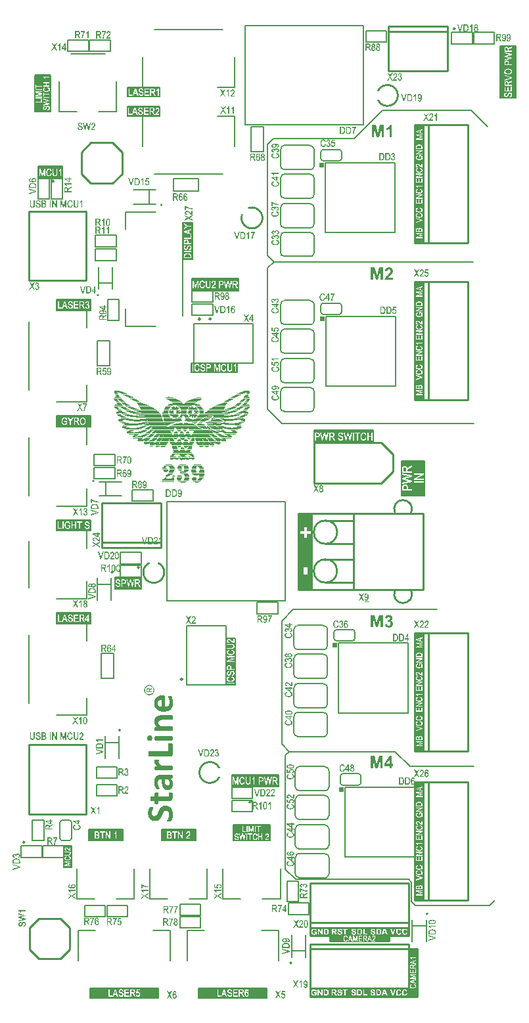
<source format=gto>
G04*
G04 #@! TF.GenerationSoftware,Altium Limited,Altium Designer,21.8.1 (53)*
G04*
G04 Layer_Color=65535*
%FSLAX44Y44*%
%MOMM*%
G71*
G04*
G04 #@! TF.SameCoordinates,C657CB42-8F9E-4DD2-80ED-FFB10F84DBA6*
G04*
G04*
G04 #@! TF.FilePolarity,Positive*
G04*
G01*
G75*
%ADD10C,0.2500*%
%ADD11C,0.1500*%
%ADD12C,0.2000*%
%ADD13C,0.2540*%
%ADD14C,0.1000*%
%ADD15C,0.1016*%
%ADD16R,0.5000X0.5000*%
G36*
X49812Y1146000D02*
X38691D01*
Y1146000D01*
X29500D01*
Y1195000D01*
X38691D01*
Y1171840D01*
D01*
Y1195000D01*
X49812D01*
Y1146000D01*
D02*
G37*
G36*
X191000Y1166250D02*
X149000D01*
Y1178500D01*
X191000D01*
Y1166250D01*
D02*
G37*
G36*
X649750Y1164750D02*
X629500D01*
Y1232050D01*
X649750D01*
Y1164750D01*
D02*
G37*
G36*
X191000Y1141500D02*
X149000D01*
Y1153750D01*
X191000D01*
Y1141500D01*
D02*
G37*
G36*
X530413Y1104664D02*
X519413D01*
Y1131163D01*
X530413D01*
Y1104664D01*
D02*
G37*
G36*
X529052Y1101468D02*
X529040Y1101840D01*
X528992Y1102177D01*
X528920Y1102465D01*
X528884Y1102597D01*
X528848Y1102717D01*
X528812Y1102813D01*
X528776Y1102909D01*
X528740Y1102993D01*
X528704Y1103054D01*
X528680Y1103102D01*
X528656Y1103138D01*
X528644Y1103162D01*
Y1103174D01*
X528560Y1103294D01*
X528464Y1103414D01*
X528247Y1103618D01*
X528019Y1103799D01*
X527791Y1103955D01*
X527575Y1104075D01*
X527491Y1104123D01*
X527406Y1104171D01*
X527346Y1104207D01*
X527298Y1104219D01*
X527262Y1104243D01*
X527250D01*
X526866Y1104387D01*
X526457Y1104483D01*
X526061Y1104555D01*
X525688Y1104615D01*
X525520Y1104627D01*
X525364Y1104639D01*
X525220Y1104651D01*
X525100D01*
X525004Y1104663D01*
X529052D01*
Y1101468D01*
D02*
G37*
G36*
X525268Y1103510D02*
X525640Y1103474D01*
X525965Y1103426D01*
X526109Y1103390D01*
X526241Y1103366D01*
X526361Y1103342D01*
X526469Y1103306D01*
X526565Y1103282D01*
X526637Y1103258D01*
X526698Y1103234D01*
X526746Y1103222D01*
X526770Y1103210D01*
X526782D01*
X526986Y1103126D01*
X527166Y1103018D01*
X527310Y1102921D01*
X527418Y1102813D01*
X527514Y1102729D01*
X527575Y1102657D01*
X527611Y1102609D01*
X527623Y1102585D01*
X527707Y1102417D01*
X527767Y1102225D01*
X527815Y1102020D01*
X527839Y1101816D01*
X527863Y1101636D01*
X527875Y1101492D01*
Y1100086D01*
X521964D01*
Y1101336D01*
X521976Y1101588D01*
X521988Y1101816D01*
X522012Y1101996D01*
X522036Y1102141D01*
X522072Y1102261D01*
X522096Y1102345D01*
X522108Y1102393D01*
X522120Y1102405D01*
X522216Y1102573D01*
X522348Y1102729D01*
X522493Y1102861D01*
X522649Y1102981D01*
X522781Y1103078D01*
X522901Y1103138D01*
X522949Y1103162D01*
X522985Y1103186D01*
X522997Y1103198D01*
X523009D01*
X523141Y1103258D01*
X523274Y1103306D01*
X523574Y1103390D01*
X523886Y1103438D01*
X524187Y1103486D01*
X524319Y1103498D01*
X524451Y1103510D01*
X524559D01*
X524667Y1103522D01*
X524739D01*
X524811D01*
X524847D01*
X524859D01*
X525268Y1103510D01*
D02*
G37*
G36*
X65550Y1060800D02*
X33950D01*
Y1076800D01*
X65550D01*
Y1060800D01*
D02*
G37*
G36*
X524487Y1104651D02*
X524127Y1104627D01*
X523814Y1104579D01*
X523670Y1104555D01*
X523538Y1104543D01*
X523418Y1104519D01*
X523321Y1104495D01*
X523225Y1104471D01*
X523153Y1104447D01*
X523093Y1104435D01*
X523045Y1104423D01*
X523021Y1104411D01*
X523009D01*
X522721Y1104315D01*
X522468Y1104207D01*
X522240Y1104087D01*
X522048Y1103979D01*
X521892Y1103883D01*
X521784Y1103799D01*
X521712Y1103750D01*
X521688Y1103726D01*
X521495Y1103558D01*
X521339Y1103378D01*
X521219Y1103210D01*
X521111Y1103042D01*
X521039Y1102897D01*
X520979Y1102789D01*
X520967Y1102741D01*
X520955Y1102705D01*
X520943Y1102693D01*
Y1102681D01*
X520895Y1102489D01*
X520847Y1102285D01*
X520823Y1102068D01*
X520811Y1101852D01*
X520799Y1101660D01*
X520787Y1101576D01*
Y1098969D01*
X529052D01*
Y1104663D01*
X530413D01*
Y1079663D01*
X530414D01*
Y1053864D01*
X519414D01*
Y1079663D01*
X519413D01*
Y1104663D01*
X520787D01*
Y1104663D01*
X524871D01*
X524487Y1104651D01*
D02*
G37*
G36*
X34359Y1033097D02*
X34442D01*
X34664Y1033069D01*
X34900Y1033027D01*
X35150Y1032958D01*
X35413Y1032875D01*
X35677Y1032750D01*
X35690D01*
X35704Y1032736D01*
X35787Y1032681D01*
X35912Y1032597D01*
X36065Y1032486D01*
X36231Y1032348D01*
X36398Y1032167D01*
X36564Y1031973D01*
X36717Y1031738D01*
Y1031724D01*
X36730Y1031710D01*
X36758Y1031668D01*
X36772Y1031627D01*
X36841Y1031474D01*
X36911Y1031280D01*
X36980Y1031044D01*
X37049Y1030767D01*
X37105Y1030434D01*
X37133Y1030073D01*
X35884Y1029990D01*
Y1030004D01*
Y1030032D01*
X35871Y1030087D01*
Y1030143D01*
X35829Y1030323D01*
X35787Y1030531D01*
X35718Y1030753D01*
X35635Y1030975D01*
X35524Y1031183D01*
X35371Y1031363D01*
X35357Y1031377D01*
X35288Y1031432D01*
X35205Y1031488D01*
X35066Y1031571D01*
X34900Y1031640D01*
X34692Y1031710D01*
X34442Y1031751D01*
X34165Y1031765D01*
X34040D01*
X33887Y1031751D01*
X33707Y1031724D01*
X33513Y1031682D01*
X33319Y1031613D01*
X33125Y1031529D01*
X32958Y1031419D01*
X32944Y1031405D01*
X32903Y1031363D01*
X32833Y1031280D01*
X32764Y1031183D01*
X32681Y1031044D01*
X32625Y1030891D01*
X32570Y1030725D01*
X32556Y1030531D01*
Y1030503D01*
Y1030448D01*
X32570Y1030351D01*
X32598Y1030240D01*
X32625Y1030101D01*
X32667Y1029976D01*
X32736Y1029851D01*
X32833Y1029740D01*
X32847Y1029726D01*
X32903Y1029685D01*
X32986Y1029630D01*
X33125Y1029560D01*
X33208Y1029519D01*
X33319Y1029463D01*
X33430Y1029421D01*
X33568Y1029366D01*
X33707Y1029311D01*
X33874Y1029255D01*
X34068Y1029200D01*
X34262Y1029144D01*
X34276D01*
X34317Y1029130D01*
X34373Y1029116D01*
X34442Y1029089D01*
X34539Y1029061D01*
X34636Y1029033D01*
X34872Y1028964D01*
X35136Y1028881D01*
X35385Y1028783D01*
X35607Y1028700D01*
X35690Y1028659D01*
X35773Y1028617D01*
X35787D01*
X35815Y1028603D01*
X35857Y1028576D01*
X35912Y1028548D01*
X36051Y1028465D01*
X36231Y1028340D01*
X36439Y1028187D01*
X36633Y1028021D01*
X36827Y1027827D01*
X36980Y1027605D01*
X36994Y1027577D01*
X37036Y1027494D01*
X37105Y1027369D01*
X37174Y1027203D01*
X37230Y1026981D01*
X37299Y1026745D01*
X37341Y1026468D01*
X37355Y1026162D01*
Y1026149D01*
Y1026121D01*
Y1026079D01*
Y1026024D01*
X37341Y1025857D01*
X37299Y1025663D01*
X37257Y1025427D01*
X37188Y1025164D01*
X37091Y1024900D01*
X36952Y1024637D01*
Y1024623D01*
X36939Y1024609D01*
X36883Y1024526D01*
X36800Y1024401D01*
X36675Y1024249D01*
X36522Y1024082D01*
X36342Y1023916D01*
X36120Y1023749D01*
X35884Y1023597D01*
X35871D01*
X35857Y1023583D01*
X35815Y1023569D01*
X35760Y1023541D01*
X35621Y1023486D01*
X35441Y1023430D01*
X35205Y1023361D01*
X34928Y1023306D01*
X34622Y1023264D01*
X34276Y1023250D01*
X34137D01*
X34026Y1023264D01*
X33901Y1023278D01*
X33763Y1023292D01*
X33610Y1023319D01*
X33430Y1023361D01*
X33055Y1023472D01*
X32861Y1023541D01*
X32667Y1023624D01*
X32459Y1023721D01*
X32279Y1023846D01*
X32085Y1023985D01*
X31918Y1024138D01*
X31904Y1024151D01*
X31876Y1024179D01*
X31835Y1024235D01*
X31779Y1024304D01*
X31710Y1024387D01*
X31641Y1024512D01*
X31558Y1024637D01*
X31474Y1024789D01*
X31391Y1024956D01*
X31308Y1025150D01*
X31239Y1025358D01*
X31169Y1025580D01*
X31114Y1025816D01*
X31058Y1026079D01*
X31030Y1026370D01*
X31017Y1026662D01*
X32209Y1026773D01*
Y1026759D01*
Y1026731D01*
X32223Y1026689D01*
Y1026634D01*
X32251Y1026481D01*
X32293Y1026287D01*
X32334Y1026079D01*
X32404Y1025871D01*
X32473Y1025663D01*
X32556Y1025497D01*
X32570Y1025483D01*
X32598Y1025427D01*
X32667Y1025358D01*
X32736Y1025261D01*
X32847Y1025164D01*
X32972Y1025053D01*
X33111Y1024956D01*
X33277Y1024859D01*
X33305Y1024845D01*
X33360Y1024817D01*
X33458Y1024789D01*
X33582Y1024748D01*
X33749Y1024692D01*
X33929Y1024665D01*
X34123Y1024637D01*
X34345Y1024623D01*
X34484D01*
X34636Y1024651D01*
X34817Y1024678D01*
X35025Y1024720D01*
X35247Y1024789D01*
X35455Y1024886D01*
X35635Y1025011D01*
X35649Y1025025D01*
X35704Y1025081D01*
X35787Y1025178D01*
X35871Y1025289D01*
X35954Y1025441D01*
X36037Y1025621D01*
X36093Y1025829D01*
X36106Y1026065D01*
Y1026079D01*
Y1026121D01*
X36093Y1026190D01*
Y1026287D01*
X36037Y1026481D01*
X35995Y1026592D01*
X35940Y1026703D01*
X35926Y1026717D01*
X35912Y1026745D01*
X35871Y1026800D01*
X35815Y1026870D01*
X35746Y1026939D01*
X35649Y1027008D01*
X35552Y1027092D01*
X35427Y1027161D01*
X35413Y1027175D01*
X35357Y1027189D01*
X35260Y1027244D01*
X35191Y1027258D01*
X35108Y1027300D01*
X35011Y1027327D01*
X34914Y1027369D01*
X34789Y1027411D01*
X34650Y1027466D01*
X34484Y1027522D01*
X34304Y1027577D01*
X34109Y1027632D01*
X33901Y1027702D01*
X33887D01*
X33860Y1027716D01*
X33804Y1027729D01*
X33721Y1027757D01*
X33638Y1027785D01*
X33527Y1027827D01*
X33291Y1027910D01*
X33028Y1028007D01*
X32778Y1028118D01*
X32528Y1028243D01*
X32417Y1028312D01*
X32320Y1028367D01*
X32293Y1028381D01*
X32237Y1028437D01*
X32154Y1028506D01*
X32043Y1028603D01*
X31918Y1028728D01*
X31793Y1028881D01*
X31682Y1029047D01*
X31571Y1029241D01*
X31558Y1029269D01*
X31530Y1029338D01*
X31488Y1029449D01*
X31447Y1029588D01*
X31391Y1029754D01*
X31349Y1029962D01*
X31322Y1030184D01*
X31308Y1030420D01*
Y1030434D01*
Y1030475D01*
Y1030531D01*
X31322Y1030614D01*
X31336Y1030711D01*
X31349Y1030836D01*
X31405Y1031099D01*
X31488Y1031405D01*
X31627Y1031738D01*
X31724Y1031890D01*
X31821Y1032056D01*
X31932Y1032209D01*
X32071Y1032348D01*
X32085Y1032362D01*
X32112Y1032375D01*
X32154Y1032417D01*
X32209Y1032473D01*
X32293Y1032528D01*
X32376Y1032583D01*
X32487Y1032653D01*
X32611Y1032736D01*
X32750Y1032805D01*
X32917Y1032875D01*
X33083Y1032930D01*
X33263Y1032986D01*
X33458Y1033041D01*
X33679Y1033083D01*
X33901Y1033097D01*
X34137Y1033110D01*
X34290D01*
X34359Y1033097D01*
D02*
G37*
G36*
X75493D02*
X75590Y1033083D01*
X75701Y1033069D01*
X75839Y1033055D01*
X75978Y1033027D01*
X76283Y1032930D01*
X76616Y1032805D01*
X76796Y1032722D01*
X76963Y1032625D01*
X77129Y1032514D01*
X77282Y1032389D01*
X77295Y1032375D01*
X77323Y1032362D01*
X77365Y1032320D01*
X77420Y1032251D01*
X77490Y1032181D01*
X77559Y1032084D01*
X77642Y1031973D01*
X77739Y1031848D01*
X77836Y1031696D01*
X77934Y1031529D01*
X78031Y1031349D01*
X78128Y1031155D01*
X78211Y1030933D01*
X78308Y1030711D01*
X78377Y1030448D01*
X78447Y1030184D01*
X77212Y1029865D01*
Y1029893D01*
X77185Y1029948D01*
X77157Y1030045D01*
X77115Y1030170D01*
X77046Y1030309D01*
X76977Y1030475D01*
X76880Y1030656D01*
X76782Y1030836D01*
X76658Y1031002D01*
X76519Y1031183D01*
X76353Y1031349D01*
X76186Y1031488D01*
X75992Y1031613D01*
X75770Y1031710D01*
X75534Y1031765D01*
X75285Y1031793D01*
X75160D01*
X75035Y1031779D01*
X74855Y1031751D01*
X74661Y1031696D01*
X74453Y1031640D01*
X74244Y1031543D01*
X74036Y1031419D01*
X74009Y1031405D01*
X73953Y1031349D01*
X73856Y1031266D01*
X73745Y1031141D01*
X73607Y1030975D01*
X73468Y1030780D01*
X73329Y1030545D01*
X73204Y1030267D01*
Y1030254D01*
X73190Y1030226D01*
X73177Y1030184D01*
X73149Y1030129D01*
X73135Y1030045D01*
X73107Y1029948D01*
X73080Y1029837D01*
X73052Y1029713D01*
X73010Y1029574D01*
X72983Y1029421D01*
X72941Y1029075D01*
X72899Y1028686D01*
X72885Y1028243D01*
Y1028215D01*
Y1028159D01*
Y1028062D01*
X72899Y1027937D01*
Y1027785D01*
X72913Y1027605D01*
X72941Y1027411D01*
X72969Y1027189D01*
X73038Y1026745D01*
X73149Y1026287D01*
X73232Y1026065D01*
X73315Y1025843D01*
X73412Y1025649D01*
X73523Y1025469D01*
X73537Y1025455D01*
X73551Y1025427D01*
X73593Y1025386D01*
X73634Y1025330D01*
X73773Y1025178D01*
X73967Y1025025D01*
X74217Y1024859D01*
X74494Y1024706D01*
X74647Y1024651D01*
X74827Y1024609D01*
X74993Y1024581D01*
X75188Y1024567D01*
X75257D01*
X75312Y1024581D01*
X75465Y1024595D01*
X75645Y1024637D01*
X75839Y1024706D01*
X76061Y1024789D01*
X76283Y1024928D01*
X76505Y1025108D01*
X76533Y1025136D01*
X76561Y1025164D01*
X76602Y1025219D01*
X76644Y1025275D01*
X76699Y1025358D01*
X76755Y1025441D01*
X76824Y1025552D01*
X76880Y1025663D01*
X76949Y1025802D01*
X77018Y1025954D01*
X77074Y1026121D01*
X77143Y1026301D01*
X77198Y1026495D01*
X77254Y1026703D01*
X77295Y1026939D01*
X78571Y1026564D01*
Y1026551D01*
X78558Y1026495D01*
X78530Y1026398D01*
X78502Y1026287D01*
X78460Y1026149D01*
X78405Y1025982D01*
X78349Y1025802D01*
X78280Y1025608D01*
X78114Y1025192D01*
X77906Y1024775D01*
X77642Y1024387D01*
X77490Y1024207D01*
X77337Y1024041D01*
X77323Y1024027D01*
X77295Y1024013D01*
X77254Y1023971D01*
X77185Y1023916D01*
X77101Y1023860D01*
X76990Y1023791D01*
X76880Y1023721D01*
X76741Y1023652D01*
X76602Y1023569D01*
X76436Y1023500D01*
X76075Y1023375D01*
X75881Y1023319D01*
X75659Y1023278D01*
X75451Y1023264D01*
X75215Y1023250D01*
X75104D01*
X75035Y1023264D01*
X74938D01*
X74827Y1023278D01*
X74563Y1023319D01*
X74258Y1023375D01*
X73939Y1023472D01*
X73620Y1023597D01*
X73315Y1023777D01*
X73301D01*
X73288Y1023805D01*
X73246Y1023832D01*
X73190Y1023874D01*
X73038Y1024013D01*
X72871Y1024193D01*
X72774Y1024304D01*
X72663Y1024429D01*
X72566Y1024567D01*
X72456Y1024720D01*
X72344Y1024886D01*
X72247Y1025081D01*
X72150Y1025275D01*
X72053Y1025483D01*
Y1025497D01*
X72039Y1025538D01*
X72012Y1025608D01*
X71984Y1025691D01*
X71942Y1025802D01*
X71901Y1025940D01*
X71859Y1026093D01*
X71817Y1026273D01*
X71762Y1026468D01*
X71720Y1026675D01*
X71679Y1026897D01*
X71651Y1027147D01*
X71610Y1027397D01*
X71596Y1027674D01*
X71568Y1028243D01*
Y1028257D01*
Y1028312D01*
Y1028395D01*
X71582Y1028506D01*
Y1028631D01*
X71596Y1028797D01*
X71610Y1028964D01*
X71623Y1029158D01*
X71693Y1029574D01*
X71776Y1030004D01*
X71887Y1030448D01*
X72053Y1030878D01*
Y1030891D01*
X72081Y1030933D01*
X72109Y1030989D01*
X72137Y1031058D01*
X72192Y1031155D01*
X72247Y1031252D01*
X72400Y1031502D01*
X72594Y1031765D01*
X72816Y1032043D01*
X73080Y1032306D01*
X73385Y1032542D01*
X73398D01*
X73426Y1032570D01*
X73468Y1032597D01*
X73537Y1032625D01*
X73620Y1032681D01*
X73717Y1032722D01*
X73828Y1032778D01*
X73953Y1032833D01*
X74231Y1032930D01*
X74550Y1033027D01*
X74910Y1033083D01*
X75299Y1033110D01*
X75409D01*
X75493Y1033097D01*
D02*
G37*
G36*
X58171Y1023403D02*
X56909D01*
X53151Y1030684D01*
Y1023403D01*
X51902D01*
Y1032944D01*
X53151D01*
X56937Y1025649D01*
Y1032944D01*
X58171D01*
Y1023403D01*
D02*
G37*
G36*
X70334D02*
X69085D01*
Y1031183D01*
X67102Y1023403D01*
X65993D01*
X64037Y1031321D01*
Y1023403D01*
X62789D01*
Y1032944D01*
X64537D01*
X66381Y1026273D01*
X66603Y1025011D01*
Y1025025D01*
Y1025095D01*
X66617Y1025192D01*
X66645Y1025344D01*
X66672Y1025538D01*
X66714Y1025774D01*
X66783Y1026051D01*
X66880Y1026384D01*
X68725Y1032944D01*
X70334D01*
Y1023403D01*
D02*
G37*
G36*
X85977Y1027452D02*
Y1027438D01*
Y1027397D01*
Y1027327D01*
Y1027230D01*
X85963Y1027105D01*
Y1026981D01*
X85949Y1026828D01*
Y1026662D01*
X85908Y1026301D01*
X85866Y1025927D01*
X85797Y1025552D01*
X85700Y1025192D01*
Y1025178D01*
X85686Y1025150D01*
X85672Y1025108D01*
X85644Y1025039D01*
X85575Y1024873D01*
X85464Y1024678D01*
X85325Y1024443D01*
X85159Y1024207D01*
X84937Y1023971D01*
X84687Y1023763D01*
X84674D01*
X84660Y1023735D01*
X84618Y1023721D01*
X84563Y1023680D01*
X84493Y1023638D01*
X84396Y1023597D01*
X84299Y1023555D01*
X84188Y1023513D01*
X83925Y1023416D01*
X83606Y1023333D01*
X83259Y1023278D01*
X82857Y1023250D01*
X82704D01*
X82593Y1023264D01*
X82468Y1023278D01*
X82316Y1023306D01*
X82149Y1023333D01*
X81969Y1023361D01*
X81595Y1023472D01*
X81401Y1023555D01*
X81206Y1023638D01*
X81012Y1023749D01*
X80832Y1023874D01*
X80652Y1024013D01*
X80499Y1024179D01*
X80485Y1024193D01*
X80471Y1024221D01*
X80430Y1024276D01*
X80374Y1024360D01*
X80319Y1024470D01*
X80250Y1024595D01*
X80180Y1024762D01*
X80111Y1024942D01*
X80042Y1025150D01*
X79972Y1025400D01*
X79903Y1025663D01*
X79847Y1025954D01*
X79792Y1026287D01*
X79750Y1026648D01*
X79736Y1027036D01*
X79722Y1027452D01*
Y1032944D01*
X81012D01*
Y1027466D01*
Y1027452D01*
Y1027411D01*
Y1027341D01*
Y1027258D01*
Y1027161D01*
X81026Y1027036D01*
X81040Y1026773D01*
X81054Y1026481D01*
X81096Y1026190D01*
X81137Y1025913D01*
X81165Y1025788D01*
X81193Y1025677D01*
X81206Y1025649D01*
X81234Y1025594D01*
X81276Y1025497D01*
X81331Y1025386D01*
X81414Y1025247D01*
X81511Y1025122D01*
X81636Y1024997D01*
X81775Y1024886D01*
X81789Y1024873D01*
X81844Y1024845D01*
X81941Y1024803D01*
X82052Y1024762D01*
X82205Y1024706D01*
X82371Y1024665D01*
X82579Y1024637D01*
X82787Y1024623D01*
X82885D01*
X82954Y1024637D01*
X83037D01*
X83134Y1024651D01*
X83342Y1024692D01*
X83578Y1024762D01*
X83814Y1024859D01*
X84036Y1024997D01*
X84230Y1025178D01*
Y1025192D01*
X84244Y1025205D01*
X84271Y1025247D01*
X84299Y1025289D01*
X84341Y1025358D01*
X84368Y1025455D01*
X84410Y1025552D01*
X84466Y1025677D01*
X84507Y1025816D01*
X84549Y1025982D01*
X84576Y1026176D01*
X84618Y1026384D01*
X84646Y1026620D01*
X84674Y1026870D01*
X84687Y1027161D01*
Y1027466D01*
Y1032944D01*
X85977D01*
Y1027452D01*
D02*
G37*
G36*
X29755D02*
Y1027438D01*
Y1027397D01*
Y1027327D01*
Y1027230D01*
X29741Y1027105D01*
Y1026981D01*
X29727Y1026828D01*
Y1026662D01*
X29685Y1026301D01*
X29644Y1025927D01*
X29574Y1025552D01*
X29477Y1025192D01*
Y1025178D01*
X29463Y1025150D01*
X29450Y1025108D01*
X29422Y1025039D01*
X29353Y1024873D01*
X29241Y1024678D01*
X29103Y1024443D01*
X28936Y1024207D01*
X28714Y1023971D01*
X28465Y1023763D01*
X28451D01*
X28437Y1023735D01*
X28396Y1023721D01*
X28340Y1023680D01*
X28271Y1023638D01*
X28174Y1023597D01*
X28077Y1023555D01*
X27966Y1023513D01*
X27702Y1023416D01*
X27383Y1023333D01*
X27036Y1023278D01*
X26634Y1023250D01*
X26482D01*
X26371Y1023264D01*
X26246Y1023278D01*
X26093Y1023306D01*
X25927Y1023333D01*
X25747Y1023361D01*
X25372Y1023472D01*
X25178Y1023555D01*
X24984Y1023638D01*
X24790Y1023749D01*
X24609Y1023874D01*
X24429Y1024013D01*
X24277Y1024179D01*
X24263Y1024193D01*
X24249Y1024221D01*
X24207Y1024276D01*
X24152Y1024360D01*
X24096Y1024470D01*
X24027Y1024595D01*
X23958Y1024762D01*
X23888Y1024942D01*
X23819Y1025150D01*
X23750Y1025400D01*
X23680Y1025663D01*
X23625Y1025954D01*
X23569Y1026287D01*
X23528Y1026648D01*
X23514Y1027036D01*
X23500Y1027452D01*
Y1032944D01*
X24790D01*
Y1027466D01*
Y1027452D01*
Y1027411D01*
Y1027341D01*
Y1027258D01*
Y1027161D01*
X24804Y1027036D01*
X24818Y1026773D01*
X24831Y1026481D01*
X24873Y1026190D01*
X24915Y1025913D01*
X24942Y1025788D01*
X24970Y1025677D01*
X24984Y1025649D01*
X25012Y1025594D01*
X25053Y1025497D01*
X25109Y1025386D01*
X25192Y1025247D01*
X25289Y1025122D01*
X25414Y1024997D01*
X25552Y1024886D01*
X25566Y1024873D01*
X25622Y1024845D01*
X25719Y1024803D01*
X25830Y1024762D01*
X25982Y1024706D01*
X26149Y1024665D01*
X26357Y1024637D01*
X26565Y1024623D01*
X26662D01*
X26731Y1024637D01*
X26815D01*
X26912Y1024651D01*
X27120Y1024692D01*
X27355Y1024762D01*
X27591Y1024859D01*
X27813Y1024997D01*
X28007Y1025178D01*
Y1025192D01*
X28021Y1025205D01*
X28049Y1025247D01*
X28077Y1025289D01*
X28118Y1025358D01*
X28146Y1025455D01*
X28187Y1025552D01*
X28243Y1025677D01*
X28285Y1025816D01*
X28326Y1025982D01*
X28354Y1026176D01*
X28396Y1026384D01*
X28423Y1026620D01*
X28451Y1026870D01*
X28465Y1027161D01*
Y1027466D01*
Y1032944D01*
X29755D01*
Y1027452D01*
D02*
G37*
G36*
X90970Y1023403D02*
X89763D01*
Y1030656D01*
X89735Y1030614D01*
X89708Y1030545D01*
X89638Y1030448D01*
X89555Y1030337D01*
X89444Y1030198D01*
X89292Y1030059D01*
X89097Y1029907D01*
X89070Y1029893D01*
X89001Y1029837D01*
X88890Y1029768D01*
X88737Y1029685D01*
X88557Y1029588D01*
X88349Y1029477D01*
X88127Y1029380D01*
X87891Y1029297D01*
Y1030586D01*
X87905D01*
X87933Y1030614D01*
X87974Y1030628D01*
X88030Y1030670D01*
X88182Y1030767D01*
X88376Y1030905D01*
X88584Y1031058D01*
X88820Y1031252D01*
X89056Y1031460D01*
X89278Y1031682D01*
X89292Y1031696D01*
X89306Y1031710D01*
X89375Y1031793D01*
X89472Y1031918D01*
X89597Y1032084D01*
X89735Y1032278D01*
X89874Y1032500D01*
X90013Y1032736D01*
X90124Y1032986D01*
X90970D01*
Y1023403D01*
D02*
G37*
G36*
X50377D02*
X49087D01*
Y1032944D01*
X50377D01*
Y1023403D01*
D02*
G37*
G36*
X41876Y1032930D02*
X42070Y1032902D01*
X42306Y1032875D01*
X42541Y1032819D01*
X42777Y1032750D01*
X42999Y1032653D01*
X43027Y1032639D01*
X43096Y1032597D01*
X43193Y1032528D01*
X43318Y1032431D01*
X43457Y1032306D01*
X43595Y1032153D01*
X43748Y1031973D01*
X43887Y1031765D01*
X43900Y1031738D01*
X43942Y1031668D01*
X43998Y1031543D01*
X44067Y1031377D01*
X44122Y1031183D01*
X44178Y1030961D01*
X44219Y1030711D01*
X44233Y1030448D01*
Y1030434D01*
Y1030420D01*
Y1030337D01*
X44219Y1030212D01*
X44192Y1030045D01*
X44164Y1029851D01*
X44108Y1029657D01*
X44025Y1029435D01*
X43928Y1029227D01*
X43914Y1029200D01*
X43873Y1029144D01*
X43817Y1029047D01*
X43720Y1028936D01*
X43609Y1028811D01*
X43484Y1028700D01*
X43332Y1028589D01*
X43165Y1028506D01*
X43179D01*
X43193Y1028492D01*
X43263Y1028465D01*
X43373Y1028423D01*
X43526Y1028340D01*
X43678Y1028243D01*
X43845Y1028104D01*
X44025Y1027924D01*
X44178Y1027716D01*
X44192Y1027688D01*
X44247Y1027605D01*
X44317Y1027480D01*
X44386Y1027300D01*
X44469Y1027092D01*
X44524Y1026828D01*
X44580Y1026551D01*
X44594Y1026232D01*
Y1026218D01*
Y1026190D01*
Y1026149D01*
Y1026079D01*
X44580Y1026010D01*
Y1025913D01*
X44552Y1025705D01*
X44497Y1025455D01*
X44441Y1025192D01*
X44344Y1024928D01*
X44219Y1024665D01*
Y1024651D01*
X44205Y1024637D01*
X44150Y1024554D01*
X44067Y1024443D01*
X43970Y1024290D01*
X43831Y1024138D01*
X43665Y1023971D01*
X43471Y1023819D01*
X43249Y1023694D01*
X43221Y1023680D01*
X43138Y1023652D01*
X42999Y1023597D01*
X42819Y1023555D01*
X42583Y1023500D01*
X42292Y1023444D01*
X41973Y1023416D01*
X41598Y1023403D01*
X38575D01*
Y1032944D01*
X41709D01*
X41876Y1032930D01*
D02*
G37*
G36*
X530414Y1053863D02*
Y1028663D01*
X530414D01*
Y1003663D01*
X530414D01*
Y977663D01*
X519413D01*
Y1003663D01*
X519413D01*
Y1028663D01*
X519413D01*
Y1053863D01*
X530414D01*
D02*
G37*
G36*
X232750Y957000D02*
X220500D01*
Y1004092D01*
X232750D01*
Y957000D01*
D02*
G37*
G36*
X292250Y932253D02*
Y916300D01*
X232200D01*
Y932253D01*
X292250D01*
D02*
G37*
G36*
X530413Y902263D02*
X519413D01*
Y928764D01*
X530413D01*
Y902263D01*
D02*
G37*
G36*
X529052Y899068D02*
X529040Y899440D01*
X528992Y899777D01*
X528920Y900065D01*
X528884Y900197D01*
X528848Y900317D01*
X528812Y900413D01*
X528776Y900509D01*
X528740Y900593D01*
X528704Y900654D01*
X528680Y900702D01*
X528656Y900738D01*
X528644Y900762D01*
Y900774D01*
X528560Y900894D01*
X528464Y901014D01*
X528247Y901218D01*
X528019Y901398D01*
X527791Y901555D01*
X527575Y901675D01*
X527491Y901723D01*
X527406Y901771D01*
X527346Y901807D01*
X527298Y901819D01*
X527262Y901843D01*
X527250D01*
X526866Y901987D01*
X526457Y902083D01*
X526061Y902155D01*
X525688Y902215D01*
X525520Y902227D01*
X525364Y902239D01*
X525220Y902252D01*
X525100D01*
X525004Y902263D01*
X529052D01*
Y899068D01*
D02*
G37*
G36*
X525268Y901110D02*
X525640Y901074D01*
X525965Y901026D01*
X526109Y900990D01*
X526241Y900966D01*
X526361Y900942D01*
X526469Y900906D01*
X526565Y900882D01*
X526637Y900858D01*
X526698Y900834D01*
X526746Y900822D01*
X526770Y900810D01*
X526782D01*
X526986Y900726D01*
X527166Y900618D01*
X527310Y900521D01*
X527418Y900413D01*
X527514Y900329D01*
X527575Y900257D01*
X527611Y900209D01*
X527623Y900185D01*
X527707Y900017D01*
X527767Y899825D01*
X527815Y899620D01*
X527839Y899416D01*
X527863Y899236D01*
X527875Y899092D01*
Y897686D01*
X521964D01*
Y898935D01*
X521976Y899188D01*
X521988Y899416D01*
X522012Y899596D01*
X522036Y899741D01*
X522072Y899861D01*
X522096Y899945D01*
X522108Y899993D01*
X522120Y900005D01*
X522216Y900173D01*
X522348Y900329D01*
X522493Y900461D01*
X522649Y900582D01*
X522781Y900678D01*
X522901Y900738D01*
X522949Y900762D01*
X522985Y900786D01*
X522997Y900798D01*
X523009D01*
X523141Y900858D01*
X523274Y900906D01*
X523574Y900990D01*
X523886Y901038D01*
X524187Y901086D01*
X524319Y901098D01*
X524451Y901110D01*
X524559D01*
X524667Y901122D01*
X524739D01*
X524811D01*
X524847D01*
X524859D01*
X525268Y901110D01*
D02*
G37*
G36*
X101955Y891000D02*
X57500D01*
Y904736D01*
X101955D01*
Y891000D01*
D02*
G37*
G36*
X524487Y902252D02*
X524127Y902227D01*
X523814Y902179D01*
X523670Y902155D01*
X523538Y902143D01*
X523418Y902119D01*
X523321Y902095D01*
X523225Y902071D01*
X523153Y902047D01*
X523093Y902035D01*
X523045Y902023D01*
X523021Y902011D01*
X523009D01*
X522721Y901915D01*
X522468Y901807D01*
X522240Y901687D01*
X522048Y901579D01*
X521892Y901483D01*
X521784Y901398D01*
X521712Y901350D01*
X521688Y901326D01*
X521495Y901158D01*
X521339Y900978D01*
X521219Y900810D01*
X521111Y900642D01*
X521039Y900497D01*
X520979Y900389D01*
X520967Y900341D01*
X520955Y900305D01*
X520943Y900293D01*
Y900281D01*
X520895Y900089D01*
X520847Y899885D01*
X520823Y899668D01*
X520811Y899452D01*
X520799Y899260D01*
X520787Y899176D01*
Y896569D01*
X529052D01*
Y902263D01*
X530413D01*
Y877263D01*
X530414D01*
Y851463D01*
X519414D01*
Y877263D01*
X519413D01*
Y902263D01*
X520787D01*
Y902263D01*
X524871D01*
X524487Y902252D01*
D02*
G37*
G36*
X290750Y823150D02*
Y810900D01*
X231000D01*
Y823150D01*
X290750D01*
D02*
G37*
G36*
X530414Y826263D02*
X530413D01*
Y801264D01*
X519413D01*
Y826264D01*
X519413D01*
Y851463D01*
X530414D01*
Y826263D01*
D02*
G37*
G36*
X530414Y775264D02*
X519413D01*
Y801264D01*
X530414D01*
Y775264D01*
D02*
G37*
G36*
X102000Y741000D02*
X57500D01*
Y754860D01*
X102000D01*
Y741000D01*
D02*
G37*
G36*
X466000Y720250D02*
X389250D01*
Y736250D01*
X466000D01*
Y720250D01*
D02*
G37*
G36*
X531637Y652214D02*
X515544D01*
X502000D01*
Y697000D01*
X515544D01*
X531637D01*
Y652214D01*
D02*
G37*
G36*
X102000Y607000D02*
X57500D01*
Y620750D01*
X102000D01*
Y607000D01*
D02*
G37*
G36*
X166550Y531200D02*
X133000D01*
Y547200D01*
X166550D01*
Y531200D01*
D02*
G37*
G36*
X388250Y579864D02*
X388250D01*
Y530364D01*
X369386D01*
Y579864D01*
X369387D01*
Y629364D01*
X388250D01*
Y579864D01*
D02*
G37*
G36*
X102000Y487000D02*
X57500D01*
Y500750D01*
X102000D01*
Y487000D01*
D02*
G37*
G36*
X530413Y449464D02*
X519413D01*
Y475964D01*
X530413D01*
Y449464D01*
D02*
G37*
G36*
X288100Y408400D02*
X275850D01*
Y468150D01*
X288100D01*
Y408400D01*
D02*
G37*
G36*
X530413Y424464D02*
X530414D01*
Y398663D01*
X519414D01*
Y424464D01*
X519413D01*
Y449464D01*
X530413D01*
Y424464D01*
D02*
G37*
G36*
X177454Y407884D02*
X177603D01*
X177788Y407865D01*
X177991Y407828D01*
X178214Y407791D01*
X178713Y407680D01*
X179251Y407532D01*
X179843Y407310D01*
X180139Y407162D01*
X180436Y407014D01*
X180454Y406995D01*
X180510Y406977D01*
X180584Y406921D01*
X180695Y406847D01*
X180824Y406773D01*
X180972Y406662D01*
X181139Y406532D01*
X181324Y406384D01*
X181732Y406032D01*
X182139Y405625D01*
X182528Y405125D01*
X182880Y404569D01*
Y404551D01*
X182917Y404495D01*
X182954Y404421D01*
X183009Y404291D01*
X183083Y404162D01*
X183158Y403995D01*
X183232Y403792D01*
X183306Y403569D01*
X183398Y403347D01*
X183472Y403088D01*
X183620Y402533D01*
X183713Y401921D01*
X183731Y401607D01*
X183750Y401292D01*
Y401125D01*
X183731Y400996D01*
Y400848D01*
X183694Y400662D01*
X183676Y400459D01*
X183639Y400236D01*
X183528Y399737D01*
X183380Y399199D01*
X183158Y398607D01*
X183028Y398311D01*
X182880Y398014D01*
X182861Y397996D01*
X182843Y397940D01*
X182787Y397866D01*
X182713Y397755D01*
X182621Y397626D01*
X182528Y397477D01*
X182398Y397311D01*
X182250Y397126D01*
X181898Y396718D01*
X181472Y396311D01*
X180991Y395922D01*
X180436Y395570D01*
X180417D01*
X180361Y395533D01*
X180287Y395496D01*
X180158Y395441D01*
X180010Y395367D01*
X179843Y395293D01*
X179658Y395218D01*
X179436Y395144D01*
X179195Y395052D01*
X178936Y394978D01*
X178380Y394830D01*
X177788Y394737D01*
X177473Y394719D01*
X177158Y394700D01*
X177140D01*
X177084D01*
X176992D01*
X176862Y394719D01*
X176714D01*
X176529Y394756D01*
X176325Y394774D01*
X176103Y394811D01*
X175603Y394922D01*
X175047Y395070D01*
X174455Y395293D01*
X174158Y395422D01*
X173862Y395570D01*
X173844Y395589D01*
X173788Y395607D01*
X173714Y395663D01*
X173603Y395737D01*
X173473Y395830D01*
X173307Y395941D01*
X173140Y396070D01*
X172955Y396218D01*
X172566Y396570D01*
X172159Y396978D01*
X171770Y397477D01*
X171418Y398033D01*
X171399Y398051D01*
X171381Y398107D01*
X171344Y398200D01*
X171288Y398311D01*
X171214Y398459D01*
X171140Y398625D01*
X171066Y398829D01*
X170974Y399033D01*
X170900Y399273D01*
X170825Y399533D01*
X170677Y400088D01*
X170585Y400681D01*
X170548Y400977D01*
Y401459D01*
X170566Y401570D01*
Y401718D01*
X170585Y401903D01*
X170622Y402107D01*
X170659Y402329D01*
X170751Y402810D01*
X170918Y403366D01*
X171122Y403940D01*
X171270Y404236D01*
X171418Y404532D01*
X171437Y404551D01*
X171455Y404606D01*
X171511Y404680D01*
X171566Y404791D01*
X171659Y404921D01*
X171770Y405088D01*
X171899Y405254D01*
X172048Y405440D01*
X172214Y405643D01*
X172381Y405847D01*
X172807Y406254D01*
X173307Y406643D01*
X173862Y407014D01*
X173881Y407032D01*
X173936Y407051D01*
X174010Y407088D01*
X174140Y407162D01*
X174288Y407217D01*
X174455Y407291D01*
X174640Y407384D01*
X174862Y407458D01*
X175103Y407551D01*
X175362Y407625D01*
X175917Y407773D01*
X176529Y407865D01*
X176843Y407884D01*
X177158Y407902D01*
X177177D01*
X177232D01*
X177325D01*
X177454Y407884D01*
D02*
G37*
G36*
X195696Y394489D02*
X196196Y394322D01*
X196696Y394044D01*
X196751Y393933D01*
X196918Y393711D01*
X197140Y393267D01*
X197196Y392655D01*
Y379657D01*
X197251D01*
X197418D01*
X197696D01*
X198029Y379712D01*
X198862Y379768D01*
X199751Y379935D01*
X199806D01*
X199918Y379990D01*
X200140Y380101D01*
X200417Y380212D01*
X201028Y380546D01*
X201640Y380990D01*
X201695Y381046D01*
X201751Y381101D01*
X201917Y381268D01*
X202084Y381490D01*
X202473Y382046D01*
X202806Y382823D01*
Y382879D01*
X202862Y383045D01*
X202917Y383268D01*
X202973Y383601D01*
X203084Y383990D01*
X203139Y384434D01*
X203195Y384934D01*
Y386045D01*
X203139Y386434D01*
X203084Y387323D01*
X202973Y388267D01*
Y388323D01*
X202917Y388489D01*
X202862Y388712D01*
X202806Y388989D01*
X202695Y389656D01*
X202528Y390322D01*
Y390378D01*
X202473Y390489D01*
X202362Y390822D01*
X202195Y391322D01*
X202028Y391767D01*
Y391822D01*
X201973Y391878D01*
X201862Y392100D01*
X201806Y392433D01*
X201751Y392767D01*
Y392878D01*
X201862Y393100D01*
Y393156D01*
X201917Y393211D01*
X202195Y393322D01*
X202251D01*
X202306Y393378D01*
X202528Y393433D01*
X202806Y393489D01*
X202862D01*
X203084Y393544D01*
X203362D01*
X203750D01*
X203862D01*
X204084D01*
X204361D01*
X204695Y393489D01*
X204750D01*
X204917D01*
X205306Y393433D01*
X205361D01*
X205473Y393378D01*
X205750Y393267D01*
X205861Y393211D01*
X206084Y392989D01*
X206139D01*
X206195Y392822D01*
X206361Y392600D01*
X206472Y392378D01*
X206583Y392156D01*
Y392100D01*
X206639Y392044D01*
X206695Y391878D01*
X206750Y391711D01*
X206917Y391100D01*
X207083Y390378D01*
Y390322D01*
X207139Y390211D01*
Y389989D01*
X207194Y389656D01*
X207306Y389323D01*
X207361Y388878D01*
X207528Y387934D01*
Y387878D01*
X207583Y387712D01*
Y387434D01*
X207639Y387045D01*
X207694Y386601D01*
Y386101D01*
X207750Y384934D01*
Y384434D01*
X207694Y383934D01*
X207639Y383212D01*
X207583Y382434D01*
X207472Y381601D01*
X207306Y380712D01*
X207083Y379879D01*
X207028Y379768D01*
X206972Y379546D01*
X206750Y379157D01*
X206528Y378657D01*
X206250Y378102D01*
X205861Y377490D01*
X205417Y376879D01*
X204917Y376324D01*
X204861Y376268D01*
X204639Y376102D01*
X204306Y375824D01*
X203862Y375491D01*
X203362Y375157D01*
X202695Y374824D01*
X201973Y374435D01*
X201195Y374157D01*
X201084D01*
X200806Y374046D01*
X200306Y373935D01*
X199695Y373824D01*
X198918Y373713D01*
X198029Y373602D01*
X197029Y373546D01*
X195918Y373491D01*
X195862D01*
X195807D01*
X195640D01*
X195418D01*
X194918Y373546D01*
X194196Y373602D01*
X193418Y373657D01*
X192585Y373824D01*
X191696Y373991D01*
X190807Y374213D01*
X190696Y374268D01*
X190418Y374324D01*
X189974Y374491D01*
X189419Y374768D01*
X188808Y375046D01*
X188197Y375435D01*
X187530Y375824D01*
X186919Y376324D01*
X186863Y376379D01*
X186641Y376602D01*
X186363Y376879D01*
X186030Y377324D01*
X185586Y377824D01*
X185197Y378435D01*
X184808Y379101D01*
X184475Y379823D01*
X184419Y379935D01*
X184308Y380212D01*
X184197Y380601D01*
X184030Y381157D01*
X183864Y381823D01*
X183697Y382601D01*
X183641Y383490D01*
X183586Y384379D01*
Y384823D01*
X183641Y385323D01*
X183697Y385990D01*
X183808Y386712D01*
X183919Y387489D01*
X184141Y388267D01*
X184419Y388989D01*
X184475Y389100D01*
X184586Y389323D01*
X184752Y389656D01*
X184975Y390100D01*
X185308Y390600D01*
X185697Y391156D01*
X186141Y391656D01*
X186641Y392156D01*
X186697Y392211D01*
X186863Y392378D01*
X187197Y392600D01*
X187586Y392822D01*
X188085Y393156D01*
X188641Y393433D01*
X189252Y393711D01*
X189974Y393933D01*
X190085Y393989D01*
X190307Y394044D01*
X190696Y394155D01*
X191196Y394267D01*
X191807Y394378D01*
X192529Y394433D01*
X193251Y394544D01*
X194085D01*
X195085D01*
X195140D01*
X195251D01*
X195473D01*
X195696Y394489D01*
D02*
G37*
G36*
X530414Y373463D02*
X530413D01*
Y348464D01*
X529052D01*
D01*
X520787D01*
X529052Y351047D01*
Y352116D01*
X520787Y354723D01*
D01*
Y353630D01*
X526710Y351828D01*
X526950Y351755D01*
X527178Y351707D01*
X527382Y351659D01*
X527562Y351635D01*
X527719Y351611D01*
X527827Y351599D01*
X527899Y351587D01*
X527911D01*
X527923D01*
X527719Y351575D01*
X527514Y351539D01*
X527310Y351503D01*
X527118Y351467D01*
X526962Y351431D01*
X526830Y351395D01*
X526782Y351383D01*
X526746Y351371D01*
X526721Y351359D01*
X526710D01*
X520787Y349617D01*
Y348464D01*
X519413D01*
Y373464D01*
X519413D01*
Y398663D01*
X530414D01*
Y373463D01*
D02*
G37*
G36*
X206695Y368714D02*
X206861Y368602D01*
Y368547D01*
X206972Y368491D01*
X207028Y368325D01*
X207139Y368102D01*
Y368047D01*
X207194Y367880D01*
Y367547D01*
X207250Y367158D01*
Y367047D01*
X207306Y366769D01*
X207361Y366325D01*
Y365270D01*
X207306Y364770D01*
X207250Y364270D01*
Y364159D01*
X207194Y363936D01*
Y363658D01*
X207139Y363381D01*
Y363325D01*
X207083Y363214D01*
X206972Y363047D01*
X206861Y362881D01*
X206806D01*
X206750Y362825D01*
X206417Y362770D01*
X194196D01*
X194140D01*
X193918D01*
X193640D01*
X193307Y362714D01*
X192529Y362659D01*
X192085Y362603D01*
X191752Y362492D01*
X191696D01*
X191585Y362436D01*
X191418Y362381D01*
X191252Y362325D01*
X190752Y362103D01*
X190252Y361825D01*
X190196D01*
X190141Y361770D01*
X189863Y361548D01*
X189530Y361214D01*
X189252Y360714D01*
Y360659D01*
X189196Y360603D01*
X189030Y360270D01*
X188919Y359770D01*
X188863Y359159D01*
Y358937D01*
X188919Y358715D01*
X188974Y358437D01*
X189085Y358048D01*
X189252Y357659D01*
X189474Y357215D01*
X189752Y356770D01*
X189807Y356715D01*
X189918Y356548D01*
X190085Y356326D01*
X190363Y356048D01*
X190696Y355659D01*
X191141Y355271D01*
X191641Y354826D01*
X192196Y354382D01*
X206417D01*
X206472D01*
X206583D01*
X206695Y354326D01*
X206861Y354215D01*
Y354160D01*
X206972Y354104D01*
X207028Y353937D01*
X207139Y353715D01*
Y353660D01*
X207194Y353493D01*
Y353160D01*
X207250Y352771D01*
Y352660D01*
X207306Y352382D01*
X207361Y351937D01*
Y350826D01*
X207306Y350327D01*
X207250Y349827D01*
Y349715D01*
X207194Y349493D01*
Y349216D01*
X207139Y348938D01*
Y348882D01*
X207083Y348771D01*
X206972Y348605D01*
X206861Y348438D01*
X206806D01*
X206750Y348382D01*
X206417Y348327D01*
X185030D01*
X184975D01*
X184863D01*
X184586Y348438D01*
X184530D01*
X184475Y348549D01*
X184419Y348660D01*
X184308Y348827D01*
Y348882D01*
X184252Y349049D01*
X184197Y349327D01*
X184141Y349660D01*
Y349771D01*
X184086Y349993D01*
X184030Y350382D01*
Y351326D01*
X184086Y351771D01*
X184141Y352160D01*
Y352271D01*
X184197Y352438D01*
X184252Y352715D01*
X184308Y352937D01*
Y352993D01*
X184364Y353104D01*
X184475Y353215D01*
X184586Y353326D01*
X184641Y353382D01*
X184697Y353437D01*
X184863Y353493D01*
X185030D01*
X187474D01*
X187363Y353549D01*
X187141Y353771D01*
X186808Y354160D01*
X186363Y354604D01*
X185919Y355104D01*
X185419Y355715D01*
X184975Y356381D01*
X184586Y357048D01*
X184530Y357159D01*
X184419Y357381D01*
X184252Y357770D01*
X184086Y358215D01*
X183919Y358826D01*
X183752Y359437D01*
X183641Y360159D01*
X183586Y360881D01*
Y361270D01*
X183641Y361659D01*
X183697Y362159D01*
X183752Y362770D01*
X183864Y363381D01*
X184086Y363992D01*
X184308Y364603D01*
X184364Y364658D01*
X184419Y364881D01*
X184586Y365103D01*
X184808Y365492D01*
X185086Y365825D01*
X185475Y366269D01*
X185863Y366658D01*
X186308Y366992D01*
X186363Y367047D01*
X186530Y367158D01*
X186808Y367325D01*
X187141Y367491D01*
X187530Y367714D01*
X188030Y367936D01*
X188585Y368158D01*
X189196Y368325D01*
X189252D01*
X189474Y368380D01*
X189863Y368491D01*
X190307Y368547D01*
X190918Y368658D01*
X191585Y368714D01*
X192363Y368769D01*
X193196D01*
X206417D01*
X206472D01*
X206583D01*
X206695Y368714D01*
D02*
G37*
G36*
X34359Y346847D02*
X34442D01*
X34664Y346819D01*
X34900Y346777D01*
X35150Y346708D01*
X35413Y346625D01*
X35677Y346500D01*
X35690D01*
X35704Y346486D01*
X35787Y346431D01*
X35912Y346347D01*
X36065Y346236D01*
X36231Y346098D01*
X36398Y345917D01*
X36564Y345723D01*
X36717Y345488D01*
Y345474D01*
X36730Y345460D01*
X36758Y345418D01*
X36772Y345377D01*
X36841Y345224D01*
X36911Y345030D01*
X36980Y344794D01*
X37049Y344517D01*
X37105Y344184D01*
X37133Y343823D01*
X35884Y343740D01*
Y343754D01*
Y343782D01*
X35871Y343837D01*
Y343893D01*
X35829Y344073D01*
X35787Y344281D01*
X35718Y344503D01*
X35635Y344725D01*
X35524Y344933D01*
X35371Y345113D01*
X35357Y345127D01*
X35288Y345182D01*
X35205Y345238D01*
X35066Y345321D01*
X34900Y345390D01*
X34692Y345460D01*
X34442Y345501D01*
X34165Y345515D01*
X34040D01*
X33887Y345501D01*
X33707Y345474D01*
X33513Y345432D01*
X33319Y345363D01*
X33125Y345279D01*
X32958Y345168D01*
X32944Y345155D01*
X32903Y345113D01*
X32833Y345030D01*
X32764Y344933D01*
X32681Y344794D01*
X32625Y344641D01*
X32570Y344475D01*
X32556Y344281D01*
Y344253D01*
Y344198D01*
X32570Y344101D01*
X32598Y343990D01*
X32625Y343851D01*
X32667Y343726D01*
X32736Y343601D01*
X32833Y343490D01*
X32847Y343477D01*
X32903Y343435D01*
X32986Y343380D01*
X33125Y343310D01*
X33208Y343269D01*
X33319Y343213D01*
X33430Y343171D01*
X33568Y343116D01*
X33707Y343060D01*
X33874Y343005D01*
X34068Y342950D01*
X34262Y342894D01*
X34276D01*
X34317Y342880D01*
X34373Y342866D01*
X34442Y342839D01*
X34539Y342811D01*
X34636Y342783D01*
X34872Y342714D01*
X35136Y342631D01*
X35385Y342533D01*
X35607Y342450D01*
X35690Y342409D01*
X35773Y342367D01*
X35787D01*
X35815Y342353D01*
X35857Y342326D01*
X35912Y342298D01*
X36051Y342215D01*
X36231Y342090D01*
X36439Y341937D01*
X36633Y341771D01*
X36827Y341577D01*
X36980Y341355D01*
X36994Y341327D01*
X37036Y341244D01*
X37105Y341119D01*
X37174Y340952D01*
X37230Y340731D01*
X37299Y340495D01*
X37341Y340218D01*
X37355Y339912D01*
Y339898D01*
Y339871D01*
Y339829D01*
Y339774D01*
X37341Y339607D01*
X37299Y339413D01*
X37257Y339177D01*
X37188Y338914D01*
X37091Y338650D01*
X36952Y338387D01*
Y338373D01*
X36939Y338359D01*
X36883Y338276D01*
X36800Y338151D01*
X36675Y337999D01*
X36522Y337832D01*
X36342Y337666D01*
X36120Y337499D01*
X35884Y337347D01*
X35871D01*
X35857Y337333D01*
X35815Y337319D01*
X35760Y337291D01*
X35621Y337236D01*
X35441Y337180D01*
X35205Y337111D01*
X34928Y337056D01*
X34622Y337014D01*
X34276Y337000D01*
X34137D01*
X34026Y337014D01*
X33901Y337028D01*
X33763Y337042D01*
X33610Y337069D01*
X33430Y337111D01*
X33055Y337222D01*
X32861Y337291D01*
X32667Y337374D01*
X32459Y337472D01*
X32279Y337596D01*
X32085Y337735D01*
X31918Y337888D01*
X31904Y337901D01*
X31876Y337929D01*
X31835Y337985D01*
X31779Y338054D01*
X31710Y338137D01*
X31641Y338262D01*
X31558Y338387D01*
X31474Y338539D01*
X31391Y338706D01*
X31308Y338900D01*
X31239Y339108D01*
X31169Y339330D01*
X31114Y339566D01*
X31058Y339829D01*
X31030Y340120D01*
X31017Y340412D01*
X32209Y340523D01*
Y340509D01*
Y340481D01*
X32223Y340439D01*
Y340384D01*
X32251Y340231D01*
X32293Y340037D01*
X32334Y339829D01*
X32404Y339621D01*
X32473Y339413D01*
X32556Y339247D01*
X32570Y339233D01*
X32598Y339177D01*
X32667Y339108D01*
X32736Y339011D01*
X32847Y338914D01*
X32972Y338803D01*
X33111Y338706D01*
X33277Y338609D01*
X33305Y338595D01*
X33360Y338567D01*
X33458Y338539D01*
X33582Y338498D01*
X33749Y338442D01*
X33929Y338415D01*
X34123Y338387D01*
X34345Y338373D01*
X34484D01*
X34636Y338401D01*
X34817Y338428D01*
X35025Y338470D01*
X35247Y338539D01*
X35455Y338637D01*
X35635Y338761D01*
X35649Y338775D01*
X35704Y338831D01*
X35787Y338928D01*
X35871Y339039D01*
X35954Y339191D01*
X36037Y339371D01*
X36093Y339580D01*
X36106Y339815D01*
Y339829D01*
Y339871D01*
X36093Y339940D01*
Y340037D01*
X36037Y340231D01*
X35995Y340342D01*
X35940Y340453D01*
X35926Y340467D01*
X35912Y340495D01*
X35871Y340550D01*
X35815Y340620D01*
X35746Y340689D01*
X35649Y340758D01*
X35552Y340842D01*
X35427Y340911D01*
X35413Y340925D01*
X35357Y340939D01*
X35260Y340994D01*
X35191Y341008D01*
X35108Y341050D01*
X35011Y341077D01*
X34914Y341119D01*
X34789Y341161D01*
X34650Y341216D01*
X34484Y341272D01*
X34304Y341327D01*
X34109Y341382D01*
X33901Y341452D01*
X33887D01*
X33860Y341466D01*
X33804Y341479D01*
X33721Y341507D01*
X33638Y341535D01*
X33527Y341577D01*
X33291Y341660D01*
X33028Y341757D01*
X32778Y341868D01*
X32528Y341993D01*
X32417Y342062D01*
X32320Y342118D01*
X32293Y342131D01*
X32237Y342187D01*
X32154Y342256D01*
X32043Y342353D01*
X31918Y342478D01*
X31793Y342631D01*
X31682Y342797D01*
X31571Y342991D01*
X31558Y343019D01*
X31530Y343088D01*
X31488Y343199D01*
X31447Y343338D01*
X31391Y343504D01*
X31349Y343712D01*
X31322Y343934D01*
X31308Y344170D01*
Y344184D01*
Y344225D01*
Y344281D01*
X31322Y344364D01*
X31336Y344461D01*
X31349Y344586D01*
X31405Y344850D01*
X31488Y345155D01*
X31627Y345488D01*
X31724Y345640D01*
X31821Y345806D01*
X31932Y345959D01*
X32071Y346098D01*
X32085Y346112D01*
X32112Y346125D01*
X32154Y346167D01*
X32209Y346222D01*
X32293Y346278D01*
X32376Y346333D01*
X32487Y346403D01*
X32611Y346486D01*
X32750Y346555D01*
X32917Y346625D01*
X33083Y346680D01*
X33263Y346736D01*
X33458Y346791D01*
X33679Y346833D01*
X33901Y346847D01*
X34137Y346860D01*
X34290D01*
X34359Y346847D01*
D02*
G37*
G36*
X75493D02*
X75590Y346833D01*
X75701Y346819D01*
X75839Y346805D01*
X75978Y346777D01*
X76283Y346680D01*
X76616Y346555D01*
X76796Y346472D01*
X76963Y346375D01*
X77129Y346264D01*
X77282Y346139D01*
X77295Y346125D01*
X77323Y346112D01*
X77365Y346070D01*
X77420Y346001D01*
X77490Y345931D01*
X77559Y345834D01*
X77642Y345723D01*
X77739Y345598D01*
X77836Y345446D01*
X77934Y345279D01*
X78031Y345099D01*
X78128Y344905D01*
X78211Y344683D01*
X78308Y344461D01*
X78377Y344198D01*
X78447Y343934D01*
X77212Y343615D01*
Y343643D01*
X77185Y343698D01*
X77157Y343796D01*
X77115Y343920D01*
X77046Y344059D01*
X76977Y344225D01*
X76880Y344406D01*
X76782Y344586D01*
X76658Y344752D01*
X76519Y344933D01*
X76353Y345099D01*
X76186Y345238D01*
X75992Y345363D01*
X75770Y345460D01*
X75534Y345515D01*
X75285Y345543D01*
X75160D01*
X75035Y345529D01*
X74855Y345501D01*
X74661Y345446D01*
X74453Y345390D01*
X74244Y345293D01*
X74036Y345168D01*
X74009Y345155D01*
X73953Y345099D01*
X73856Y345016D01*
X73745Y344891D01*
X73607Y344725D01*
X73468Y344531D01*
X73329Y344295D01*
X73204Y344017D01*
Y344004D01*
X73190Y343976D01*
X73177Y343934D01*
X73149Y343879D01*
X73135Y343796D01*
X73107Y343698D01*
X73080Y343587D01*
X73052Y343463D01*
X73010Y343324D01*
X72983Y343171D01*
X72941Y342825D01*
X72899Y342436D01*
X72885Y341993D01*
Y341965D01*
Y341909D01*
Y341812D01*
X72899Y341688D01*
Y341535D01*
X72913Y341355D01*
X72941Y341161D01*
X72969Y340939D01*
X73038Y340495D01*
X73149Y340037D01*
X73232Y339815D01*
X73315Y339593D01*
X73412Y339399D01*
X73523Y339219D01*
X73537Y339205D01*
X73551Y339177D01*
X73593Y339136D01*
X73634Y339080D01*
X73773Y338928D01*
X73967Y338775D01*
X74217Y338609D01*
X74494Y338456D01*
X74647Y338401D01*
X74827Y338359D01*
X74993Y338331D01*
X75188Y338317D01*
X75257D01*
X75312Y338331D01*
X75465Y338345D01*
X75645Y338387D01*
X75839Y338456D01*
X76061Y338539D01*
X76283Y338678D01*
X76505Y338858D01*
X76533Y338886D01*
X76561Y338914D01*
X76602Y338969D01*
X76644Y339025D01*
X76699Y339108D01*
X76755Y339191D01*
X76824Y339302D01*
X76880Y339413D01*
X76949Y339552D01*
X77018Y339704D01*
X77074Y339871D01*
X77143Y340051D01*
X77198Y340245D01*
X77254Y340453D01*
X77295Y340689D01*
X78571Y340315D01*
Y340301D01*
X78558Y340245D01*
X78530Y340148D01*
X78502Y340037D01*
X78460Y339898D01*
X78405Y339732D01*
X78349Y339552D01*
X78280Y339358D01*
X78114Y338942D01*
X77906Y338526D01*
X77642Y338137D01*
X77490Y337957D01*
X77337Y337790D01*
X77323Y337777D01*
X77295Y337763D01*
X77254Y337721D01*
X77185Y337666D01*
X77101Y337610D01*
X76990Y337541D01*
X76880Y337472D01*
X76741Y337402D01*
X76602Y337319D01*
X76436Y337250D01*
X76075Y337125D01*
X75881Y337069D01*
X75659Y337028D01*
X75451Y337014D01*
X75215Y337000D01*
X75104D01*
X75035Y337014D01*
X74938D01*
X74827Y337028D01*
X74563Y337069D01*
X74258Y337125D01*
X73939Y337222D01*
X73620Y337347D01*
X73315Y337527D01*
X73301D01*
X73288Y337555D01*
X73246Y337583D01*
X73190Y337624D01*
X73038Y337763D01*
X72871Y337943D01*
X72774Y338054D01*
X72663Y338179D01*
X72566Y338317D01*
X72456Y338470D01*
X72344Y338637D01*
X72247Y338831D01*
X72150Y339025D01*
X72053Y339233D01*
Y339247D01*
X72039Y339288D01*
X72012Y339358D01*
X71984Y339441D01*
X71942Y339552D01*
X71901Y339691D01*
X71859Y339843D01*
X71817Y340023D01*
X71762Y340218D01*
X71720Y340425D01*
X71679Y340647D01*
X71651Y340897D01*
X71610Y341147D01*
X71596Y341424D01*
X71568Y341993D01*
Y342006D01*
Y342062D01*
Y342145D01*
X71582Y342256D01*
Y342381D01*
X71596Y342547D01*
X71610Y342714D01*
X71623Y342908D01*
X71693Y343324D01*
X71776Y343754D01*
X71887Y344198D01*
X72053Y344628D01*
Y344641D01*
X72081Y344683D01*
X72109Y344739D01*
X72137Y344808D01*
X72192Y344905D01*
X72247Y345002D01*
X72400Y345252D01*
X72594Y345515D01*
X72816Y345793D01*
X73080Y346056D01*
X73385Y346292D01*
X73398D01*
X73426Y346320D01*
X73468Y346347D01*
X73537Y346375D01*
X73620Y346431D01*
X73717Y346472D01*
X73828Y346528D01*
X73953Y346583D01*
X74231Y346680D01*
X74550Y346777D01*
X74910Y346833D01*
X75299Y346860D01*
X75409D01*
X75493Y346847D01*
D02*
G37*
G36*
X58171Y337153D02*
X56909D01*
X53151Y344434D01*
Y337153D01*
X51902D01*
Y346694D01*
X53151D01*
X56937Y339399D01*
Y346694D01*
X58171D01*
Y337153D01*
D02*
G37*
G36*
X70334D02*
X69085D01*
Y344933D01*
X67102Y337153D01*
X65993D01*
X64037Y345071D01*
Y337153D01*
X62789D01*
Y346694D01*
X64537D01*
X66381Y340023D01*
X66603Y338761D01*
Y338775D01*
Y338844D01*
X66617Y338942D01*
X66645Y339094D01*
X66672Y339288D01*
X66714Y339524D01*
X66783Y339801D01*
X66880Y340134D01*
X68725Y346694D01*
X70334D01*
Y337153D01*
D02*
G37*
G36*
X85977Y341202D02*
Y341188D01*
Y341147D01*
Y341077D01*
Y340980D01*
X85963Y340855D01*
Y340731D01*
X85949Y340578D01*
Y340412D01*
X85908Y340051D01*
X85866Y339677D01*
X85797Y339302D01*
X85700Y338942D01*
Y338928D01*
X85686Y338900D01*
X85672Y338858D01*
X85644Y338789D01*
X85575Y338623D01*
X85464Y338428D01*
X85325Y338193D01*
X85159Y337957D01*
X84937Y337721D01*
X84687Y337513D01*
X84674D01*
X84660Y337485D01*
X84618Y337472D01*
X84563Y337430D01*
X84493Y337388D01*
X84396Y337347D01*
X84299Y337305D01*
X84188Y337263D01*
X83925Y337166D01*
X83606Y337083D01*
X83259Y337028D01*
X82857Y337000D01*
X82704D01*
X82593Y337014D01*
X82468Y337028D01*
X82316Y337056D01*
X82149Y337083D01*
X81969Y337111D01*
X81595Y337222D01*
X81401Y337305D01*
X81206Y337388D01*
X81012Y337499D01*
X80832Y337624D01*
X80652Y337763D01*
X80499Y337929D01*
X80485Y337943D01*
X80471Y337971D01*
X80430Y338026D01*
X80374Y338110D01*
X80319Y338220D01*
X80250Y338345D01*
X80180Y338512D01*
X80111Y338692D01*
X80042Y338900D01*
X79972Y339150D01*
X79903Y339413D01*
X79847Y339704D01*
X79792Y340037D01*
X79750Y340398D01*
X79736Y340786D01*
X79722Y341202D01*
Y346694D01*
X81012D01*
Y341216D01*
Y341202D01*
Y341161D01*
Y341091D01*
Y341008D01*
Y340911D01*
X81026Y340786D01*
X81040Y340523D01*
X81054Y340231D01*
X81096Y339940D01*
X81137Y339663D01*
X81165Y339538D01*
X81193Y339427D01*
X81206Y339399D01*
X81234Y339344D01*
X81276Y339247D01*
X81331Y339136D01*
X81414Y338997D01*
X81511Y338872D01*
X81636Y338747D01*
X81775Y338637D01*
X81789Y338623D01*
X81844Y338595D01*
X81941Y338553D01*
X82052Y338512D01*
X82205Y338456D01*
X82371Y338415D01*
X82579Y338387D01*
X82787Y338373D01*
X82885D01*
X82954Y338387D01*
X83037D01*
X83134Y338401D01*
X83342Y338442D01*
X83578Y338512D01*
X83814Y338609D01*
X84036Y338747D01*
X84230Y338928D01*
Y338942D01*
X84244Y338955D01*
X84271Y338997D01*
X84299Y339039D01*
X84341Y339108D01*
X84368Y339205D01*
X84410Y339302D01*
X84466Y339427D01*
X84507Y339566D01*
X84549Y339732D01*
X84576Y339926D01*
X84618Y340134D01*
X84646Y340370D01*
X84674Y340620D01*
X84687Y340911D01*
Y341216D01*
Y346694D01*
X85977D01*
Y341202D01*
D02*
G37*
G36*
X29755D02*
Y341188D01*
Y341147D01*
Y341077D01*
Y340980D01*
X29741Y340855D01*
Y340731D01*
X29727Y340578D01*
Y340412D01*
X29685Y340051D01*
X29644Y339677D01*
X29574Y339302D01*
X29477Y338942D01*
Y338928D01*
X29463Y338900D01*
X29450Y338858D01*
X29422Y338789D01*
X29353Y338623D01*
X29241Y338428D01*
X29103Y338193D01*
X28936Y337957D01*
X28714Y337721D01*
X28465Y337513D01*
X28451D01*
X28437Y337485D01*
X28396Y337472D01*
X28340Y337430D01*
X28271Y337388D01*
X28174Y337347D01*
X28077Y337305D01*
X27966Y337263D01*
X27702Y337166D01*
X27383Y337083D01*
X27036Y337028D01*
X26634Y337000D01*
X26482D01*
X26371Y337014D01*
X26246Y337028D01*
X26093Y337056D01*
X25927Y337083D01*
X25747Y337111D01*
X25372Y337222D01*
X25178Y337305D01*
X24984Y337388D01*
X24790Y337499D01*
X24609Y337624D01*
X24429Y337763D01*
X24277Y337929D01*
X24263Y337943D01*
X24249Y337971D01*
X24207Y338026D01*
X24152Y338110D01*
X24096Y338220D01*
X24027Y338345D01*
X23958Y338512D01*
X23888Y338692D01*
X23819Y338900D01*
X23750Y339150D01*
X23680Y339413D01*
X23625Y339704D01*
X23569Y340037D01*
X23528Y340398D01*
X23514Y340786D01*
X23500Y341202D01*
Y346694D01*
X24790D01*
Y341216D01*
Y341202D01*
Y341161D01*
Y341091D01*
Y341008D01*
Y340911D01*
X24804Y340786D01*
X24818Y340523D01*
X24831Y340231D01*
X24873Y339940D01*
X24915Y339663D01*
X24942Y339538D01*
X24970Y339427D01*
X24984Y339399D01*
X25012Y339344D01*
X25053Y339247D01*
X25109Y339136D01*
X25192Y338997D01*
X25289Y338872D01*
X25414Y338747D01*
X25552Y338637D01*
X25566Y338623D01*
X25622Y338595D01*
X25719Y338553D01*
X25830Y338512D01*
X25982Y338456D01*
X26149Y338415D01*
X26357Y338387D01*
X26565Y338373D01*
X26662D01*
X26731Y338387D01*
X26815D01*
X26912Y338401D01*
X27120Y338442D01*
X27355Y338512D01*
X27591Y338609D01*
X27813Y338747D01*
X28007Y338928D01*
Y338942D01*
X28021Y338955D01*
X28049Y338997D01*
X28077Y339039D01*
X28118Y339108D01*
X28146Y339205D01*
X28187Y339302D01*
X28243Y339427D01*
X28285Y339566D01*
X28326Y339732D01*
X28354Y339926D01*
X28396Y340134D01*
X28423Y340370D01*
X28451Y340620D01*
X28465Y340911D01*
Y341216D01*
Y346694D01*
X29755D01*
Y341202D01*
D02*
G37*
G36*
X90068Y346722D02*
X90165Y346708D01*
X90290Y346694D01*
X90554Y346638D01*
X90859Y346528D01*
X91011Y346472D01*
X91164Y346389D01*
X91316Y346292D01*
X91455Y346181D01*
X91594Y346056D01*
X91719Y345904D01*
X91733Y345890D01*
X91746Y345862D01*
X91774Y345820D01*
X91816Y345751D01*
X91871Y345682D01*
X91927Y345585D01*
X91982Y345474D01*
X92038Y345363D01*
X92149Y345085D01*
X92260Y344766D01*
X92329Y344406D01*
X92357Y344225D01*
Y344031D01*
Y344017D01*
Y343990D01*
Y343948D01*
X92343Y343879D01*
Y343796D01*
X92329Y343698D01*
X92301Y343463D01*
X92232Y343199D01*
X92149Y342908D01*
X92038Y342589D01*
X91871Y342270D01*
Y342256D01*
X91844Y342228D01*
X91816Y342187D01*
X91774Y342118D01*
X91719Y342048D01*
X91649Y341951D01*
X91566Y341840D01*
X91469Y341715D01*
X91358Y341563D01*
X91233Y341424D01*
X91081Y341258D01*
X90928Y341077D01*
X90748Y340897D01*
X90554Y340689D01*
X90346Y340481D01*
X90110Y340273D01*
X90096Y340259D01*
X90068Y340231D01*
X90027Y340176D01*
X89971Y340107D01*
X89902Y340023D01*
X89833Y339926D01*
X89652Y339704D01*
X89458Y339482D01*
X89292Y339261D01*
X89125Y339066D01*
X89070Y338983D01*
X89014Y338914D01*
X89001Y338900D01*
X88973Y338872D01*
X88931Y338817D01*
X88876Y338761D01*
X88765Y338623D01*
X88709Y338567D01*
X88654Y338512D01*
X92371D01*
Y337153D01*
X87073D01*
Y337166D01*
Y337194D01*
Y337236D01*
Y337291D01*
X87087Y337374D01*
Y337458D01*
X87114Y337666D01*
X87156Y337915D01*
X87225Y338207D01*
X87336Y338498D01*
X87475Y338817D01*
Y338831D01*
X87503Y338858D01*
X87516Y338900D01*
X87558Y338969D01*
X87614Y339053D01*
X87669Y339150D01*
X87752Y339261D01*
X87836Y339385D01*
X87933Y339524D01*
X88043Y339677D01*
X88168Y339843D01*
X88321Y340009D01*
X88474Y340190D01*
X88654Y340384D01*
X88834Y340592D01*
X89042Y340800D01*
X89056Y340814D01*
X89097Y340855D01*
X89167Y340925D01*
X89250Y341008D01*
X89361Y341119D01*
X89472Y341244D01*
X89749Y341535D01*
X90027Y341854D01*
X90304Y342187D01*
X90429Y342339D01*
X90554Y342506D01*
X90651Y342645D01*
X90734Y342783D01*
Y342797D01*
X90748Y342811D01*
X90776Y342853D01*
X90803Y342908D01*
X90859Y343033D01*
X90942Y343199D01*
X91011Y343393D01*
X91081Y343615D01*
X91122Y343837D01*
X91136Y344059D01*
Y344073D01*
Y344087D01*
Y344170D01*
X91122Y344281D01*
X91095Y344434D01*
X91039Y344600D01*
X90970Y344780D01*
X90873Y344947D01*
X90748Y345113D01*
X90734Y345127D01*
X90679Y345182D01*
X90595Y345252D01*
X90498Y345321D01*
X90360Y345404D01*
X90207Y345460D01*
X90027Y345515D01*
X89833Y345529D01*
X89735D01*
X89625Y345501D01*
X89486Y345474D01*
X89333Y345418D01*
X89167Y345349D01*
X89014Y345238D01*
X88862Y345085D01*
X88848Y345071D01*
X88806Y345002D01*
X88737Y344891D01*
X88681Y344739D01*
X88612Y344544D01*
X88543Y344295D01*
X88501Y344004D01*
X88487Y343657D01*
X87253Y343796D01*
Y343809D01*
Y343865D01*
X87267Y343934D01*
X87281Y344045D01*
X87295Y344170D01*
X87322Y344309D01*
X87350Y344475D01*
X87392Y344641D01*
X87489Y345002D01*
X87627Y345377D01*
X87808Y345723D01*
X87905Y345876D01*
X88030Y346015D01*
X88043Y346028D01*
X88057Y346042D01*
X88099Y346084D01*
X88154Y346125D01*
X88224Y346181D01*
X88307Y346236D01*
X88404Y346306D01*
X88515Y346375D01*
X88779Y346514D01*
X89097Y346625D01*
X89458Y346708D01*
X89652Y346722D01*
X89860Y346736D01*
X89985D01*
X90068Y346722D01*
D02*
G37*
G36*
X50377Y337153D02*
X49087D01*
Y346694D01*
X50377D01*
Y337153D01*
D02*
G37*
G36*
X41876Y346680D02*
X42070Y346652D01*
X42306Y346625D01*
X42541Y346569D01*
X42777Y346500D01*
X42999Y346403D01*
X43027Y346389D01*
X43096Y346347D01*
X43193Y346278D01*
X43318Y346181D01*
X43457Y346056D01*
X43595Y345904D01*
X43748Y345723D01*
X43887Y345515D01*
X43900Y345488D01*
X43942Y345418D01*
X43998Y345293D01*
X44067Y345127D01*
X44122Y344933D01*
X44178Y344711D01*
X44219Y344461D01*
X44233Y344198D01*
Y344184D01*
Y344170D01*
Y344087D01*
X44219Y343962D01*
X44192Y343796D01*
X44164Y343601D01*
X44108Y343407D01*
X44025Y343185D01*
X43928Y342977D01*
X43914Y342950D01*
X43873Y342894D01*
X43817Y342797D01*
X43720Y342686D01*
X43609Y342561D01*
X43484Y342450D01*
X43332Y342339D01*
X43165Y342256D01*
X43179D01*
X43193Y342242D01*
X43263Y342215D01*
X43373Y342173D01*
X43526Y342090D01*
X43678Y341993D01*
X43845Y341854D01*
X44025Y341674D01*
X44178Y341466D01*
X44192Y341438D01*
X44247Y341355D01*
X44317Y341230D01*
X44386Y341050D01*
X44469Y340842D01*
X44524Y340578D01*
X44580Y340301D01*
X44594Y339982D01*
Y339968D01*
Y339940D01*
Y339898D01*
Y339829D01*
X44580Y339760D01*
Y339663D01*
X44552Y339455D01*
X44497Y339205D01*
X44441Y338942D01*
X44344Y338678D01*
X44219Y338415D01*
Y338401D01*
X44205Y338387D01*
X44150Y338304D01*
X44067Y338193D01*
X43970Y338040D01*
X43831Y337888D01*
X43665Y337721D01*
X43471Y337569D01*
X43249Y337444D01*
X43221Y337430D01*
X43138Y337402D01*
X42999Y337347D01*
X42819Y337305D01*
X42583Y337250D01*
X42292Y337194D01*
X41973Y337166D01*
X41598Y337153D01*
X38575D01*
Y346694D01*
X41709D01*
X41876Y346680D01*
D02*
G37*
G36*
X206695Y342272D02*
X206861Y342161D01*
Y342105D01*
X206972Y342050D01*
X207028Y341883D01*
X207139Y341661D01*
Y341605D01*
X207194Y341439D01*
Y341105D01*
X207250Y340717D01*
Y340605D01*
X207306Y340328D01*
X207361Y339883D01*
Y338772D01*
X207306Y338272D01*
X207250Y337772D01*
Y337661D01*
X207194Y337439D01*
Y337161D01*
X207139Y336884D01*
Y336828D01*
X207083Y336717D01*
X206972Y336550D01*
X206861Y336384D01*
X206806D01*
X206750Y336328D01*
X206417Y336273D01*
X185086D01*
X185030D01*
X184919D01*
X184641Y336384D01*
X184586Y336439D01*
X184530Y336495D01*
X184475Y336661D01*
X184364Y336884D01*
X184308Y336939D01*
X184252Y337106D01*
X184197Y337383D01*
X184141Y337772D01*
Y337883D01*
X184086Y338217D01*
X184030Y338661D01*
Y339772D01*
X184086Y340272D01*
X184141Y340717D01*
Y340828D01*
X184197Y341050D01*
X184252Y341383D01*
X184364Y341661D01*
Y341716D01*
X184419Y341828D01*
X184530Y341994D01*
X184641Y342161D01*
X184697Y342216D01*
X184752Y342272D01*
X184919Y342327D01*
X185086D01*
X206417D01*
X206472D01*
X206583D01*
X206695Y342272D01*
D02*
G37*
G36*
X178420Y342716D02*
X178809Y342661D01*
X179586Y342439D01*
X179975Y342272D01*
X180308Y341994D01*
Y341939D01*
X180420Y341828D01*
X180531Y341661D01*
X180642Y341383D01*
X180753Y340994D01*
X180864Y340550D01*
X180919Y339939D01*
X180975Y339272D01*
Y338939D01*
X180919Y338606D01*
X180864Y338161D01*
X180697Y337217D01*
X180531Y336828D01*
X180308Y336495D01*
X180253D01*
X180197Y336384D01*
X180031Y336273D01*
X179753Y336161D01*
X179420Y336050D01*
X179031Y335939D01*
X178531Y335884D01*
X177920Y335828D01*
X177864D01*
X177642D01*
X177309Y335884D01*
X176920Y335939D01*
X176087Y336161D01*
X175698Y336328D01*
X175364Y336550D01*
X175309Y336606D01*
X175253Y336717D01*
X175142Y336884D01*
X174976Y337161D01*
X174865Y337550D01*
X174753Y337994D01*
X174698Y338606D01*
X174642Y339272D01*
Y339605D01*
X174698Y339939D01*
X174753Y340383D01*
X174920Y341328D01*
X175142Y341716D01*
X175364Y342050D01*
X175420Y342105D01*
X175476Y342161D01*
X175642Y342272D01*
X175920Y342439D01*
X176253Y342550D01*
X176698Y342661D01*
X177198Y342716D01*
X177809Y342772D01*
X177864D01*
X178086D01*
X178420Y342716D01*
D02*
G37*
G36*
X530414Y348464D02*
Y322463D01*
X519413D01*
Y348464D01*
X530414D01*
D02*
G37*
G36*
X205417Y332884D02*
X205806Y332828D01*
X205861D01*
X206084Y332773D01*
X206361Y332717D01*
X206639Y332662D01*
X206695D01*
X206806Y332606D01*
X207083Y332384D01*
Y332328D01*
X207139Y332273D01*
X207194Y331940D01*
Y317608D01*
X207139Y317274D01*
X207028Y316830D01*
X206750Y316386D01*
X206639Y316330D01*
X206417Y316164D01*
X205917Y315941D01*
X205639Y315886D01*
X205250D01*
X177031D01*
X176975D01*
X176864D01*
X176587Y315997D01*
X176531Y316052D01*
X176476Y316108D01*
X176364Y316275D01*
X176253Y316497D01*
Y316552D01*
X176198Y316775D01*
X176142Y317108D01*
X176087Y317497D01*
Y317608D01*
X176031Y317941D01*
X175975Y318385D01*
Y319552D01*
X176031Y320052D01*
X176087Y320552D01*
Y320663D01*
X176142Y320885D01*
X176198Y321218D01*
X176253Y321496D01*
Y321552D01*
X176309Y321718D01*
X176420Y321885D01*
X176587Y322052D01*
X176642Y322107D01*
X176698Y322163D01*
X176864Y322218D01*
X177031D01*
X201973D01*
Y332106D01*
X202028Y332273D01*
X202139Y332384D01*
Y332439D01*
X202251Y332495D01*
X202362Y332551D01*
X202584Y332662D01*
X202639D01*
X202806Y332717D01*
X203028Y332773D01*
X203362Y332828D01*
X203473D01*
X203695Y332884D01*
X204084Y332939D01*
X204584D01*
X204639D01*
X204695D01*
X205028D01*
X205417Y332884D01*
D02*
G37*
G36*
X188419Y311719D02*
X188474D01*
X188696Y311664D01*
X188974Y311608D01*
X189252Y311553D01*
X189307D01*
X189419Y311497D01*
X189585Y311386D01*
X189696Y311275D01*
X189752Y311164D01*
X189807Y311053D01*
Y310775D01*
X189752Y310442D01*
Y310386D01*
X189696Y310275D01*
X189641Y310109D01*
X189585Y309886D01*
Y309831D01*
X189530Y309720D01*
X189419Y309498D01*
X189363Y309220D01*
Y309164D01*
X189307Y308997D01*
X189252Y308775D01*
Y308164D01*
X189363Y307831D01*
X189474Y307442D01*
X189530Y307331D01*
X189641Y307109D01*
X189863Y306775D01*
X190141Y306387D01*
X190196Y306276D01*
X190474Y306053D01*
X190807Y305720D01*
X191307Y305276D01*
X191363D01*
X191418Y305165D01*
X191585Y305054D01*
X191807Y304942D01*
X192363Y304554D01*
X193085Y304054D01*
X206417D01*
X206472D01*
X206583D01*
X206695Y303998D01*
X206861Y303887D01*
Y303831D01*
X206972Y303776D01*
X207028Y303609D01*
X207139Y303387D01*
Y303331D01*
X207194Y303165D01*
Y302831D01*
X207250Y302443D01*
Y302332D01*
X207306Y302054D01*
X207361Y301609D01*
Y300498D01*
X207306Y299998D01*
X207250Y299499D01*
Y299387D01*
X207194Y299165D01*
Y298888D01*
X207139Y298610D01*
Y298554D01*
X207083Y298443D01*
X206972Y298276D01*
X206861Y298110D01*
X206806D01*
X206750Y298054D01*
X206417Y297999D01*
X185030D01*
X184975D01*
X184863D01*
X184586Y298110D01*
X184530D01*
X184475Y298221D01*
X184419Y298332D01*
X184308Y298499D01*
Y298554D01*
X184252Y298721D01*
X184197Y298999D01*
X184141Y299332D01*
Y299443D01*
X184086Y299665D01*
X184030Y300054D01*
Y300998D01*
X184086Y301443D01*
X184141Y301832D01*
Y301943D01*
X184197Y302109D01*
X184252Y302387D01*
X184308Y302609D01*
Y302665D01*
X184364Y302776D01*
X184475Y302887D01*
X184586Y302998D01*
X184641Y303054D01*
X184697Y303109D01*
X184863Y303165D01*
X185030D01*
X187697D01*
X187641Y303220D01*
X187474Y303331D01*
X187252Y303442D01*
X186974Y303665D01*
X186308Y304165D01*
X185697Y304720D01*
X185641Y304776D01*
X185586Y304831D01*
X185252Y305220D01*
X184863Y305665D01*
X184475Y306164D01*
Y306220D01*
X184419Y306276D01*
X184197Y306609D01*
X183975Y306998D01*
X183808Y307498D01*
Y307553D01*
X183752Y307609D01*
X183697Y307942D01*
X183641Y308331D01*
X183586Y308831D01*
Y309275D01*
X183641Y309498D01*
Y309553D01*
X183697Y309720D01*
X183752Y309997D01*
X183808Y310275D01*
Y310331D01*
X183864Y310497D01*
X183975Y310942D01*
Y310997D01*
X184030Y311108D01*
X184086Y311220D01*
X184197Y311331D01*
Y311386D01*
X184252Y311442D01*
X184475Y311553D01*
X184586Y311608D01*
X184697D01*
X184863Y311664D01*
X184919D01*
X185030Y311719D01*
X185252D01*
X185586D01*
X185697D01*
X185919Y311775D01*
X186363D01*
X186974D01*
X187030D01*
X187141D01*
X187474D01*
X187974D01*
X188419Y311719D01*
D02*
G37*
G36*
X517245Y288854D02*
X517328D01*
X517425Y288840D01*
X517634Y288785D01*
X517883Y288715D01*
X518133Y288604D01*
X518396Y288438D01*
X518521Y288341D01*
X518632Y288230D01*
X518646D01*
X518660Y288202D01*
X518688Y288160D01*
X518729Y288119D01*
X518784Y288050D01*
X518840Y287966D01*
X518895Y287869D01*
X518965Y287758D01*
X519034Y287633D01*
X519090Y287481D01*
X519159Y287328D01*
X519215Y287148D01*
X519270Y286968D01*
X519325Y286760D01*
X519367Y286538D01*
X519395Y286302D01*
X518202Y286219D01*
Y286233D01*
Y286247D01*
X518188Y286288D01*
X518174Y286344D01*
X518147Y286482D01*
X518105Y286635D01*
X518050Y286815D01*
X517980Y286982D01*
X517911Y287134D01*
X517828Y287259D01*
X517814Y287273D01*
X517772Y287328D01*
X517703Y287384D01*
X517606Y287467D01*
X517495Y287536D01*
X517356Y287606D01*
X517203Y287647D01*
X517037Y287661D01*
X516968D01*
X516912Y287647D01*
X516787Y287606D01*
X516621Y287550D01*
X516427Y287425D01*
X516330Y287356D01*
X516233Y287259D01*
X516136Y287162D01*
X516039Y287023D01*
X515942Y286885D01*
X515858Y286718D01*
Y286704D01*
X515844Y286677D01*
X515817Y286635D01*
X515789Y286566D01*
X515761Y286482D01*
X515733Y286371D01*
X515692Y286247D01*
X515650Y286108D01*
X515609Y285955D01*
X515581Y285775D01*
X515539Y285581D01*
X515512Y285373D01*
X515484Y285137D01*
X515456Y284888D01*
X515442Y284624D01*
Y284374D01*
X515456Y284444D01*
X515498Y284541D01*
X515539Y284666D01*
X515609Y284804D01*
X515720Y284957D01*
X515858Y285096D01*
X516025Y285234D01*
X516053Y285248D01*
X516122Y285290D01*
X516219Y285345D01*
X516358Y285415D01*
X516524Y285470D01*
X516718Y285525D01*
X516926Y285567D01*
X517134Y285581D01*
X517231D01*
X517301Y285567D01*
X517384Y285553D01*
X517481Y285539D01*
X517703Y285470D01*
X517966Y285373D01*
X518105Y285304D01*
X518257Y285207D01*
X518396Y285110D01*
X518535Y284998D01*
X518674Y284860D01*
X518812Y284707D01*
X518826Y284693D01*
X518840Y284666D01*
X518882Y284624D01*
X518923Y284555D01*
X518979Y284471D01*
X519034Y284361D01*
X519104Y284236D01*
X519173Y284097D01*
X519242Y283944D01*
X519311Y283778D01*
X519367Y283584D01*
X519413Y283421D01*
Y283563D01*
X530413D01*
Y257064D01*
X519413D01*
Y281432D01*
X519381Y281296D01*
X519298Y280991D01*
X519173Y280685D01*
Y280672D01*
X519159Y280658D01*
X519131Y280616D01*
X519104Y280561D01*
X519034Y280422D01*
X518923Y280242D01*
X518798Y280047D01*
X518646Y279853D01*
X518466Y279673D01*
X518257Y279507D01*
X518230Y279493D01*
X518161Y279451D01*
X518036Y279382D01*
X517883Y279326D01*
X517703Y279257D01*
X517495Y279188D01*
X517259Y279146D01*
X517009Y279132D01*
X516954D01*
X516898Y279146D01*
X516801D01*
X516704Y279160D01*
X516580Y279188D01*
X516455Y279229D01*
X516302Y279271D01*
X516149Y279326D01*
X515983Y279396D01*
X515817Y279479D01*
X515650Y279590D01*
X515484Y279715D01*
X515317Y279853D01*
X515165Y280020D01*
X515012Y280214D01*
X514999Y280228D01*
X514985Y280269D01*
X514943Y280325D01*
X514888Y280422D01*
X514832Y280547D01*
X514763Y280685D01*
X514693Y280866D01*
X514624Y281060D01*
X514555Y281296D01*
X514485Y281559D01*
X514416Y281850D01*
X514361Y282169D01*
X514305Y282516D01*
X514263Y282904D01*
X514250Y283320D01*
X514236Y283764D01*
Y283778D01*
Y283792D01*
Y283834D01*
Y283889D01*
Y284028D01*
X514250Y284208D01*
X514263Y284430D01*
X514277Y284693D01*
X514305Y284971D01*
X514333Y285276D01*
X514374Y285595D01*
X514430Y285914D01*
X514499Y286247D01*
X514568Y286566D01*
X514666Y286871D01*
X514763Y287162D01*
X514888Y287439D01*
X515026Y287675D01*
X515040Y287689D01*
X515068Y287731D01*
X515109Y287786D01*
X515165Y287855D01*
X515248Y287952D01*
X515345Y288050D01*
X515456Y288160D01*
X515581Y288272D01*
X515720Y288382D01*
X515872Y288493D01*
X516053Y288590D01*
X516233Y288687D01*
X516427Y288757D01*
X516635Y288812D01*
X516857Y288854D01*
X517093Y288868D01*
X517190D01*
X517245Y288854D01*
D02*
G37*
G36*
X509923Y288812D02*
X510145Y288799D01*
X510394Y288785D01*
X510644Y288757D01*
X510880Y288701D01*
X511101Y288646D01*
X511115D01*
X511129Y288632D01*
X511171Y288618D01*
X511226Y288604D01*
X511351Y288535D01*
X511517Y288452D01*
X511712Y288327D01*
X511906Y288188D01*
X512114Y288008D01*
X512308Y287786D01*
X512336Y287758D01*
X512391Y287675D01*
X512488Y287550D01*
X512599Y287370D01*
X512724Y287148D01*
X512863Y286885D01*
X512988Y286593D01*
X513098Y286261D01*
Y286247D01*
X513112Y286219D01*
X513126Y286164D01*
X513140Y286094D01*
X513168Y286011D01*
X513196Y285900D01*
X513223Y285789D01*
X513251Y285650D01*
X513265Y285498D01*
X513293Y285331D01*
X513348Y284971D01*
X513376Y284555D01*
X513390Y284111D01*
Y284097D01*
Y284042D01*
Y283958D01*
X513376Y283847D01*
Y283709D01*
X513362Y283542D01*
X513348Y283362D01*
X513334Y283168D01*
X513265Y282738D01*
X513182Y282280D01*
X513071Y281809D01*
X512904Y281365D01*
Y281351D01*
X512877Y281310D01*
X512863Y281254D01*
X512821Y281185D01*
X512766Y281088D01*
X512710Y280991D01*
X512571Y280741D01*
X512391Y280477D01*
X512183Y280214D01*
X511947Y279964D01*
X511809Y279853D01*
X511670Y279756D01*
X511656D01*
X511628Y279742D01*
X511587Y279715D01*
X511531Y279687D01*
X511462Y279645D01*
X511365Y279604D01*
X511254Y279562D01*
X511143Y279520D01*
X511004Y279479D01*
X510852Y279437D01*
X510519Y279354D01*
X510131Y279299D01*
X509701Y279285D01*
X506816D01*
Y288826D01*
X509826D01*
X509923Y288812D01*
D02*
G37*
G36*
X502073D02*
X502295Y288799D01*
X502545Y288785D01*
X502794Y288757D01*
X503030Y288701D01*
X503252Y288646D01*
X503266D01*
X503280Y288632D01*
X503321Y288618D01*
X503377Y288604D01*
X503502Y288535D01*
X503668Y288452D01*
X503862Y288327D01*
X504056Y288188D01*
X504264Y288008D01*
X504459Y287786D01*
X504486Y287758D01*
X504542Y287675D01*
X504639Y287550D01*
X504750Y287370D01*
X504874Y287148D01*
X505013Y286885D01*
X505138Y286593D01*
X505249Y286261D01*
Y286247D01*
X505263Y286219D01*
X505277Y286164D01*
X505291Y286094D01*
X505318Y286011D01*
X505346Y285900D01*
X505374Y285789D01*
X505401Y285650D01*
X505415Y285498D01*
X505443Y285331D01*
X505499Y284971D01*
X505526Y284555D01*
X505540Y284111D01*
Y284097D01*
Y284042D01*
Y283958D01*
X505526Y283847D01*
Y283709D01*
X505513Y283542D01*
X505499Y283362D01*
X505485Y283168D01*
X505415Y282738D01*
X505332Y282280D01*
X505221Y281809D01*
X505055Y281365D01*
Y281351D01*
X505027Y281310D01*
X505013Y281254D01*
X504972Y281185D01*
X504916Y281088D01*
X504861Y280991D01*
X504722Y280741D01*
X504542Y280477D01*
X504334Y280214D01*
X504098Y279964D01*
X503959Y279853D01*
X503820Y279756D01*
X503807D01*
X503779Y279742D01*
X503737Y279715D01*
X503682Y279687D01*
X503613Y279645D01*
X503515Y279604D01*
X503405Y279562D01*
X503293Y279520D01*
X503155Y279479D01*
X503002Y279437D01*
X502669Y279354D01*
X502281Y279299D01*
X501851Y279285D01*
X498967D01*
Y288826D01*
X501976D01*
X502073Y288812D01*
D02*
G37*
G36*
X343750Y276350D02*
X283749D01*
Y292303D01*
X343750D01*
Y276350D01*
D02*
G37*
G36*
X206695Y291944D02*
X206861Y291888D01*
X207028Y291721D01*
Y291666D01*
X207139Y291555D01*
X207194Y291277D01*
X207250Y290944D01*
Y290833D01*
X207306Y290555D01*
X207361Y290111D01*
Y288833D01*
X207306Y288333D01*
X207250Y287889D01*
Y287833D01*
X207194Y287611D01*
X207139Y287389D01*
X207028Y287167D01*
X206972Y287111D01*
X206917Y287055D01*
X206750Y287000D01*
X206528Y286944D01*
X204806D01*
X204861Y286889D01*
X205028Y286722D01*
X205306Y286444D01*
X205584Y286111D01*
X205917Y285667D01*
X206306Y285167D01*
X206639Y284556D01*
X206972Y283945D01*
X207028Y283889D01*
X207083Y283667D01*
X207194Y283333D01*
X207361Y282834D01*
X207528Y282278D01*
X207639Y281667D01*
X207694Y281000D01*
X207750Y280223D01*
Y279612D01*
X207694Y279167D01*
X207639Y278667D01*
X207583Y278167D01*
X207306Y277056D01*
Y277001D01*
X207194Y276834D01*
X207139Y276556D01*
X206972Y276223D01*
X206583Y275445D01*
X206028Y274612D01*
X205972Y274557D01*
X205861Y274446D01*
X205695Y274223D01*
X205417Y274001D01*
X205084Y273779D01*
X204750Y273501D01*
X203862Y273001D01*
X203806D01*
X203639Y272890D01*
X203362Y272835D01*
X202973Y272724D01*
X202528Y272612D01*
X202028Y272557D01*
X201417Y272446D01*
X200806D01*
X200695D01*
X200473D01*
X200140Y272501D01*
X199695Y272557D01*
X199195Y272612D01*
X198640Y272779D01*
X198084Y272946D01*
X197584Y273168D01*
X197529Y273223D01*
X197362Y273279D01*
X197085Y273501D01*
X196751Y273723D01*
X196418Y274001D01*
X196029Y274390D01*
X195640Y274834D01*
X195307Y275334D01*
X195251Y275390D01*
X195140Y275612D01*
X194974Y275890D01*
X194751Y276334D01*
X194529Y276834D01*
X194307Y277445D01*
X194085Y278167D01*
X193918Y278945D01*
Y279056D01*
X193863Y279334D01*
X193752Y279778D01*
X193696Y280389D01*
X193585Y281112D01*
X193529Y281945D01*
X193474Y282945D01*
Y286056D01*
X192196D01*
X192141D01*
X192029D01*
X191863D01*
X191585D01*
X191029Y285944D01*
X190474Y285833D01*
X190418D01*
X190363Y285778D01*
X190030Y285667D01*
X189585Y285444D01*
X189196Y285111D01*
X189085Y285056D01*
X188919Y284778D01*
X188696Y284389D01*
X188474Y283889D01*
Y283834D01*
X188419Y283778D01*
X188363Y283611D01*
X188308Y283389D01*
X188252Y282778D01*
X188197Y282000D01*
Y281445D01*
X188252Y281056D01*
X188363Y280223D01*
X188585Y279278D01*
Y279223D01*
X188641Y279056D01*
X188696Y278834D01*
X188808Y278556D01*
X189030Y277890D01*
X189307Y277167D01*
Y277112D01*
X189363Y277001D01*
X189419Y276834D01*
X189530Y276667D01*
X189752Y276168D01*
X190030Y275668D01*
X190085Y275557D01*
X190196Y275334D01*
X190307Y275001D01*
X190363Y274668D01*
Y274501D01*
X190307Y274335D01*
X190196Y274168D01*
X190141D01*
X190085Y274057D01*
X189752Y273834D01*
X189696D01*
X189530Y273779D01*
X189307Y273723D01*
X188974Y273668D01*
X188919D01*
X188696D01*
X188363Y273612D01*
X187974D01*
X187919D01*
X187863D01*
X187530D01*
X187197Y273668D01*
X186808Y273723D01*
X186752D01*
X186530Y273834D01*
X186308Y273946D01*
X186030Y274168D01*
X185975Y274223D01*
X185808Y274446D01*
X185530Y274779D01*
X185252Y275334D01*
Y275390D01*
X185197Y275501D01*
X185086Y275668D01*
X184975Y275890D01*
X184752Y276501D01*
X184475Y277279D01*
Y277334D01*
X184419Y277501D01*
X184364Y277723D01*
X184252Y278056D01*
X184141Y278390D01*
X184030Y278834D01*
X183864Y279778D01*
Y279834D01*
X183808Y280000D01*
X183752Y280278D01*
X183697Y280612D01*
Y281056D01*
X183641Y281500D01*
X183586Y282500D01*
Y283389D01*
X183641Y284000D01*
X183697Y284667D01*
X183808Y285389D01*
X183919Y286111D01*
X184086Y286833D01*
Y286889D01*
X184197Y287111D01*
X184308Y287444D01*
X184475Y287889D01*
X184975Y288777D01*
X185252Y289277D01*
X185641Y289722D01*
X185697Y289777D01*
X185808Y289888D01*
X186030Y290111D01*
X186363Y290388D01*
X186697Y290666D01*
X187141Y290944D01*
X187697Y291222D01*
X188252Y291444D01*
X188308D01*
X188530Y291555D01*
X188863Y291610D01*
X189307Y291721D01*
X189918Y291833D01*
X190530Y291888D01*
X191307Y291999D01*
X192085D01*
X206472D01*
X206528D01*
X206695Y291944D01*
D02*
G37*
G36*
X205417Y269279D02*
X205917Y269168D01*
X206028D01*
X206250Y269113D01*
X206528Y269002D01*
X206750Y268835D01*
X206806Y268780D01*
X206861Y268668D01*
X207028Y268446D01*
X207139Y268168D01*
Y268113D01*
X207194Y267891D01*
X207250Y267613D01*
X207361Y267224D01*
Y267113D01*
X207472Y266891D01*
X207528Y266502D01*
X207583Y266002D01*
Y265891D01*
X207639Y265613D01*
X207694Y265169D01*
Y264058D01*
X207639Y263613D01*
X207583Y263113D01*
X207528Y262613D01*
X207250Y261558D01*
Y261502D01*
X207139Y261336D01*
X207083Y261114D01*
X206917Y260780D01*
X206472Y260058D01*
X205861Y259336D01*
X205806Y259280D01*
X205695Y259225D01*
X205473Y259058D01*
X205195Y258892D01*
X204861Y258669D01*
X204473Y258447D01*
X203973Y258281D01*
X203473Y258114D01*
X203417D01*
X203195Y258058D01*
X202917Y258003D01*
X202473Y257947D01*
X201973Y257836D01*
X201417Y257781D01*
X200751Y257725D01*
X200029D01*
X189030D01*
Y255059D01*
X188974Y254892D01*
X188808Y254670D01*
X188474Y254448D01*
X188419D01*
X188363Y254392D01*
X188252D01*
X188030Y254336D01*
X187752Y254281D01*
X187419D01*
X187030Y254225D01*
X186586D01*
X186530D01*
X186474D01*
X186197D01*
X185808D01*
X185475Y254281D01*
X185364D01*
X185197Y254336D01*
X184919Y254392D01*
X184697Y254448D01*
X184641D01*
X184530Y254503D01*
X184419Y254614D01*
X184308Y254725D01*
X184252Y254781D01*
X184197Y254837D01*
X184141Y255003D01*
Y257725D01*
X179420D01*
X179364D01*
X179253D01*
X178975Y257836D01*
X178920D01*
X178864Y257947D01*
X178753Y258058D01*
X178642Y258281D01*
Y258336D01*
X178586Y258558D01*
X178531Y258836D01*
X178475Y259225D01*
Y259336D01*
X178420Y259614D01*
X178364Y260114D01*
Y261169D01*
X178420Y261669D01*
X178475Y262113D01*
Y262225D01*
X178531Y262447D01*
X178586Y262780D01*
X178642Y263058D01*
Y263113D01*
X178697Y263225D01*
X178809Y263391D01*
X178975Y263558D01*
X179031Y263613D01*
X179086Y263669D01*
X179253Y263724D01*
X179420D01*
X184141D01*
Y268502D01*
X184197Y268668D01*
X184308Y268780D01*
Y268835D01*
X184419Y268891D01*
X184530Y268946D01*
X184697Y269057D01*
X184752D01*
X184919Y269113D01*
X185141Y269168D01*
X185475Y269224D01*
X185530D01*
X185752Y269279D01*
X186141Y269335D01*
X186586D01*
X186641D01*
X186808D01*
X187030D01*
X187308Y269279D01*
X187919Y269224D01*
X188252Y269168D01*
X188474Y269057D01*
X188585Y269002D01*
X188752Y268891D01*
X188919Y268668D01*
X189030Y268391D01*
Y263724D01*
X199140D01*
X199195D01*
X199418D01*
X199751Y263780D01*
X200140D01*
X201028Y263947D01*
X201417Y264058D01*
X201806Y264224D01*
X201862Y264280D01*
X201917Y264335D01*
X202084Y264502D01*
X202195Y264669D01*
X202362Y264946D01*
X202528Y265280D01*
X202584Y265724D01*
X202639Y266224D01*
Y266780D01*
X202584Y267057D01*
Y267113D01*
X202528Y267280D01*
X202417Y267724D01*
Y267780D01*
X202362Y267891D01*
X202306Y268057D01*
X202251Y268224D01*
Y268279D01*
X202195Y268335D01*
X202139Y268613D01*
Y268724D01*
X202251Y268891D01*
Y268946D01*
X202306Y269002D01*
X202417Y269057D01*
X202584Y269113D01*
X202639D01*
X202750Y269168D01*
X202973D01*
X203251Y269224D01*
X203306D01*
X203528Y269279D01*
X203862Y269335D01*
X204306D01*
X204361D01*
X204473D01*
X204695D01*
X204917D01*
X205417Y269279D01*
D02*
G37*
G36*
X529052Y253868D02*
X529040Y254240D01*
X528992Y254576D01*
X528920Y254865D01*
X528884Y254997D01*
X528848Y255117D01*
X528812Y255213D01*
X528776Y255309D01*
X528740Y255394D01*
X528704Y255454D01*
X528680Y255502D01*
X528656Y255538D01*
X528644Y255562D01*
Y255574D01*
X528560Y255694D01*
X528464Y255814D01*
X528247Y256018D01*
X528019Y256198D01*
X527791Y256355D01*
X527575Y256475D01*
X527491Y256523D01*
X527406Y256571D01*
X527346Y256607D01*
X527298Y256619D01*
X527262Y256643D01*
X527250D01*
X526866Y256787D01*
X526457Y256883D01*
X526061Y256955D01*
X525688Y257015D01*
X525520Y257027D01*
X525364Y257039D01*
X525220Y257052D01*
X525100D01*
X525004Y257064D01*
X529052D01*
Y253868D01*
D02*
G37*
G36*
X525268Y255910D02*
X525640Y255874D01*
X525965Y255826D01*
X526109Y255790D01*
X526241Y255766D01*
X526361Y255742D01*
X526469Y255706D01*
X526565Y255682D01*
X526637Y255658D01*
X526698Y255634D01*
X526746Y255622D01*
X526770Y255610D01*
X526782D01*
X526986Y255526D01*
X527166Y255417D01*
X527310Y255321D01*
X527418Y255213D01*
X527514Y255129D01*
X527575Y255057D01*
X527611Y255009D01*
X527623Y254985D01*
X527707Y254817D01*
X527767Y254625D01*
X527815Y254420D01*
X527839Y254216D01*
X527863Y254036D01*
X527875Y253892D01*
Y252486D01*
X521964D01*
Y253736D01*
X521976Y253988D01*
X521988Y254216D01*
X522012Y254396D01*
X522036Y254541D01*
X522072Y254661D01*
X522096Y254745D01*
X522108Y254793D01*
X522120Y254805D01*
X522216Y254973D01*
X522348Y255129D01*
X522493Y255261D01*
X522649Y255382D01*
X522781Y255478D01*
X522901Y255538D01*
X522949Y255562D01*
X522985Y255586D01*
X522997Y255598D01*
X523009D01*
X523141Y255658D01*
X523274Y255706D01*
X523574Y255790D01*
X523886Y255838D01*
X524187Y255886D01*
X524319Y255898D01*
X524451Y255910D01*
X524559D01*
X524667Y255922D01*
X524739D01*
X524811D01*
X524847D01*
X524859D01*
X525268Y255910D01*
D02*
G37*
G36*
X198806Y252170D02*
X199362Y252115D01*
X200029Y252003D01*
X200751Y251837D01*
X201528Y251615D01*
X202251Y251281D01*
X202306Y251226D01*
X202528Y251115D01*
X202917Y250892D01*
X203306Y250670D01*
X203806Y250281D01*
X204306Y249893D01*
X204806Y249393D01*
X205306Y248837D01*
X205361Y248782D01*
X205528Y248559D01*
X205750Y248226D01*
X205972Y247782D01*
X206306Y247282D01*
X206583Y246615D01*
X206861Y245949D01*
X207139Y245171D01*
Y245060D01*
X207250Y244782D01*
X207306Y244393D01*
X207417Y243838D01*
X207528Y243171D01*
X207639Y242393D01*
X207694Y241616D01*
X207750Y240727D01*
Y240171D01*
X207694Y239727D01*
Y239282D01*
X207639Y238783D01*
X207472Y237727D01*
Y237672D01*
X207417Y237505D01*
X207361Y237227D01*
X207306Y236894D01*
X207083Y236116D01*
X206861Y235283D01*
Y235227D01*
X206806Y235116D01*
X206750Y234894D01*
X206639Y234672D01*
X206417Y234116D01*
X206139Y233505D01*
Y233450D01*
X206084Y233394D01*
X205861Y233116D01*
X205639Y232783D01*
X205361Y232450D01*
X205306Y232394D01*
X205139Y232283D01*
X204861Y232172D01*
X204473Y232061D01*
X204417D01*
X204361D01*
X204028Y232006D01*
X203473Y231950D01*
X202750D01*
X202695D01*
X202639D01*
X202306D01*
X201917D01*
X201528D01*
X201417D01*
X201251Y232006D01*
X200973Y232061D01*
X200695Y232117D01*
X200640D01*
X200529Y232172D01*
X200362Y232283D01*
X200251Y232394D01*
X200195Y232450D01*
X200140Y232561D01*
X200084Y232672D01*
Y232894D01*
X200140Y233061D01*
X200251Y233394D01*
X200529Y233783D01*
Y233839D01*
X200584Y233894D01*
X200806Y234228D01*
X201084Y234672D01*
X201417Y235338D01*
Y235394D01*
X201473Y235505D01*
X201584Y235727D01*
X201695Y236005D01*
X201806Y236338D01*
X201973Y236727D01*
X202251Y237616D01*
Y237672D01*
X202306Y237838D01*
X202362Y238116D01*
X202417Y238505D01*
X202528Y238949D01*
X202584Y239505D01*
X202639Y240060D01*
Y241171D01*
X202584Y241449D01*
X202528Y242116D01*
X202417Y242782D01*
Y242838D01*
X202362Y242949D01*
X202306Y243116D01*
X202195Y243338D01*
X201973Y243838D01*
X201640Y244338D01*
Y244393D01*
X201528Y244449D01*
X201306Y244671D01*
X200917Y245004D01*
X200417Y245282D01*
X200362D01*
X200306Y245338D01*
X200140Y245393D01*
X199918Y245504D01*
X199362Y245615D01*
X198751Y245671D01*
X198695D01*
X198584D01*
X198362Y245615D01*
X198140D01*
X197529Y245393D01*
X197196Y245282D01*
X196918Y245060D01*
X196862D01*
X196807Y244949D01*
X196473Y244671D01*
X196029Y244171D01*
X195585Y243560D01*
X195529Y243504D01*
X195473Y243393D01*
X195362Y243227D01*
X195196Y242949D01*
X195029Y242671D01*
X194862Y242282D01*
X194474Y241449D01*
Y241393D01*
X194363Y241227D01*
X194307Y241005D01*
X194140Y240727D01*
X193974Y240338D01*
X193807Y239949D01*
X193418Y239060D01*
X193363Y239005D01*
X193307Y238838D01*
X193196Y238616D01*
X193029Y238283D01*
X192807Y237949D01*
X192585Y237505D01*
X192085Y236616D01*
X192029Y236561D01*
X191974Y236394D01*
X191807Y236172D01*
X191585Y235894D01*
X191029Y235227D01*
X190363Y234505D01*
X190307Y234450D01*
X190196Y234339D01*
X189974Y234172D01*
X189641Y234005D01*
X189307Y233783D01*
X188863Y233505D01*
X187919Y233061D01*
X187863D01*
X187697Y232950D01*
X187363Y232894D01*
X186974Y232783D01*
X186474Y232672D01*
X185919Y232617D01*
X185308Y232505D01*
X184586D01*
X184475D01*
X184197D01*
X183752Y232561D01*
X183253Y232617D01*
X182642Y232672D01*
X181975Y232839D01*
X181308Y233005D01*
X180642Y233283D01*
X180586Y233339D01*
X180364Y233450D01*
X180031Y233616D01*
X179642Y233894D01*
X179253Y234172D01*
X178753Y234561D01*
X178309Y235005D01*
X177864Y235505D01*
X177809Y235561D01*
X177698Y235783D01*
X177475Y236061D01*
X177198Y236450D01*
X176920Y236949D01*
X176642Y237505D01*
X176364Y238172D01*
X176142Y238838D01*
Y238949D01*
X176031Y239171D01*
X175975Y239560D01*
X175864Y240060D01*
X175753Y240671D01*
X175698Y241338D01*
X175587Y242116D01*
Y243615D01*
X175698Y244282D01*
X175809Y245115D01*
Y245171D01*
X175864Y245282D01*
Y245504D01*
X175920Y245782D01*
X176087Y246448D01*
X176253Y247171D01*
Y247226D01*
X176309Y247337D01*
X176364Y247504D01*
X176420Y247726D01*
X176642Y248282D01*
X176920Y248837D01*
Y248893D01*
X176975Y248948D01*
X177087Y249282D01*
X177309Y249615D01*
X177475Y249837D01*
X177531Y249893D01*
X177586Y249948D01*
X177753Y250059D01*
X177920Y250115D01*
X177975D01*
X178031Y250170D01*
X178364Y250281D01*
X178420D01*
X178531Y250337D01*
X178809Y250392D01*
X179086D01*
X179142D01*
X179364Y250448D01*
X179697D01*
X180086D01*
X180142D01*
X180197D01*
X180531D01*
X180919D01*
X181308Y250392D01*
X181364D01*
X181586Y250337D01*
X181808Y250281D01*
X182086Y250226D01*
X182142D01*
X182253Y250170D01*
X182530Y250004D01*
X182586Y249893D01*
X182642Y249781D01*
Y249559D01*
X182586Y249393D01*
X182475Y249115D01*
X182308Y248726D01*
X182253Y248615D01*
X182086Y248337D01*
X181864Y247893D01*
X181586Y247337D01*
Y247282D01*
X181530Y247171D01*
X181419Y247004D01*
X181364Y246782D01*
X181142Y246171D01*
X180864Y245393D01*
Y245338D01*
X180808Y245226D01*
X180753Y244949D01*
X180697Y244671D01*
X180642Y244338D01*
X180586Y243893D01*
X180531Y242949D01*
Y242616D01*
X180586Y242338D01*
X180642Y241782D01*
X180808Y241171D01*
Y241116D01*
X180864Y241060D01*
X180975Y240727D01*
X181253Y240282D01*
X181530Y239894D01*
X181586Y239838D01*
X181808Y239616D01*
X182142Y239338D01*
X182586Y239116D01*
X182697Y239060D01*
X182975Y239005D01*
X183364Y238949D01*
X183864Y238894D01*
X183919D01*
X184030D01*
X184252Y238949D01*
X184475D01*
X185086Y239116D01*
X185697Y239449D01*
X185752D01*
X185808Y239560D01*
X186141Y239838D01*
X186586Y240338D01*
X187030Y240949D01*
Y241005D01*
X187141Y241116D01*
X187252Y241338D01*
X187363Y241560D01*
X187752Y242227D01*
X188141Y243060D01*
Y243116D01*
X188252Y243282D01*
X188308Y243504D01*
X188474Y243838D01*
X188641Y244171D01*
X188808Y244615D01*
X189196Y245504D01*
Y245560D01*
X189307Y245726D01*
X189419Y245949D01*
X189585Y246282D01*
X189974Y247059D01*
X190530Y247948D01*
X190585Y248004D01*
X190641Y248171D01*
X190807Y248393D01*
X191029Y248670D01*
X191585Y249393D01*
X192307Y250115D01*
X192363Y250170D01*
X192474Y250281D01*
X192696Y250448D01*
X192974Y250670D01*
X193307Y250892D01*
X193752Y251170D01*
X194696Y251615D01*
X194751Y251670D01*
X194918Y251726D01*
X195196Y251837D01*
X195585Y251948D01*
X196085Y252059D01*
X196640Y252115D01*
X197251Y252226D01*
X197918D01*
X198029D01*
X198307D01*
X198806Y252170D01*
D02*
G37*
G36*
X237000Y207000D02*
X193000D01*
Y221500D01*
X237000D01*
Y207000D01*
D02*
G37*
G36*
X143000Y221500D02*
Y207000D01*
X99000D01*
Y221500D01*
X143000D01*
D02*
G37*
G36*
X333500Y218058D02*
Y206937D01*
X284500D01*
Y218058D01*
Y227250D01*
X333500D01*
Y218058D01*
D02*
G37*
G36*
X524487Y257052D02*
X524127Y257027D01*
X523814Y256979D01*
X523670Y256955D01*
X523538Y256943D01*
X523418Y256919D01*
X523321Y256895D01*
X523225Y256871D01*
X523153Y256847D01*
X523093Y256835D01*
X523045Y256823D01*
X523021Y256811D01*
X523009D01*
X522721Y256715D01*
X522468Y256607D01*
X522240Y256487D01*
X522048Y256379D01*
X521892Y256283D01*
X521784Y256198D01*
X521712Y256150D01*
X521688Y256126D01*
X521495Y255958D01*
X521339Y255778D01*
X521219Y255610D01*
X521111Y255442D01*
X521039Y255297D01*
X520979Y255189D01*
X520967Y255141D01*
X520955Y255105D01*
X520943Y255093D01*
Y255081D01*
X520895Y254889D01*
X520847Y254685D01*
X520823Y254468D01*
X520811Y254252D01*
X520799Y254060D01*
X520787Y253976D01*
Y251369D01*
X529052D01*
Y257063D01*
X530413D01*
Y232064D01*
X530414D01*
Y206264D01*
X519414D01*
Y232063D01*
X519413D01*
Y257063D01*
X520787D01*
Y257064D01*
X524871D01*
X524487Y257052D01*
D02*
G37*
G36*
X77250Y172500D02*
X66800D01*
Y200150D01*
X77250D01*
Y172500D01*
D02*
G37*
G36*
X530414Y181063D02*
X530414D01*
Y156063D01*
X530414D01*
Y130063D01*
X519413D01*
Y156063D01*
X519413D01*
Y181063D01*
X519413D01*
Y206263D01*
X530414D01*
Y181063D01*
D02*
G37*
G36*
X511500Y95000D02*
Y84500D01*
X486250D01*
Y76451D01*
X409750D01*
Y84500D01*
X384500D01*
Y95000D01*
X409750D01*
D01*
X486000D01*
X511500D01*
D02*
G37*
G36*
X522500Y6100D02*
X511300D01*
Y6100D01*
X485800D01*
X384300D01*
Y16600D01*
X511300D01*
Y67400D01*
X522500D01*
Y6100D01*
D02*
G37*
G36*
X329000Y4500D02*
X241000D01*
Y17000D01*
X329000D01*
Y4500D01*
D02*
G37*
G36*
X189000D02*
X101000D01*
Y17000D01*
X189000D01*
Y4500D01*
D02*
G37*
G36*
X479487Y1113948D02*
X476502D01*
X476479Y1126535D01*
X473332Y1113948D01*
X470209D01*
X467062Y1126535D01*
Y1113948D01*
X464077D01*
Y1129960D01*
X468913D01*
X471782Y1119015D01*
X474628Y1129960D01*
X479487D01*
Y1113948D01*
D02*
G37*
G36*
X489923D02*
X486846D01*
Y1125540D01*
X486823Y1125517D01*
X486776Y1125471D01*
X486684Y1125402D01*
X486545Y1125286D01*
X486383Y1125147D01*
X486198Y1125008D01*
X485966Y1124846D01*
X485712Y1124661D01*
X485434Y1124476D01*
X485134Y1124291D01*
X484810Y1124082D01*
X484463Y1123897D01*
X483722Y1123550D01*
X482889Y1123226D01*
Y1126003D01*
X482912D01*
X482935Y1126026D01*
X483005Y1126049D01*
X483097Y1126072D01*
X483329Y1126188D01*
X483653Y1126327D01*
X484046Y1126512D01*
X484486Y1126767D01*
X484972Y1127091D01*
X485481Y1127461D01*
X485504Y1127484D01*
X485550Y1127507D01*
X485620Y1127577D01*
X485712Y1127669D01*
X485966Y1127900D01*
X486244Y1128201D01*
X486568Y1128572D01*
X486892Y1129034D01*
X487193Y1129520D01*
X487424Y1130052D01*
X489923D01*
Y1113948D01*
D02*
G37*
G36*
X478226Y930198D02*
X475241D01*
X475218Y942785D01*
X472071Y930198D01*
X468947D01*
X465801Y942785D01*
Y930198D01*
X462816D01*
Y946210D01*
X467652D01*
X470521Y935265D01*
X473367Y946210D01*
X478226D01*
Y930198D01*
D02*
G37*
G36*
X486487Y946279D02*
X486695Y946256D01*
X486927Y946233D01*
X487181Y946187D01*
X487459Y946141D01*
X488061Y945978D01*
X488662Y945747D01*
X488986Y945608D01*
X489264Y945446D01*
X489565Y945238D01*
X489819Y945007D01*
X489842Y944984D01*
X489889Y944960D01*
X489935Y944868D01*
X490028Y944775D01*
X490143Y944660D01*
X490259Y944498D01*
X490375Y944336D01*
X490513Y944127D01*
X490745Y943665D01*
X490976Y943132D01*
X491069Y942832D01*
X491115Y942508D01*
X491161Y942160D01*
X491185Y941814D01*
Y941767D01*
Y941628D01*
X491161Y941420D01*
X491138Y941166D01*
X491092Y940842D01*
X491022Y940495D01*
X490930Y940124D01*
X490791Y939754D01*
X490768Y939708D01*
X490722Y939592D01*
X490629Y939384D01*
X490490Y939129D01*
X490328Y938829D01*
X490120Y938481D01*
X489865Y938111D01*
X489565Y937718D01*
X489542Y937695D01*
X489449Y937579D01*
X489310Y937417D01*
X489102Y937186D01*
X488824Y936908D01*
X488477Y936538D01*
X488061Y936144D01*
X487552Y935658D01*
X487528Y935635D01*
X487482Y935612D01*
X487413Y935543D01*
X487320Y935450D01*
X487066Y935219D01*
X486765Y934941D01*
X486464Y934640D01*
X486163Y934339D01*
X485886Y934085D01*
X485793Y933969D01*
X485700Y933877D01*
X485677Y933854D01*
X485631Y933807D01*
X485562Y933715D01*
X485469Y933599D01*
X485261Y933344D01*
X485076Y933044D01*
X491185D01*
Y930198D01*
X480425D01*
Y930221D01*
Y930267D01*
X480448Y930359D01*
X480471Y930475D01*
X480494Y930614D01*
X480517Y930776D01*
X480610Y931192D01*
X480749Y931655D01*
X480934Y932164D01*
X481165Y932720D01*
X481466Y933252D01*
Y933275D01*
X481512Y933321D01*
X481558Y933414D01*
X481651Y933506D01*
X481744Y933668D01*
X481882Y933830D01*
X482044Y934039D01*
X482229Y934270D01*
X482438Y934548D01*
X482692Y934825D01*
X482970Y935149D01*
X483294Y935496D01*
X483641Y935844D01*
X484034Y936237D01*
X484451Y936653D01*
X484914Y937093D01*
X484937Y937116D01*
X485006Y937186D01*
X485099Y937278D01*
X485238Y937417D01*
X485423Y937556D01*
X485608Y937741D01*
X486024Y938157D01*
X486441Y938597D01*
X486857Y939037D01*
X487043Y939222D01*
X487228Y939430D01*
X487366Y939592D01*
X487459Y939731D01*
X487482Y939777D01*
X487552Y939893D01*
X487667Y940078D01*
X487783Y940332D01*
X487899Y940610D01*
X488014Y940934D01*
X488084Y941258D01*
X488107Y941605D01*
Y941628D01*
Y941652D01*
Y941767D01*
X488084Y941975D01*
X488037Y942207D01*
X487968Y942461D01*
X487876Y942716D01*
X487737Y942970D01*
X487552Y943202D01*
X487528Y943225D01*
X487459Y943294D01*
X487320Y943387D01*
X487158Y943480D01*
X486927Y943572D01*
X486672Y943665D01*
X486371Y943734D01*
X486024Y943757D01*
X485862D01*
X485677Y943734D01*
X485469Y943688D01*
X485215Y943618D01*
X484960Y943503D01*
X484705Y943364D01*
X484474Y943179D01*
X484451Y943156D01*
X484381Y943063D01*
X484289Y942924D01*
X484196Y942716D01*
X484081Y942461D01*
X483988Y942114D01*
X483896Y941721D01*
X483849Y941258D01*
X480795Y941559D01*
Y941582D01*
X480818Y941675D01*
Y941790D01*
X480864Y941975D01*
X480887Y942184D01*
X480957Y942415D01*
X481026Y942670D01*
X481096Y942970D01*
X481327Y943549D01*
X481605Y944150D01*
X481790Y944451D01*
X481998Y944729D01*
X482229Y944960D01*
X482484Y945192D01*
X482507Y945215D01*
X482553Y945238D01*
X482623Y945284D01*
X482739Y945377D01*
X482877Y945446D01*
X483063Y945539D01*
X483248Y945655D01*
X483479Y945747D01*
X483734Y945863D01*
X484011Y945955D01*
X484613Y946141D01*
X485330Y946256D01*
X485700Y946279D01*
X486094Y946302D01*
X486325D01*
X486487Y946279D01*
D02*
G37*
G36*
X477914Y300209D02*
X474929D01*
X474906Y312797D01*
X471759Y300209D01*
X468635D01*
X465488Y312797D01*
Y300209D01*
X462503D01*
Y316222D01*
X467339D01*
X470209Y305277D01*
X473055Y316222D01*
X477914D01*
Y300209D01*
D02*
G37*
G36*
X489507Y306110D02*
X491497D01*
Y303426D01*
X489507D01*
Y300209D01*
X486545D01*
Y303426D01*
X479973D01*
Y306087D01*
X486915Y316291D01*
X489507D01*
Y306110D01*
D02*
G37*
G36*
X478145Y482098D02*
X475160D01*
X475137Y494686D01*
X471990Y482098D01*
X468867D01*
X465720Y494686D01*
Y482098D01*
X462735D01*
Y498110D01*
X467571D01*
X470440Y487165D01*
X473286Y498110D01*
X478145D01*
Y482098D01*
D02*
G37*
G36*
X486152Y498180D02*
X486360Y498157D01*
X486568Y498134D01*
X486823Y498087D01*
X487077Y498018D01*
X487656Y497856D01*
X487957Y497740D01*
X488280Y497578D01*
X488581Y497416D01*
X488859Y497231D01*
X489160Y497000D01*
X489414Y496745D01*
X489437Y496722D01*
X489461Y496699D01*
X489530Y496629D01*
X489599Y496537D01*
X489785Y496306D01*
X489993Y495982D01*
X490201Y495588D01*
X490363Y495125D01*
X490502Y494616D01*
X490525Y494362D01*
X490548Y494084D01*
Y494061D01*
Y493992D01*
X490525Y493876D01*
X490502Y493737D01*
X490479Y493552D01*
X490432Y493344D01*
X490363Y493112D01*
X490271Y492858D01*
X490132Y492603D01*
X489993Y492326D01*
X489808Y492048D01*
X489576Y491770D01*
X489299Y491493D01*
X488998Y491215D01*
X488651Y490960D01*
X488234Y490706D01*
X488257D01*
X488304Y490683D01*
X488373D01*
X488466Y490636D01*
X488720Y490567D01*
X489021Y490428D01*
X489368Y490243D01*
X489738Y490012D01*
X490108Y489711D01*
X490432Y489364D01*
X490479Y489317D01*
X490571Y489179D01*
X490687Y488970D01*
X490849Y488670D01*
X491011Y488322D01*
X491127Y487883D01*
X491219Y487420D01*
X491265Y486888D01*
Y486865D01*
Y486795D01*
Y486679D01*
X491242Y486541D01*
X491219Y486356D01*
X491173Y486147D01*
X491127Y485893D01*
X491080Y485638D01*
X490895Y485083D01*
X490756Y484782D01*
X490618Y484458D01*
X490432Y484157D01*
X490224Y483857D01*
X489993Y483556D01*
X489715Y483278D01*
X489692Y483255D01*
X489646Y483209D01*
X489553Y483139D01*
X489437Y483047D01*
X489276Y482931D01*
X489114Y482815D01*
X488882Y482676D01*
X488651Y482538D01*
X488396Y482399D01*
X488095Y482260D01*
X487771Y482144D01*
X487448Y482029D01*
X487077Y481936D01*
X486707Y481866D01*
X486291Y481820D01*
X485874Y481797D01*
X485666D01*
X485504Y481820D01*
X485319Y481843D01*
X485110Y481866D01*
X484879Y481913D01*
X484601Y481959D01*
X484046Y482098D01*
X483444Y482329D01*
X483120Y482468D01*
X482843Y482630D01*
X482542Y482838D01*
X482264Y483047D01*
X482241Y483070D01*
X482195Y483116D01*
X482125Y483186D01*
X482033Y483278D01*
X481917Y483394D01*
X481801Y483556D01*
X481663Y483718D01*
X481524Y483926D01*
X481385Y484157D01*
X481223Y484389D01*
X480968Y484944D01*
X480760Y485592D01*
X480668Y485939D01*
X480621Y486309D01*
X483583Y486679D01*
Y486656D01*
Y486633D01*
X483606Y486494D01*
X483653Y486286D01*
X483722Y486032D01*
X483838Y485754D01*
X483953Y485453D01*
X484138Y485176D01*
X484347Y484921D01*
X484370Y484898D01*
X484463Y484828D01*
X484601Y484736D01*
X484763Y484643D01*
X484995Y484528D01*
X485249Y484435D01*
X485527Y484366D01*
X485851Y484342D01*
X485897D01*
X486013Y484366D01*
X486175Y484389D01*
X486406Y484435D01*
X486661Y484528D01*
X486915Y484643D01*
X487193Y484828D01*
X487448Y485060D01*
X487471Y485083D01*
X487563Y485199D01*
X487656Y485361D01*
X487795Y485569D01*
X487910Y485846D01*
X488026Y486194D01*
X488095Y486587D01*
X488119Y487027D01*
Y487050D01*
Y487073D01*
Y487212D01*
X488095Y487420D01*
X488049Y487698D01*
X487957Y487999D01*
X487841Y488299D01*
X487679Y488600D01*
X487471Y488878D01*
X487448Y488901D01*
X487355Y488993D01*
X487216Y489109D01*
X487054Y489225D01*
X486823Y489364D01*
X486568Y489456D01*
X486291Y489549D01*
X485966Y489572D01*
X485735D01*
X485573Y489549D01*
X485365Y489526D01*
X485110Y489479D01*
X484856Y489410D01*
X484555Y489341D01*
X484879Y491816D01*
X485087D01*
X485319Y491840D01*
X485596Y491863D01*
X485897Y491932D01*
X486221Y492025D01*
X486522Y492164D01*
X486800Y492349D01*
X486823Y492372D01*
X486915Y492464D01*
X487008Y492580D01*
X487147Y492765D01*
X487262Y492973D01*
X487378Y493228D01*
X487448Y493529D01*
X487471Y493876D01*
Y493922D01*
Y494015D01*
X487448Y494154D01*
X487401Y494339D01*
X487355Y494547D01*
X487262Y494755D01*
X487147Y494987D01*
X486985Y495172D01*
X486962Y495195D01*
X486892Y495241D01*
X486800Y495334D01*
X486638Y495426D01*
X486452Y495496D01*
X486244Y495588D01*
X485966Y495634D01*
X485689Y495658D01*
X485550D01*
X485411Y495634D01*
X485226Y495588D01*
X485018Y495519D01*
X484786Y495426D01*
X484555Y495287D01*
X484347Y495102D01*
X484324Y495079D01*
X484254Y495010D01*
X484162Y494871D01*
X484046Y494686D01*
X483930Y494478D01*
X483838Y494200D01*
X483745Y493876D01*
X483676Y493506D01*
X480853Y493968D01*
Y493992D01*
X480876Y494038D01*
Y494107D01*
X480899Y494223D01*
X480968Y494478D01*
X481061Y494825D01*
X481200Y495195D01*
X481339Y495588D01*
X481524Y495958D01*
X481732Y496306D01*
X481755Y496352D01*
X481848Y496444D01*
X481987Y496606D01*
X482172Y496815D01*
X482403Y497023D01*
X482681Y497254D01*
X483028Y497486D01*
X483398Y497694D01*
X483421D01*
X483444Y497717D01*
X483583Y497763D01*
X483815Y497856D01*
X484092Y497948D01*
X484439Y498041D01*
X484856Y498134D01*
X485295Y498180D01*
X485781Y498203D01*
X485990D01*
X486152Y498180D01*
D02*
G37*
G36*
X18278Y116160D02*
X11024D01*
X11066Y116132D01*
X11135Y116104D01*
X11233Y116035D01*
X11343Y115952D01*
X11482Y115841D01*
X11621Y115688D01*
X11773Y115494D01*
X11787Y115466D01*
X11843Y115397D01*
X11912Y115286D01*
X11995Y115133D01*
X12092Y114953D01*
X12203Y114745D01*
X12300Y114523D01*
X12384Y114288D01*
X11094D01*
Y114301D01*
X11066Y114329D01*
X11052Y114371D01*
X11011Y114426D01*
X10913Y114579D01*
X10775Y114773D01*
X10622Y114981D01*
X10428Y115217D01*
X10220Y115452D01*
X9998Y115674D01*
X9984Y115688D01*
X9970Y115702D01*
X9887Y115771D01*
X9762Y115869D01*
X9596Y115993D01*
X9402Y116132D01*
X9180Y116271D01*
X8944Y116409D01*
X8694Y116520D01*
Y117366D01*
X18278D01*
Y116160D01*
D02*
G37*
G36*
Y111042D02*
Y109822D01*
X11177Y108199D01*
X10123Y108088D01*
X10151D01*
X10206D01*
X10303D01*
X10428D01*
X10581Y108074D01*
X10747Y108061D01*
X11108Y107991D01*
X18278Y106327D01*
Y105093D01*
X8736Y103054D01*
Y104330D01*
X14838Y105495D01*
X14852D01*
X14880Y105509D01*
X14935D01*
X15019Y105523D01*
X15102Y105550D01*
X15213Y105564D01*
X15462Y105606D01*
X15754Y105647D01*
X16072Y105689D01*
X16392Y105717D01*
X16710Y105731D01*
X15074Y105925D01*
X8736Y107409D01*
Y108823D01*
X13535Y109947D01*
X13549D01*
X13618Y109960D01*
X13701Y109988D01*
X13826Y110016D01*
X13978Y110044D01*
X14159Y110071D01*
X14353Y110113D01*
X14575Y110155D01*
X14811Y110196D01*
X15060Y110238D01*
X15601Y110321D01*
X16156Y110377D01*
X16710Y110418D01*
X16697D01*
X16669D01*
X16627D01*
X16572D01*
X16502Y110432D01*
X16419D01*
X16308D01*
X16197Y110446D01*
X15920Y110474D01*
X15587Y110515D01*
X15227Y110571D01*
X14811Y110640D01*
X8736Y111861D01*
Y113150D01*
X18278Y111042D01*
D02*
G37*
G36*
X15823Y102458D02*
X16017Y102416D01*
X16253Y102374D01*
X16516Y102305D01*
X16780Y102208D01*
X17043Y102069D01*
X17057D01*
X17071Y102056D01*
X17154Y102000D01*
X17279Y101917D01*
X17432Y101792D01*
X17598Y101639D01*
X17765Y101459D01*
X17931Y101237D01*
X18083Y101002D01*
Y100988D01*
X18097Y100974D01*
X18111Y100932D01*
X18139Y100877D01*
X18194Y100738D01*
X18250Y100558D01*
X18319Y100322D01*
X18375Y100045D01*
X18416Y99740D01*
X18430Y99393D01*
Y99254D01*
X18416Y99143D01*
X18402Y99018D01*
X18389Y98880D01*
X18361Y98727D01*
X18319Y98547D01*
X18208Y98172D01*
X18139Y97978D01*
X18056Y97784D01*
X17959Y97576D01*
X17834Y97396D01*
X17695Y97202D01*
X17543Y97035D01*
X17529Y97021D01*
X17501Y96994D01*
X17445Y96952D01*
X17376Y96896D01*
X17293Y96827D01*
X17168Y96758D01*
X17043Y96675D01*
X16891Y96591D01*
X16724Y96508D01*
X16530Y96425D01*
X16322Y96356D01*
X16100Y96286D01*
X15864Y96231D01*
X15601Y96175D01*
X15310Y96148D01*
X15019Y96134D01*
X14908Y97326D01*
X14921D01*
X14949D01*
X14991Y97340D01*
X15046D01*
X15199Y97368D01*
X15393Y97410D01*
X15601Y97451D01*
X15809Y97521D01*
X16017Y97590D01*
X16184Y97673D01*
X16197Y97687D01*
X16253Y97715D01*
X16322Y97784D01*
X16419Y97853D01*
X16516Y97964D01*
X16627Y98089D01*
X16724Y98228D01*
X16821Y98394D01*
X16835Y98422D01*
X16863Y98477D01*
X16891Y98575D01*
X16932Y98699D01*
X16988Y98866D01*
X17016Y99046D01*
X17043Y99240D01*
X17057Y99462D01*
Y99601D01*
X17030Y99753D01*
X17002Y99934D01*
X16960Y100142D01*
X16891Y100364D01*
X16794Y100572D01*
X16669Y100752D01*
X16655Y100766D01*
X16600Y100821D01*
X16502Y100905D01*
X16392Y100988D01*
X16239Y101071D01*
X16059Y101154D01*
X15851Y101210D01*
X15615Y101223D01*
X15601D01*
X15559D01*
X15490Y101210D01*
X15393D01*
X15199Y101154D01*
X15088Y101112D01*
X14977Y101057D01*
X14963Y101043D01*
X14935Y101029D01*
X14880Y100988D01*
X14811Y100932D01*
X14741Y100863D01*
X14672Y100766D01*
X14589Y100669D01*
X14519Y100544D01*
X14505Y100530D01*
X14491Y100475D01*
X14436Y100378D01*
X14422Y100308D01*
X14381Y100225D01*
X14353Y100128D01*
X14311Y100031D01*
X14270Y99906D01*
X14214Y99767D01*
X14159Y99601D01*
X14103Y99421D01*
X14048Y99226D01*
X13978Y99018D01*
Y99004D01*
X13965Y98977D01*
X13951Y98921D01*
X13923Y98838D01*
X13895Y98755D01*
X13854Y98644D01*
X13770Y98408D01*
X13673Y98145D01*
X13562Y97895D01*
X13438Y97645D01*
X13368Y97535D01*
X13313Y97437D01*
X13299Y97410D01*
X13243Y97354D01*
X13174Y97271D01*
X13077Y97160D01*
X12952Y97035D01*
X12800Y96910D01*
X12633Y96799D01*
X12439Y96688D01*
X12411Y96675D01*
X12342Y96647D01*
X12231Y96605D01*
X12092Y96564D01*
X11926Y96508D01*
X11718Y96467D01*
X11496Y96439D01*
X11260Y96425D01*
X11246D01*
X11205D01*
X11149D01*
X11066Y96439D01*
X10969Y96453D01*
X10844Y96467D01*
X10581Y96522D01*
X10275Y96605D01*
X9943Y96744D01*
X9790Y96841D01*
X9624Y96938D01*
X9471Y97049D01*
X9333Y97188D01*
X9319Y97202D01*
X9305Y97229D01*
X9263Y97271D01*
X9208Y97326D01*
X9152Y97410D01*
X9097Y97493D01*
X9027Y97604D01*
X8944Y97729D01*
X8875Y97867D01*
X8806Y98034D01*
X8750Y98200D01*
X8694Y98380D01*
X8639Y98575D01*
X8597Y98797D01*
X8584Y99018D01*
X8570Y99254D01*
Y99407D01*
X8584Y99476D01*
Y99559D01*
X8611Y99781D01*
X8653Y100017D01*
X8722Y100267D01*
X8806Y100530D01*
X8930Y100794D01*
Y100807D01*
X8944Y100821D01*
X9000Y100905D01*
X9083Y101029D01*
X9194Y101182D01*
X9333Y101348D01*
X9513Y101515D01*
X9707Y101681D01*
X9943Y101834D01*
X9957D01*
X9970Y101847D01*
X10012Y101875D01*
X10054Y101889D01*
X10206Y101959D01*
X10400Y102028D01*
X10636Y102097D01*
X10913Y102167D01*
X11246Y102222D01*
X11607Y102250D01*
X11690Y101002D01*
X11676D01*
X11648D01*
X11593Y100988D01*
X11538D01*
X11357Y100946D01*
X11149Y100905D01*
X10927Y100835D01*
X10705Y100752D01*
X10497Y100641D01*
X10317Y100488D01*
X10303Y100475D01*
X10248Y100405D01*
X10192Y100322D01*
X10109Y100183D01*
X10040Y100017D01*
X9970Y99809D01*
X9929Y99559D01*
X9915Y99282D01*
Y99157D01*
X9929Y99004D01*
X9957Y98824D01*
X9998Y98630D01*
X10067Y98436D01*
X10151Y98242D01*
X10262Y98075D01*
X10275Y98061D01*
X10317Y98020D01*
X10400Y97950D01*
X10497Y97881D01*
X10636Y97798D01*
X10789Y97743D01*
X10955Y97687D01*
X11149Y97673D01*
X11177D01*
X11233D01*
X11329Y97687D01*
X11441Y97715D01*
X11579Y97743D01*
X11704Y97784D01*
X11829Y97853D01*
X11940Y97950D01*
X11954Y97964D01*
X11995Y98020D01*
X12051Y98103D01*
X12120Y98242D01*
X12162Y98325D01*
X12217Y98436D01*
X12259Y98547D01*
X12314Y98686D01*
X12370Y98824D01*
X12425Y98991D01*
X12481Y99185D01*
X12536Y99379D01*
Y99393D01*
X12550Y99434D01*
X12564Y99490D01*
X12592Y99559D01*
X12619Y99656D01*
X12647Y99753D01*
X12716Y99989D01*
X12800Y100253D01*
X12897Y100502D01*
X12980Y100724D01*
X13022Y100807D01*
X13063Y100891D01*
Y100905D01*
X13077Y100932D01*
X13105Y100974D01*
X13132Y101029D01*
X13216Y101168D01*
X13341Y101348D01*
X13493Y101556D01*
X13659Y101750D01*
X13854Y101945D01*
X14075Y102097D01*
X14103Y102111D01*
X14186Y102153D01*
X14311Y102222D01*
X14478Y102291D01*
X14700Y102347D01*
X14935Y102416D01*
X15213Y102458D01*
X15518Y102472D01*
X15532D01*
X15559D01*
X15601D01*
X15656D01*
X15823Y102458D01*
D02*
G37*
G36*
X303004Y881177D02*
X305875Y876129D01*
X304405D01*
X302450Y879499D01*
Y879513D01*
X302422Y879541D01*
X302394Y879596D01*
X302367Y879666D01*
X302297Y879846D01*
X302242Y880040D01*
Y880026D01*
X302228Y879971D01*
X302200Y879915D01*
X302172Y879832D01*
X302131Y879763D01*
X302089Y879693D01*
X302061Y879638D01*
X302020Y879624D01*
X300037Y876129D01*
X298622D01*
X301562Y881080D01*
X298969Y885671D01*
X300397D01*
X301812Y883230D01*
Y883216D01*
X301826Y883202D01*
X301881Y883105D01*
X301950Y882980D01*
X302034Y882828D01*
X302117Y882647D01*
X302200Y882481D01*
X302269Y882315D01*
X302311Y882176D01*
Y882190D01*
X302339Y882245D01*
X302367Y882328D01*
X302408Y882439D01*
X302477Y882578D01*
X302547Y882731D01*
X302644Y882911D01*
X302769Y883105D01*
X304350Y885671D01*
X305667D01*
X303004Y881177D01*
D02*
G37*
G36*
X310452Y879666D02*
X311478D01*
Y878348D01*
X310452D01*
Y876129D01*
X309245D01*
Y878348D01*
X305944D01*
Y879569D01*
X309453Y885671D01*
X310452D01*
Y879666D01*
D02*
G37*
G36*
X228475Y492007D02*
X231346Y486959D01*
X229876D01*
X227920Y490328D01*
Y490342D01*
X227893Y490370D01*
X227865Y490426D01*
X227837Y490495D01*
X227768Y490675D01*
X227712Y490869D01*
Y490855D01*
X227699Y490800D01*
X227671Y490745D01*
X227643Y490661D01*
X227602Y490592D01*
X227560Y490523D01*
X227532Y490467D01*
X227491Y490453D01*
X225507Y486959D01*
X224093D01*
X227033Y491909D01*
X224440Y496500D01*
X225868D01*
X227283Y494059D01*
Y494045D01*
X227296Y494031D01*
X227352Y493934D01*
X227421Y493810D01*
X227504Y493657D01*
X227588Y493477D01*
X227671Y493310D01*
X227740Y493144D01*
X227782Y493005D01*
Y493019D01*
X227810Y493074D01*
X227837Y493158D01*
X227879Y493269D01*
X227948Y493407D01*
X228018Y493560D01*
X228115Y493740D01*
X228239Y493934D01*
X229820Y496500D01*
X231138D01*
X228475Y492007D01*
D02*
G37*
G36*
X234605Y496528D02*
X234702Y496514D01*
X234827Y496500D01*
X235090Y496444D01*
X235396Y496334D01*
X235548Y496278D01*
X235701Y496195D01*
X235853Y496098D01*
X235992Y495987D01*
X236131Y495862D01*
X236255Y495709D01*
X236269Y495696D01*
X236283Y495668D01*
X236311Y495626D01*
X236353Y495557D01*
X236408Y495488D01*
X236463Y495390D01*
X236519Y495280D01*
X236574Y495169D01*
X236685Y494891D01*
X236796Y494572D01*
X236866Y494212D01*
X236893Y494031D01*
Y493837D01*
Y493823D01*
Y493796D01*
Y493754D01*
X236880Y493685D01*
Y493601D01*
X236866Y493504D01*
X236838Y493269D01*
X236768Y493005D01*
X236685Y492714D01*
X236574Y492395D01*
X236408Y492076D01*
Y492062D01*
X236380Y492034D01*
X236353Y491993D01*
X236311Y491923D01*
X236255Y491854D01*
X236186Y491757D01*
X236103Y491646D01*
X236006Y491521D01*
X235895Y491369D01*
X235770Y491230D01*
X235617Y491063D01*
X235465Y490883D01*
X235285Y490703D01*
X235090Y490495D01*
X234882Y490287D01*
X234647Y490079D01*
X234633Y490065D01*
X234605Y490037D01*
X234563Y489982D01*
X234508Y489912D01*
X234439Y489829D01*
X234369Y489732D01*
X234189Y489510D01*
X233995Y489288D01*
X233828Y489067D01*
X233662Y488872D01*
X233606Y488789D01*
X233551Y488720D01*
X233537Y488706D01*
X233509Y488678D01*
X233468Y488623D01*
X233412Y488567D01*
X233301Y488428D01*
X233246Y488373D01*
X233190Y488318D01*
X236907D01*
Y486959D01*
X231609D01*
Y486972D01*
Y487000D01*
Y487042D01*
Y487097D01*
X231623Y487180D01*
Y487264D01*
X231651Y487472D01*
X231693Y487721D01*
X231762Y488013D01*
X231873Y488304D01*
X232012Y488623D01*
Y488637D01*
X232039Y488664D01*
X232053Y488706D01*
X232095Y488775D01*
X232150Y488858D01*
X232206Y488955D01*
X232289Y489067D01*
X232372Y489191D01*
X232469Y489330D01*
X232580Y489482D01*
X232705Y489649D01*
X232858Y489815D01*
X233010Y489996D01*
X233190Y490190D01*
X233371Y490398D01*
X233579Y490606D01*
X233593Y490620D01*
X233634Y490661D01*
X233704Y490731D01*
X233787Y490814D01*
X233898Y490925D01*
X234009Y491050D01*
X234286Y491341D01*
X234563Y491660D01*
X234841Y491993D01*
X234966Y492145D01*
X235090Y492312D01*
X235187Y492450D01*
X235271Y492589D01*
Y492603D01*
X235285Y492617D01*
X235312Y492658D01*
X235340Y492714D01*
X235396Y492839D01*
X235479Y493005D01*
X235548Y493199D01*
X235617Y493421D01*
X235659Y493643D01*
X235673Y493865D01*
Y493879D01*
Y493893D01*
Y493976D01*
X235659Y494087D01*
X235631Y494239D01*
X235576Y494406D01*
X235506Y494586D01*
X235409Y494753D01*
X235285Y494919D01*
X235271Y494933D01*
X235215Y494988D01*
X235132Y495058D01*
X235035Y495127D01*
X234896Y495210D01*
X234744Y495266D01*
X234563Y495321D01*
X234369Y495335D01*
X234272D01*
X234161Y495307D01*
X234023Y495280D01*
X233870Y495224D01*
X233704Y495155D01*
X233551Y495044D01*
X233398Y494891D01*
X233385Y494877D01*
X233343Y494808D01*
X233274Y494697D01*
X233218Y494544D01*
X233149Y494350D01*
X233079Y494101D01*
X233038Y493810D01*
X233024Y493463D01*
X231790Y493601D01*
Y493615D01*
Y493671D01*
X231804Y493740D01*
X231817Y493851D01*
X231831Y493976D01*
X231859Y494115D01*
X231887Y494281D01*
X231928Y494447D01*
X232026Y494808D01*
X232164Y495182D01*
X232344Y495529D01*
X232442Y495682D01*
X232566Y495820D01*
X232580Y495834D01*
X232594Y495848D01*
X232636Y495890D01*
X232691Y495931D01*
X232761Y495987D01*
X232844Y496042D01*
X232941Y496112D01*
X233052Y496181D01*
X233315Y496320D01*
X233634Y496431D01*
X233995Y496514D01*
X234189Y496528D01*
X234397Y496541D01*
X234522D01*
X234605Y496528D01*
D02*
G37*
G36*
X111573Y603175D02*
X113792D01*
Y601968D01*
X111573D01*
Y598668D01*
X110352D01*
X104250Y602177D01*
Y603175D01*
X110255D01*
Y604201D01*
X111573D01*
Y603175D01*
D02*
G37*
G36*
X113792Y592815D02*
X113778D01*
X113750D01*
X113708D01*
X113653D01*
X113570Y592829D01*
X113486D01*
X113278Y592857D01*
X113029Y592899D01*
X112738Y592968D01*
X112446Y593079D01*
X112127Y593218D01*
X112113D01*
X112086Y593245D01*
X112044Y593259D01*
X111975Y593301D01*
X111891Y593356D01*
X111795Y593412D01*
X111684Y593495D01*
X111559Y593578D01*
X111420Y593675D01*
X111267Y593786D01*
X111101Y593911D01*
X110935Y594063D01*
X110754Y594216D01*
X110560Y594396D01*
X110352Y594577D01*
X110144Y594785D01*
X110130Y594799D01*
X110089Y594840D01*
X110019Y594910D01*
X109936Y594993D01*
X109825Y595104D01*
X109700Y595215D01*
X109409Y595492D01*
X109090Y595769D01*
X108757Y596047D01*
X108605Y596171D01*
X108438Y596296D01*
X108300Y596393D01*
X108161Y596477D01*
X108147D01*
X108133Y596491D01*
X108092Y596518D01*
X108036Y596546D01*
X107911Y596601D01*
X107745Y596685D01*
X107551Y596754D01*
X107329Y596823D01*
X107107Y596865D01*
X106885Y596879D01*
X106871D01*
X106857D01*
X106774D01*
X106663Y596865D01*
X106511Y596837D01*
X106344Y596782D01*
X106164Y596712D01*
X105997Y596615D01*
X105831Y596491D01*
X105817Y596477D01*
X105762Y596421D01*
X105692Y596338D01*
X105623Y596241D01*
X105540Y596102D01*
X105484Y595950D01*
X105429Y595769D01*
X105415Y595575D01*
Y595478D01*
X105443Y595367D01*
X105471Y595229D01*
X105526Y595076D01*
X105595Y594910D01*
X105706Y594757D01*
X105859Y594604D01*
X105873Y594590D01*
X105942Y594549D01*
X106053Y594480D01*
X106206Y594424D01*
X106400Y594355D01*
X106649Y594285D01*
X106940Y594244D01*
X107287Y594230D01*
X107149Y592996D01*
X107135D01*
X107079D01*
X107010Y593009D01*
X106899Y593023D01*
X106774Y593037D01*
X106635Y593065D01*
X106469Y593093D01*
X106303Y593134D01*
X105942Y593231D01*
X105568Y593370D01*
X105221Y593550D01*
X105068Y593647D01*
X104930Y593772D01*
X104916Y593786D01*
X104902Y593800D01*
X104860Y593842D01*
X104819Y593897D01*
X104763Y593966D01*
X104708Y594050D01*
X104638Y594147D01*
X104569Y594258D01*
X104430Y594521D01*
X104319Y594840D01*
X104236Y595201D01*
X104222Y595395D01*
X104208Y595603D01*
Y595728D01*
X104222Y595811D01*
X104236Y595908D01*
X104250Y596033D01*
X104305Y596296D01*
X104417Y596601D01*
X104472Y596754D01*
X104555Y596907D01*
X104652Y597059D01*
X104763Y597198D01*
X104888Y597337D01*
X105041Y597461D01*
X105054Y597475D01*
X105082Y597489D01*
X105124Y597517D01*
X105193Y597558D01*
X105262Y597614D01*
X105359Y597669D01*
X105471Y597725D01*
X105581Y597780D01*
X105859Y597891D01*
X106178Y598002D01*
X106538Y598072D01*
X106719Y598099D01*
X106913D01*
X106927D01*
X106954D01*
X106996D01*
X107065Y598085D01*
X107149D01*
X107246Y598072D01*
X107481Y598044D01*
X107745Y597974D01*
X108036Y597891D01*
X108355Y597780D01*
X108674Y597614D01*
X108688D01*
X108716Y597586D01*
X108757Y597558D01*
X108827Y597517D01*
X108896Y597461D01*
X108993Y597392D01*
X109104Y597309D01*
X109229Y597212D01*
X109381Y597101D01*
X109520Y596976D01*
X109686Y596823D01*
X109867Y596671D01*
X110047Y596491D01*
X110255Y596296D01*
X110463Y596088D01*
X110671Y595853D01*
X110685Y595839D01*
X110713Y595811D01*
X110768Y595769D01*
X110837Y595714D01*
X110921Y595644D01*
X111018Y595575D01*
X111240Y595395D01*
X111462Y595201D01*
X111684Y595034D01*
X111878Y594868D01*
X111961Y594812D01*
X112030Y594757D01*
X112044Y594743D01*
X112072Y594715D01*
X112127Y594674D01*
X112183Y594618D01*
X112322Y594507D01*
X112377Y594452D01*
X112432Y594396D01*
Y598113D01*
X113792D01*
Y592815D01*
D02*
G37*
G36*
Y591082D02*
X110421Y589126D01*
X110408D01*
X110380Y589099D01*
X110324Y589071D01*
X110255Y589043D01*
X110075Y588974D01*
X109881Y588918D01*
X109895D01*
X109950Y588904D01*
X110005Y588877D01*
X110089Y588849D01*
X110158Y588807D01*
X110227Y588766D01*
X110283Y588738D01*
X110297Y588697D01*
X113792Y586713D01*
Y585299D01*
X108841Y588239D01*
X104250Y585645D01*
Y587074D01*
X106691Y588488D01*
X106705D01*
X106719Y588502D01*
X106816Y588558D01*
X106940Y588627D01*
X107093Y588710D01*
X107273Y588793D01*
X107440Y588877D01*
X107606Y588946D01*
X107745Y588988D01*
X107731D01*
X107676Y589015D01*
X107592Y589043D01*
X107481Y589085D01*
X107343Y589154D01*
X107190Y589224D01*
X107010Y589320D01*
X106816Y589445D01*
X104250Y591026D01*
Y592344D01*
X108743Y589681D01*
X113792Y592552D01*
Y591082D01*
D02*
G37*
G36*
X171254Y671104D02*
X171406Y671090D01*
X171587Y671062D01*
X171809Y670993D01*
X172044Y670910D01*
X172294Y670785D01*
X172544Y670619D01*
X172558D01*
X172571Y670591D01*
X172655Y670521D01*
X172766Y670411D01*
X172918Y670258D01*
X173071Y670050D01*
X173237Y669800D01*
X173403Y669509D01*
X173542Y669176D01*
Y669162D01*
X173556Y669135D01*
X173570Y669079D01*
X173598Y669010D01*
X173625Y668913D01*
X173653Y668788D01*
X173681Y668649D01*
X173722Y668497D01*
X173750Y668316D01*
X173778Y668122D01*
X173806Y667900D01*
X173833Y667665D01*
X173861Y667401D01*
X173875Y667124D01*
X173889Y666833D01*
Y666514D01*
Y666486D01*
Y666430D01*
Y666333D01*
Y666195D01*
X173875Y666028D01*
Y665848D01*
X173861Y665640D01*
X173847Y665418D01*
X173792Y664932D01*
X173736Y664419D01*
X173639Y663934D01*
X173584Y663698D01*
X173514Y663490D01*
Y663476D01*
X173501Y663449D01*
X173473Y663393D01*
X173445Y663310D01*
X173403Y663227D01*
X173362Y663116D01*
X173251Y662880D01*
X173098Y662630D01*
X172918Y662367D01*
X172724Y662117D01*
X172488Y661895D01*
X172474D01*
X172460Y661868D01*
X172377Y661812D01*
X172239Y661729D01*
X172058Y661646D01*
X171836Y661549D01*
X171587Y661465D01*
X171323Y661410D01*
X171018Y661382D01*
X170935D01*
X170866Y661396D01*
X170782D01*
X170685Y661410D01*
X170477Y661465D01*
X170228Y661535D01*
X169978Y661646D01*
X169715Y661798D01*
X169590Y661895D01*
X169465Y662006D01*
Y662020D01*
X169437Y662034D01*
X169409Y662076D01*
X169368Y662131D01*
X169326Y662187D01*
X169271Y662270D01*
X169201Y662367D01*
X169146Y662478D01*
X169090Y662603D01*
X169021Y662741D01*
X168966Y662908D01*
X168910Y663074D01*
X168855Y663268D01*
X168813Y663463D01*
X168771Y663684D01*
X168744Y663920D01*
X169895Y664045D01*
Y664031D01*
X169909Y663989D01*
X169923Y663906D01*
X169950Y663823D01*
X169978Y663712D01*
X170020Y663587D01*
X170117Y663324D01*
X170269Y663046D01*
X170366Y662922D01*
X170477Y662811D01*
X170588Y662727D01*
X170727Y662658D01*
X170879Y662603D01*
X171046Y662589D01*
X171115D01*
X171198Y662603D01*
X171296Y662630D01*
X171406Y662658D01*
X171531Y662714D01*
X171670Y662783D01*
X171795Y662880D01*
X171809Y662894D01*
X171850Y662935D01*
X171920Y663019D01*
X172003Y663130D01*
X172100Y663268D01*
X172211Y663449D01*
X172308Y663684D01*
X172405Y663948D01*
Y663962D01*
X172419Y663989D01*
X172433Y664031D01*
X172447Y664087D01*
X172460Y664170D01*
X172488Y664253D01*
X172516Y664364D01*
X172544Y664475D01*
X172585Y664752D01*
X172627Y665071D01*
X172655Y665432D01*
X172668Y665820D01*
Y665876D01*
X172655Y665820D01*
X172627Y665723D01*
X172571Y665598D01*
X172502Y665460D01*
X172405Y665307D01*
X172266Y665168D01*
X172086Y665030D01*
X172058Y665016D01*
X172003Y664974D01*
X171892Y664919D01*
X171767Y664863D01*
X171601Y664794D01*
X171420Y664738D01*
X171226Y664697D01*
X171018Y664683D01*
X170921D01*
X170852Y664697D01*
X170769Y664711D01*
X170671Y664725D01*
X170436Y664794D01*
X170158Y664891D01*
X170020Y664960D01*
X169881Y665043D01*
X169728Y665141D01*
X169590Y665251D01*
X169451Y665376D01*
X169312Y665529D01*
X169298Y665543D01*
X169285Y665570D01*
X169243Y665612D01*
X169201Y665681D01*
X169146Y665779D01*
X169090Y665876D01*
X169021Y666000D01*
X168966Y666139D01*
X168896Y666305D01*
X168827Y666472D01*
X168771Y666666D01*
X168716Y666874D01*
X168674Y667096D01*
X168633Y667332D01*
X168619Y667595D01*
X168605Y667859D01*
Y667873D01*
Y667928D01*
Y667997D01*
X168619Y668108D01*
X168633Y668233D01*
X168647Y668386D01*
X168661Y668538D01*
X168702Y668719D01*
X168785Y669093D01*
X168910Y669495D01*
X168993Y669689D01*
X169090Y669883D01*
X169201Y670064D01*
X169326Y670230D01*
X169340Y670244D01*
X169354Y670272D01*
X169396Y670313D01*
X169465Y670369D01*
X169534Y670438D01*
X169617Y670508D01*
X169825Y670674D01*
X170089Y670840D01*
X170394Y670979D01*
X170560Y671035D01*
X170741Y671076D01*
X170935Y671104D01*
X171129Y671118D01*
X171198D01*
X171254Y671104D01*
D02*
G37*
G36*
X158897Y671062D02*
X158994D01*
X159230Y671035D01*
X159507Y671007D01*
X159771Y670951D01*
X160034Y670882D01*
X160256Y670785D01*
X160284Y670771D01*
X160353Y670730D01*
X160450Y670660D01*
X160575Y670563D01*
X160714Y670438D01*
X160853Y670286D01*
X160991Y670091D01*
X161130Y669870D01*
X161144Y669842D01*
X161185Y669759D01*
X161241Y669634D01*
X161310Y669454D01*
X161366Y669246D01*
X161421Y668996D01*
X161463Y668719D01*
X161477Y668413D01*
Y668400D01*
Y668372D01*
Y668303D01*
X161463Y668233D01*
Y668136D01*
X161449Y668025D01*
X161407Y667775D01*
X161338Y667498D01*
X161227Y667193D01*
X161088Y666902D01*
X160894Y666624D01*
Y666611D01*
X160867Y666597D01*
X160783Y666514D01*
X160658Y666403D01*
X160478Y666264D01*
X160256Y666125D01*
X159993Y665986D01*
X159688Y665876D01*
X159341Y665806D01*
X159355D01*
X159396Y665792D01*
X159466Y665765D01*
X159549Y665737D01*
X159646Y665681D01*
X159743Y665626D01*
X159840Y665557D01*
X159937Y665460D01*
X159951Y665432D01*
X160021Y665362D01*
X160104Y665251D01*
X160215Y665099D01*
X160340Y664919D01*
X160464Y664711D01*
X160603Y664489D01*
X160742Y664253D01*
X162101Y661535D01*
X160603D01*
X159549Y663532D01*
Y663546D01*
X159521Y663587D01*
X159494Y663643D01*
X159452Y663712D01*
X159410Y663809D01*
X159355Y663906D01*
X159216Y664142D01*
X159078Y664392D01*
X158939Y664641D01*
X158800Y664863D01*
X158731Y664946D01*
X158675Y665030D01*
X158661Y665043D01*
X158634Y665085D01*
X158578Y665154D01*
X158509Y665238D01*
X158329Y665404D01*
X158231Y665473D01*
X158134Y665529D01*
X158120D01*
X158093Y665543D01*
X158037Y665570D01*
X157954Y665598D01*
X157843Y665612D01*
X157732Y665640D01*
X157580Y665654D01*
X156401D01*
Y661535D01*
X155111D01*
Y671076D01*
X158800D01*
X158897Y671062D01*
D02*
G37*
G36*
X165346Y671104D02*
X165429Y671090D01*
X165540Y671076D01*
X165776Y671035D01*
X166039Y670938D01*
X166317Y670813D01*
X166455Y670730D01*
X166594Y670632D01*
X166733Y670521D01*
X166858Y670397D01*
X166871Y670383D01*
X166885Y670369D01*
X166927Y670327D01*
X166969Y670272D01*
X167010Y670202D01*
X167080Y670105D01*
X167135Y670008D01*
X167204Y669897D01*
X167329Y669634D01*
X167426Y669315D01*
X167509Y668968D01*
X167523Y668774D01*
X167537Y668566D01*
Y668552D01*
Y668538D01*
Y668497D01*
Y668455D01*
X167523Y668316D01*
X167496Y668150D01*
X167468Y667956D01*
X167412Y667762D01*
X167329Y667554D01*
X167232Y667359D01*
X167218Y667332D01*
X167177Y667276D01*
X167107Y667193D01*
X167024Y667096D01*
X166913Y666985D01*
X166774Y666874D01*
X166608Y666791D01*
X166428Y666721D01*
X166442D01*
X166455Y666708D01*
X166539Y666680D01*
X166650Y666624D01*
X166802Y666555D01*
X166955Y666444D01*
X167135Y666292D01*
X167301Y666111D01*
X167454Y665889D01*
Y665876D01*
X167468Y665862D01*
X167496Y665820D01*
X167509Y665779D01*
X167579Y665640D01*
X167648Y665460D01*
X167717Y665224D01*
X167787Y664960D01*
X167828Y664655D01*
X167842Y664322D01*
Y664308D01*
Y664267D01*
Y664197D01*
X167828Y664114D01*
X167815Y664003D01*
X167801Y663865D01*
X167773Y663726D01*
X167745Y663573D01*
X167662Y663241D01*
X167523Y662880D01*
X167440Y662700D01*
X167329Y662533D01*
X167218Y662367D01*
X167080Y662200D01*
X167066Y662187D01*
X167052Y662159D01*
X167010Y662131D01*
X166941Y662076D01*
X166871Y662006D01*
X166788Y661937D01*
X166677Y661868D01*
X166566Y661798D01*
X166289Y661646D01*
X165970Y661507D01*
X165790Y661451D01*
X165596Y661424D01*
X165401Y661396D01*
X165193Y661382D01*
X165082D01*
X164999Y661396D01*
X164902Y661410D01*
X164791Y661424D01*
X164528Y661479D01*
X164237Y661576D01*
X164084Y661646D01*
X163918Y661729D01*
X163765Y661826D01*
X163599Y661937D01*
X163446Y662062D01*
X163307Y662200D01*
X163293Y662214D01*
X163280Y662242D01*
X163238Y662284D01*
X163196Y662353D01*
X163141Y662436D01*
X163072Y662533D01*
X163002Y662644D01*
X162933Y662783D01*
X162864Y662922D01*
X162794Y663088D01*
X162739Y663268D01*
X162669Y663449D01*
X162586Y663878D01*
X162572Y664100D01*
X162558Y664350D01*
Y664364D01*
Y664392D01*
Y664447D01*
Y664517D01*
X162572Y664600D01*
X162586Y664697D01*
X162614Y664919D01*
X162656Y665168D01*
X162725Y665446D01*
X162822Y665709D01*
X162947Y665959D01*
Y665973D01*
X162961Y665986D01*
X163016Y666056D01*
X163113Y666167D01*
X163224Y666292D01*
X163377Y666430D01*
X163543Y666555D01*
X163751Y666652D01*
X163973Y666721D01*
X163945Y666735D01*
X163890Y666749D01*
X163793Y666791D01*
X163682Y666860D01*
X163543Y666943D01*
X163418Y667054D01*
X163280Y667193D01*
X163155Y667359D01*
X163141Y667387D01*
X163113Y667457D01*
X163058Y667568D01*
X163016Y667706D01*
X162961Y667887D01*
X162905Y668108D01*
X162877Y668344D01*
X162864Y668608D01*
Y668622D01*
Y668663D01*
Y668719D01*
X162877Y668788D01*
Y668885D01*
X162905Y668996D01*
X162947Y669246D01*
X163030Y669523D01*
X163141Y669828D01*
X163307Y670133D01*
X163404Y670272D01*
X163515Y670411D01*
X163529Y670424D01*
X163543Y670438D01*
X163585Y670480D01*
X163640Y670521D01*
X163779Y670632D01*
X163973Y670771D01*
X164209Y670896D01*
X164500Y671007D01*
X164819Y671090D01*
X164999Y671104D01*
X165180Y671118D01*
X165277D01*
X165346Y671104D01*
D02*
G37*
G36*
X290576Y982709D02*
X289342D01*
X286360Y992250D01*
X287691D01*
X289702Y985413D01*
Y985399D01*
X289716Y985371D01*
X289730Y985330D01*
X289744Y985274D01*
X289786Y985122D01*
X289827Y984941D01*
X289869Y984719D01*
X289910Y984484D01*
X289952Y984248D01*
X289966Y984012D01*
Y984026D01*
Y984040D01*
X289980Y984123D01*
X289994Y984248D01*
X290021Y984428D01*
X290049Y984636D01*
X290105Y984872D01*
X290160Y985135D01*
X290243Y985413D01*
X292323Y992250D01*
X293585D01*
X290576Y982709D01*
D02*
G37*
G36*
X313140Y991071D02*
X313126Y991057D01*
X313085Y991002D01*
X313029Y990919D01*
X312946Y990808D01*
X312849Y990669D01*
X312738Y990489D01*
X312613Y990294D01*
X312474Y990059D01*
X312322Y989809D01*
X312169Y989518D01*
X312003Y989213D01*
X311836Y988880D01*
X311670Y988533D01*
X311504Y988159D01*
X311351Y987757D01*
X311185Y987340D01*
X311171Y987313D01*
X311143Y987243D01*
X311101Y987119D01*
X311060Y986952D01*
X310990Y986744D01*
X310921Y986495D01*
X310838Y986217D01*
X310755Y985912D01*
X310671Y985565D01*
X310588Y985205D01*
X310505Y984830D01*
X310436Y984428D01*
X310366Y984012D01*
X310311Y983582D01*
X310255Y983152D01*
X310228Y982709D01*
X309021D01*
Y982722D01*
Y982764D01*
Y982847D01*
X309035Y982944D01*
Y983055D01*
X309049Y983208D01*
X309063Y983374D01*
X309076Y983568D01*
X309090Y983763D01*
X309118Y983984D01*
X309146Y984220D01*
X309174Y984470D01*
X309271Y985011D01*
X309382Y985579D01*
Y985593D01*
X309396Y985649D01*
X309423Y985732D01*
X309451Y985843D01*
X309479Y985981D01*
X309520Y986148D01*
X309576Y986342D01*
X309631Y986536D01*
X309701Y986758D01*
X309770Y986994D01*
X309936Y987493D01*
X310117Y988034D01*
X310338Y988561D01*
X310352Y988575D01*
X310366Y988630D01*
X310408Y988700D01*
X310450Y988797D01*
X310505Y988922D01*
X310574Y989060D01*
X310658Y989213D01*
X310741Y989379D01*
X310935Y989726D01*
X311157Y990100D01*
X311406Y990461D01*
X311531Y990627D01*
X311656Y990780D01*
X307953D01*
Y992139D01*
X313140D01*
Y991071D01*
D02*
G37*
G36*
X305637Y982709D02*
X304431D01*
Y989962D01*
X304403Y989920D01*
X304375Y989851D01*
X304306Y989754D01*
X304223Y989643D01*
X304112Y989504D01*
X303959Y989365D01*
X303765Y989213D01*
X303737Y989199D01*
X303668Y989143D01*
X303557Y989074D01*
X303404Y988991D01*
X303224Y988894D01*
X303016Y988783D01*
X302794Y988686D01*
X302558Y988603D01*
Y989892D01*
X302572D01*
X302600Y989920D01*
X302642Y989934D01*
X302697Y989976D01*
X302850Y990073D01*
X303044Y990211D01*
X303252Y990364D01*
X303487Y990558D01*
X303723Y990766D01*
X303945Y990988D01*
X303959Y991002D01*
X303973Y991016D01*
X304042Y991099D01*
X304139Y991224D01*
X304264Y991390D01*
X304403Y991584D01*
X304541Y991806D01*
X304680Y992042D01*
X304791Y992291D01*
X305637D01*
Y982709D01*
D02*
G37*
G36*
X297482Y992236D02*
X297704Y992222D01*
X297954Y992208D01*
X298204Y992181D01*
X298439Y992125D01*
X298661Y992070D01*
X298675D01*
X298689Y992056D01*
X298731Y992042D01*
X298786Y992028D01*
X298911Y991959D01*
X299077Y991876D01*
X299272Y991751D01*
X299466Y991612D01*
X299674Y991432D01*
X299868Y991210D01*
X299896Y991182D01*
X299951Y991099D01*
X300048Y990974D01*
X300159Y990794D01*
X300284Y990572D01*
X300423Y990308D01*
X300547Y990017D01*
X300658Y989684D01*
Y989670D01*
X300672Y989643D01*
X300686Y989587D01*
X300700Y989518D01*
X300728Y989435D01*
X300756Y989324D01*
X300783Y989213D01*
X300811Y989074D01*
X300825Y988922D01*
X300853Y988755D01*
X300908Y988394D01*
X300936Y987979D01*
X300950Y987535D01*
Y987521D01*
Y987465D01*
Y987382D01*
X300936Y987271D01*
Y987132D01*
X300922Y986966D01*
X300908Y986786D01*
X300894Y986592D01*
X300825Y986162D01*
X300742Y985704D01*
X300631Y985232D01*
X300464Y984789D01*
Y984775D01*
X300436Y984733D01*
X300423Y984678D01*
X300381Y984608D01*
X300326Y984511D01*
X300270Y984414D01*
X300131Y984165D01*
X299951Y983901D01*
X299743Y983638D01*
X299507Y983388D01*
X299369Y983277D01*
X299230Y983180D01*
X299216D01*
X299188Y983166D01*
X299147Y983138D01*
X299091Y983111D01*
X299022Y983069D01*
X298925Y983027D01*
X298814Y982986D01*
X298703Y982944D01*
X298564Y982903D01*
X298412Y982861D01*
X298079Y982778D01*
X297691Y982722D01*
X297261Y982709D01*
X294376D01*
Y992250D01*
X297385D01*
X297482Y992236D01*
D02*
G37*
G36*
X285352Y896854D02*
X285435D01*
X285532Y896840D01*
X285740Y896785D01*
X285990Y896715D01*
X286239Y896604D01*
X286503Y896438D01*
X286628Y896341D01*
X286738Y896230D01*
X286752D01*
X286766Y896202D01*
X286794Y896161D01*
X286836Y896119D01*
X286891Y896050D01*
X286947Y895966D01*
X287002Y895869D01*
X287071Y895758D01*
X287141Y895633D01*
X287196Y895481D01*
X287265Y895328D01*
X287321Y895148D01*
X287376Y894968D01*
X287432Y894760D01*
X287474Y894538D01*
X287501Y894302D01*
X286309Y894219D01*
Y894233D01*
Y894247D01*
X286295Y894288D01*
X286281Y894344D01*
X286253Y894482D01*
X286211Y894635D01*
X286156Y894815D01*
X286087Y894982D01*
X286017Y895134D01*
X285934Y895259D01*
X285920Y895273D01*
X285879Y895328D01*
X285809Y895384D01*
X285712Y895467D01*
X285601Y895536D01*
X285463Y895606D01*
X285310Y895647D01*
X285144Y895661D01*
X285074D01*
X285019Y895647D01*
X284894Y895606D01*
X284728Y895550D01*
X284533Y895425D01*
X284436Y895356D01*
X284339Y895259D01*
X284242Y895162D01*
X284145Y895023D01*
X284048Y894885D01*
X283965Y894718D01*
Y894704D01*
X283951Y894677D01*
X283923Y894635D01*
X283895Y894566D01*
X283868Y894482D01*
X283840Y894371D01*
X283798Y894247D01*
X283757Y894108D01*
X283715Y893955D01*
X283687Y893775D01*
X283646Y893581D01*
X283618Y893373D01*
X283590Y893137D01*
X283563Y892888D01*
X283549Y892624D01*
Y892374D01*
X283563Y892444D01*
X283604Y892541D01*
X283646Y892666D01*
X283715Y892804D01*
X283826Y892957D01*
X283965Y893096D01*
X284131Y893234D01*
X284159Y893248D01*
X284228Y893290D01*
X284325Y893345D01*
X284464Y893415D01*
X284631Y893470D01*
X284825Y893525D01*
X285033Y893567D01*
X285241Y893581D01*
X285338D01*
X285407Y893567D01*
X285490Y893553D01*
X285587Y893539D01*
X285809Y893470D01*
X286073Y893373D01*
X286211Y893304D01*
X286364Y893206D01*
X286503Y893110D01*
X286641Y892999D01*
X286780Y892860D01*
X286919Y892707D01*
X286933Y892693D01*
X286947Y892666D01*
X286988Y892624D01*
X287030Y892555D01*
X287085Y892471D01*
X287141Y892361D01*
X287210Y892236D01*
X287279Y892097D01*
X287349Y891945D01*
X287418Y891778D01*
X287474Y891584D01*
X287529Y891390D01*
X287571Y891168D01*
X287612Y890932D01*
X287626Y890696D01*
X287640Y890433D01*
Y890419D01*
Y890391D01*
Y890336D01*
Y890266D01*
X287626Y890183D01*
Y890086D01*
X287598Y889850D01*
X287557Y889587D01*
X287487Y889296D01*
X287404Y888991D01*
X287279Y888685D01*
Y888672D01*
X287265Y888658D01*
X287238Y888616D01*
X287210Y888561D01*
X287141Y888422D01*
X287030Y888242D01*
X286905Y888047D01*
X286752Y887853D01*
X286572Y887673D01*
X286364Y887507D01*
X286336Y887493D01*
X286267Y887451D01*
X286142Y887382D01*
X285990Y887326D01*
X285809Y887257D01*
X285601Y887188D01*
X285366Y887146D01*
X285116Y887132D01*
X285060D01*
X285005Y887146D01*
X284908D01*
X284811Y887160D01*
X284686Y887188D01*
X284561Y887229D01*
X284409Y887271D01*
X284256Y887326D01*
X284090Y887396D01*
X283923Y887479D01*
X283757Y887590D01*
X283590Y887715D01*
X283424Y887853D01*
X283271Y888020D01*
X283119Y888214D01*
X283105Y888228D01*
X283091Y888269D01*
X283050Y888325D01*
X282994Y888422D01*
X282939Y888547D01*
X282869Y888685D01*
X282800Y888866D01*
X282731Y889060D01*
X282661Y889296D01*
X282592Y889559D01*
X282523Y889850D01*
X282467Y890169D01*
X282412Y890516D01*
X282370Y890904D01*
X282356Y891320D01*
X282342Y891764D01*
Y891778D01*
Y891792D01*
Y891834D01*
Y891889D01*
Y892028D01*
X282356Y892208D01*
X282370Y892430D01*
X282384Y892693D01*
X282412Y892971D01*
X282439Y893276D01*
X282481Y893595D01*
X282536Y893914D01*
X282606Y894247D01*
X282675Y894566D01*
X282772Y894871D01*
X282869Y895162D01*
X282994Y895439D01*
X283133Y895675D01*
X283147Y895689D01*
X283174Y895731D01*
X283216Y895786D01*
X283271Y895855D01*
X283355Y895953D01*
X283452Y896050D01*
X283563Y896161D01*
X283687Y896272D01*
X283826Y896382D01*
X283979Y896493D01*
X284159Y896590D01*
X284339Y896687D01*
X284533Y896757D01*
X284741Y896812D01*
X284963Y896854D01*
X285199Y896868D01*
X285296D01*
X285352Y896854D01*
D02*
G37*
G36*
X265076Y887285D02*
X263842D01*
X260860Y896826D01*
X262191D01*
X264202Y889989D01*
Y889975D01*
X264216Y889948D01*
X264230Y889906D01*
X264244Y889850D01*
X264286Y889698D01*
X264327Y889518D01*
X264369Y889296D01*
X264410Y889060D01*
X264452Y888824D01*
X264466Y888588D01*
Y888602D01*
Y888616D01*
X264480Y888699D01*
X264494Y888824D01*
X264521Y889004D01*
X264549Y889212D01*
X264604Y889448D01*
X264660Y889712D01*
X264743Y889989D01*
X266824Y896826D01*
X268085D01*
X265076Y887285D01*
D02*
G37*
G36*
X280137D02*
X278931D01*
Y894538D01*
X278903Y894496D01*
X278875Y894427D01*
X278806Y894330D01*
X278723Y894219D01*
X278612Y894080D01*
X278459Y893942D01*
X278265Y893789D01*
X278237Y893775D01*
X278168Y893720D01*
X278057Y893650D01*
X277904Y893567D01*
X277724Y893470D01*
X277516Y893359D01*
X277294Y893262D01*
X277058Y893179D01*
Y894469D01*
X277072D01*
X277100Y894496D01*
X277142Y894510D01*
X277197Y894552D01*
X277350Y894649D01*
X277544Y894788D01*
X277752Y894940D01*
X277987Y895134D01*
X278223Y895342D01*
X278445Y895564D01*
X278459Y895578D01*
X278473Y895592D01*
X278542Y895675D01*
X278639Y895800D01*
X278764Y895966D01*
X278903Y896161D01*
X279042Y896382D01*
X279180Y896618D01*
X279291Y896868D01*
X280137D01*
Y887285D01*
D02*
G37*
G36*
X271982Y896812D02*
X272204Y896798D01*
X272454Y896785D01*
X272704Y896757D01*
X272939Y896701D01*
X273161Y896646D01*
X273175D01*
X273189Y896632D01*
X273231Y896618D01*
X273286Y896604D01*
X273411Y896535D01*
X273577Y896452D01*
X273771Y896327D01*
X273966Y896188D01*
X274174Y896008D01*
X274368Y895786D01*
X274396Y895758D01*
X274451Y895675D01*
X274548Y895550D01*
X274659Y895370D01*
X274784Y895148D01*
X274923Y894885D01*
X275047Y894593D01*
X275158Y894260D01*
Y894247D01*
X275172Y894219D01*
X275186Y894164D01*
X275200Y894094D01*
X275228Y894011D01*
X275256Y893900D01*
X275283Y893789D01*
X275311Y893650D01*
X275325Y893498D01*
X275352Y893331D01*
X275408Y892971D01*
X275436Y892555D01*
X275450Y892111D01*
Y892097D01*
Y892042D01*
Y891958D01*
X275436Y891847D01*
Y891709D01*
X275422Y891542D01*
X275408Y891362D01*
X275394Y891168D01*
X275325Y890738D01*
X275242Y890280D01*
X275131Y889809D01*
X274964Y889365D01*
Y889351D01*
X274937Y889309D01*
X274923Y889254D01*
X274881Y889185D01*
X274825Y889088D01*
X274770Y888991D01*
X274631Y888741D01*
X274451Y888477D01*
X274243Y888214D01*
X274007Y887964D01*
X273869Y887853D01*
X273730Y887756D01*
X273716D01*
X273688Y887742D01*
X273647Y887715D01*
X273591Y887687D01*
X273522Y887645D01*
X273425Y887604D01*
X273314Y887562D01*
X273203Y887521D01*
X273064Y887479D01*
X272912Y887437D01*
X272579Y887354D01*
X272190Y887299D01*
X271761Y887285D01*
X268876D01*
Y896826D01*
X271885D01*
X271982Y896812D01*
D02*
G37*
G36*
X271457Y914104D02*
X271610Y914090D01*
X271790Y914062D01*
X272012Y913993D01*
X272248Y913910D01*
X272497Y913785D01*
X272747Y913618D01*
X272761D01*
X272775Y913591D01*
X272858Y913521D01*
X272969Y913410D01*
X273121Y913258D01*
X273274Y913050D01*
X273440Y912800D01*
X273607Y912509D01*
X273746Y912176D01*
Y912162D01*
X273759Y912135D01*
X273773Y912079D01*
X273801Y912010D01*
X273829Y911913D01*
X273857Y911788D01*
X273884Y911649D01*
X273926Y911497D01*
X273954Y911316D01*
X273981Y911122D01*
X274009Y910900D01*
X274037Y910665D01*
X274065Y910401D01*
X274078Y910124D01*
X274092Y909833D01*
Y909513D01*
Y909486D01*
Y909430D01*
Y909333D01*
Y909194D01*
X274078Y909028D01*
Y908848D01*
X274065Y908640D01*
X274051Y908418D01*
X273995Y907933D01*
X273940Y907419D01*
X273843Y906934D01*
X273787Y906698D01*
X273718Y906490D01*
Y906476D01*
X273704Y906449D01*
X273676Y906393D01*
X273648Y906310D01*
X273607Y906227D01*
X273565Y906116D01*
X273454Y905880D01*
X273302Y905630D01*
X273121Y905367D01*
X272927Y905117D01*
X272692Y904895D01*
X272678D01*
X272664Y904868D01*
X272581Y904812D01*
X272442Y904729D01*
X272262Y904646D01*
X272040Y904549D01*
X271790Y904465D01*
X271527Y904410D01*
X271222Y904382D01*
X271138D01*
X271069Y904396D01*
X270986D01*
X270889Y904410D01*
X270681Y904465D01*
X270431Y904535D01*
X270181Y904646D01*
X269918Y904798D01*
X269793Y904895D01*
X269668Y905006D01*
Y905020D01*
X269641Y905034D01*
X269613Y905076D01*
X269571Y905131D01*
X269530Y905187D01*
X269474Y905270D01*
X269405Y905367D01*
X269349Y905478D01*
X269294Y905603D01*
X269224Y905741D01*
X269169Y905908D01*
X269114Y906074D01*
X269058Y906268D01*
X269016Y906462D01*
X268975Y906684D01*
X268947Y906920D01*
X270098Y907045D01*
Y907031D01*
X270112Y906989D01*
X270126Y906906D01*
X270154Y906823D01*
X270181Y906712D01*
X270223Y906587D01*
X270320Y906324D01*
X270473Y906046D01*
X270570Y905922D01*
X270681Y905811D01*
X270792Y905727D01*
X270930Y905658D01*
X271083Y905603D01*
X271249Y905589D01*
X271319D01*
X271402Y905603D01*
X271499Y905630D01*
X271610Y905658D01*
X271735Y905714D01*
X271873Y905783D01*
X271998Y905880D01*
X272012Y905894D01*
X272054Y905935D01*
X272123Y906019D01*
X272206Y906130D01*
X272303Y906268D01*
X272414Y906449D01*
X272511Y906684D01*
X272608Y906948D01*
Y906962D01*
X272622Y906989D01*
X272636Y907031D01*
X272650Y907086D01*
X272664Y907170D01*
X272692Y907253D01*
X272719Y907364D01*
X272747Y907475D01*
X272789Y907752D01*
X272830Y908071D01*
X272858Y908432D01*
X272872Y908820D01*
Y908876D01*
X272858Y908820D01*
X272830Y908723D01*
X272775Y908598D01*
X272705Y908459D01*
X272608Y908307D01*
X272470Y908168D01*
X272289Y908030D01*
X272262Y908016D01*
X272206Y907974D01*
X272095Y907919D01*
X271970Y907863D01*
X271804Y907794D01*
X271624Y907738D01*
X271430Y907697D01*
X271222Y907683D01*
X271124D01*
X271055Y907697D01*
X270972Y907711D01*
X270875Y907725D01*
X270639Y907794D01*
X270362Y907891D01*
X270223Y907960D01*
X270084Y908043D01*
X269932Y908140D01*
X269793Y908251D01*
X269654Y908376D01*
X269516Y908529D01*
X269502Y908543D01*
X269488Y908570D01*
X269446Y908612D01*
X269405Y908681D01*
X269349Y908779D01*
X269294Y908876D01*
X269224Y909000D01*
X269169Y909139D01*
X269100Y909305D01*
X269030Y909472D01*
X268975Y909666D01*
X268919Y909874D01*
X268878Y910096D01*
X268836Y910332D01*
X268822Y910595D01*
X268808Y910859D01*
Y910873D01*
Y910928D01*
Y910997D01*
X268822Y911108D01*
X268836Y911233D01*
X268850Y911386D01*
X268864Y911538D01*
X268906Y911719D01*
X268989Y912093D01*
X269114Y912495D01*
X269197Y912689D01*
X269294Y912884D01*
X269405Y913064D01*
X269530Y913230D01*
X269543Y913244D01*
X269557Y913272D01*
X269599Y913313D01*
X269668Y913369D01*
X269738Y913438D01*
X269821Y913508D01*
X270029Y913674D01*
X270292Y913840D01*
X270597Y913979D01*
X270764Y914035D01*
X270944Y914076D01*
X271138Y914104D01*
X271332Y914118D01*
X271402D01*
X271457Y914104D01*
D02*
G37*
G36*
X265147Y914062D02*
X265244D01*
X265480Y914035D01*
X265757Y914007D01*
X266021Y913951D01*
X266284Y913882D01*
X266506Y913785D01*
X266534Y913771D01*
X266603Y913729D01*
X266700Y913660D01*
X266825Y913563D01*
X266964Y913438D01*
X267103Y913286D01*
X267241Y913092D01*
X267380Y912870D01*
X267394Y912842D01*
X267435Y912759D01*
X267491Y912634D01*
X267560Y912454D01*
X267616Y912246D01*
X267671Y911996D01*
X267713Y911719D01*
X267727Y911413D01*
Y911400D01*
Y911372D01*
Y911302D01*
X267713Y911233D01*
Y911136D01*
X267699Y911025D01*
X267657Y910776D01*
X267588Y910498D01*
X267477Y910193D01*
X267338Y909902D01*
X267144Y909624D01*
Y909611D01*
X267117Y909597D01*
X267033Y909513D01*
X266908Y909402D01*
X266728Y909264D01*
X266506Y909125D01*
X266243Y908987D01*
X265938Y908876D01*
X265591Y908806D01*
X265605D01*
X265646Y908792D01*
X265716Y908765D01*
X265799Y908737D01*
X265896Y908681D01*
X265993Y908626D01*
X266090Y908557D01*
X266187Y908459D01*
X266201Y908432D01*
X266271Y908362D01*
X266354Y908251D01*
X266465Y908099D01*
X266590Y907919D01*
X266714Y907711D01*
X266853Y907489D01*
X266992Y907253D01*
X268351Y904535D01*
X266853D01*
X265799Y906532D01*
Y906546D01*
X265771Y906587D01*
X265744Y906643D01*
X265702Y906712D01*
X265660Y906809D01*
X265605Y906906D01*
X265466Y907142D01*
X265327Y907392D01*
X265189Y907641D01*
X265050Y907863D01*
X264981Y907946D01*
X264925Y908030D01*
X264911Y908043D01*
X264884Y908085D01*
X264828Y908154D01*
X264759Y908238D01*
X264579Y908404D01*
X264482Y908473D01*
X264384Y908529D01*
X264370D01*
X264343Y908543D01*
X264287Y908570D01*
X264204Y908598D01*
X264093Y908612D01*
X263982Y908640D01*
X263830Y908654D01*
X262651D01*
Y904535D01*
X261361D01*
Y914076D01*
X265050D01*
X265147Y914062D01*
D02*
G37*
G36*
X277643Y914104D02*
X277726Y914090D01*
X277837Y914076D01*
X278072Y914035D01*
X278336Y913938D01*
X278613Y913813D01*
X278752Y913729D01*
X278891Y913632D01*
X279029Y913521D01*
X279154Y913397D01*
X279168Y913383D01*
X279182Y913369D01*
X279224Y913327D01*
X279265Y913272D01*
X279307Y913203D01*
X279376Y913105D01*
X279432Y913008D01*
X279501Y912897D01*
X279626Y912634D01*
X279723Y912315D01*
X279806Y911968D01*
X279820Y911774D01*
X279834Y911566D01*
Y911552D01*
Y911538D01*
Y911497D01*
Y911455D01*
X279820Y911316D01*
X279792Y911150D01*
X279764Y910956D01*
X279709Y910762D01*
X279626Y910554D01*
X279529Y910359D01*
X279515Y910332D01*
X279473Y910276D01*
X279404Y910193D01*
X279321Y910096D01*
X279210Y909985D01*
X279071Y909874D01*
X278905Y909791D01*
X278724Y909722D01*
X278738D01*
X278752Y909708D01*
X278835Y909680D01*
X278946Y909624D01*
X279099Y909555D01*
X279251Y909444D01*
X279432Y909292D01*
X279598Y909111D01*
X279751Y908889D01*
Y908876D01*
X279764Y908862D01*
X279792Y908820D01*
X279806Y908779D01*
X279875Y908640D01*
X279945Y908459D01*
X280014Y908224D01*
X280083Y907960D01*
X280125Y907655D01*
X280139Y907322D01*
Y907308D01*
Y907267D01*
Y907197D01*
X280125Y907114D01*
X280111Y907003D01*
X280097Y906865D01*
X280070Y906726D01*
X280042Y906573D01*
X279959Y906241D01*
X279820Y905880D01*
X279737Y905700D01*
X279626Y905533D01*
X279515Y905367D01*
X279376Y905200D01*
X279362Y905187D01*
X279348Y905159D01*
X279307Y905131D01*
X279237Y905076D01*
X279168Y905006D01*
X279085Y904937D01*
X278974Y904868D01*
X278863Y904798D01*
X278586Y904646D01*
X278267Y904507D01*
X278086Y904452D01*
X277892Y904424D01*
X277698Y904396D01*
X277490Y904382D01*
X277379D01*
X277296Y904396D01*
X277199Y904410D01*
X277088Y904424D01*
X276824Y904479D01*
X276533Y904576D01*
X276381Y904646D01*
X276214Y904729D01*
X276062Y904826D01*
X275895Y904937D01*
X275743Y905062D01*
X275604Y905200D01*
X275590Y905214D01*
X275576Y905242D01*
X275535Y905284D01*
X275493Y905353D01*
X275438Y905436D01*
X275368Y905533D01*
X275299Y905644D01*
X275229Y905783D01*
X275160Y905922D01*
X275091Y906088D01*
X275035Y906268D01*
X274966Y906449D01*
X274883Y906879D01*
X274869Y907100D01*
X274855Y907350D01*
Y907364D01*
Y907392D01*
Y907447D01*
Y907516D01*
X274869Y907600D01*
X274883Y907697D01*
X274911Y907919D01*
X274952Y908168D01*
X275021Y908446D01*
X275119Y908709D01*
X275243Y908959D01*
Y908973D01*
X275257Y908987D01*
X275313Y909056D01*
X275410Y909167D01*
X275521Y909292D01*
X275673Y909430D01*
X275840Y909555D01*
X276048Y909652D01*
X276270Y909722D01*
X276242Y909735D01*
X276186Y909749D01*
X276089Y909791D01*
X275978Y909860D01*
X275840Y909943D01*
X275715Y910054D01*
X275576Y910193D01*
X275451Y910359D01*
X275438Y910387D01*
X275410Y910456D01*
X275354Y910567D01*
X275313Y910706D01*
X275257Y910887D01*
X275202Y911108D01*
X275174Y911344D01*
X275160Y911608D01*
Y911621D01*
Y911663D01*
Y911719D01*
X275174Y911788D01*
Y911885D01*
X275202Y911996D01*
X275243Y912246D01*
X275327Y912523D01*
X275438Y912828D01*
X275604Y913133D01*
X275701Y913272D01*
X275812Y913410D01*
X275826Y913424D01*
X275840Y913438D01*
X275881Y913480D01*
X275937Y913521D01*
X276075Y913632D01*
X276270Y913771D01*
X276505Y913896D01*
X276797Y914007D01*
X277116Y914090D01*
X277296Y914104D01*
X277476Y914118D01*
X277573D01*
X277643Y914104D01*
D02*
G37*
G36*
X86309Y232721D02*
X88528D01*
Y231514D01*
X86309D01*
Y228214D01*
X85088D01*
X78986Y231723D01*
Y232721D01*
X84991D01*
Y233747D01*
X86309D01*
Y232721D01*
D02*
G37*
G36*
X85435Y227742D02*
X85532Y227715D01*
X85643Y227687D01*
X85782Y227645D01*
X85948Y227590D01*
X86128Y227534D01*
X86322Y227465D01*
X86739Y227299D01*
X87155Y227090D01*
X87543Y226827D01*
X87723Y226674D01*
X87890Y226522D01*
X87903Y226508D01*
X87917Y226480D01*
X87959Y226439D01*
X88014Y226369D01*
X88070Y226286D01*
X88139Y226175D01*
X88209Y226064D01*
X88278Y225926D01*
X88361Y225787D01*
X88431Y225620D01*
X88555Y225260D01*
X88611Y225066D01*
X88652Y224844D01*
X88666Y224636D01*
X88680Y224400D01*
Y224289D01*
X88666Y224220D01*
Y224123D01*
X88652Y224012D01*
X88611Y223748D01*
X88555Y223443D01*
X88458Y223124D01*
X88334Y222805D01*
X88153Y222500D01*
Y222486D01*
X88125Y222472D01*
X88098Y222431D01*
X88056Y222375D01*
X87917Y222223D01*
X87737Y222056D01*
X87626Y221959D01*
X87501Y221848D01*
X87363Y221751D01*
X87210Y221640D01*
X87044Y221529D01*
X86849Y221432D01*
X86655Y221335D01*
X86447Y221238D01*
X86433D01*
X86392Y221224D01*
X86322Y221196D01*
X86239Y221169D01*
X86128Y221127D01*
X85990Y221085D01*
X85837Y221044D01*
X85657Y221002D01*
X85463Y220947D01*
X85255Y220905D01*
X85033Y220864D01*
X84783Y220836D01*
X84534Y220794D01*
X84256Y220780D01*
X83687Y220753D01*
X83674D01*
X83618D01*
X83535D01*
X83424Y220767D01*
X83299D01*
X83133Y220780D01*
X82966Y220794D01*
X82772Y220808D01*
X82356Y220877D01*
X81926Y220961D01*
X81482Y221072D01*
X81053Y221238D01*
X81039D01*
X80997Y221266D01*
X80942Y221294D01*
X80872Y221321D01*
X80775Y221377D01*
X80678Y221432D01*
X80428Y221585D01*
X80165Y221779D01*
X79888Y222001D01*
X79624Y222264D01*
X79388Y222569D01*
Y222583D01*
X79361Y222611D01*
X79333Y222653D01*
X79305Y222722D01*
X79250Y222805D01*
X79208Y222902D01*
X79153Y223013D01*
X79097Y223138D01*
X79000Y223415D01*
X78903Y223734D01*
X78847Y224095D01*
X78820Y224483D01*
Y224594D01*
X78834Y224677D01*
X78847Y224774D01*
X78861Y224885D01*
X78875Y225024D01*
X78903Y225163D01*
X79000Y225468D01*
X79125Y225801D01*
X79208Y225981D01*
X79305Y226147D01*
X79416Y226314D01*
X79541Y226466D01*
X79555Y226480D01*
X79569Y226508D01*
X79610Y226550D01*
X79680Y226605D01*
X79749Y226674D01*
X79846Y226744D01*
X79957Y226827D01*
X80082Y226924D01*
X80234Y227021D01*
X80401Y227118D01*
X80581Y227215D01*
X80775Y227312D01*
X80997Y227396D01*
X81219Y227493D01*
X81482Y227562D01*
X81746Y227631D01*
X82065Y226397D01*
X82037D01*
X81982Y226369D01*
X81885Y226342D01*
X81760Y226300D01*
X81621Y226231D01*
X81455Y226161D01*
X81274Y226064D01*
X81094Y225967D01*
X80928Y225842D01*
X80747Y225704D01*
X80581Y225537D01*
X80442Y225371D01*
X80317Y225177D01*
X80220Y224955D01*
X80165Y224719D01*
X80137Y224469D01*
Y224345D01*
X80151Y224220D01*
X80179Y224039D01*
X80234Y223845D01*
X80290Y223637D01*
X80387Y223429D01*
X80512Y223221D01*
X80526Y223193D01*
X80581Y223138D01*
X80664Y223041D01*
X80789Y222930D01*
X80955Y222791D01*
X81150Y222653D01*
X81385Y222514D01*
X81663Y222389D01*
X81677D01*
X81704Y222375D01*
X81746Y222361D01*
X81801Y222334D01*
X81885Y222320D01*
X81982Y222292D01*
X82093Y222264D01*
X82218Y222237D01*
X82356Y222195D01*
X82509Y222167D01*
X82855Y222126D01*
X83244Y222084D01*
X83687Y222070D01*
X83715D01*
X83771D01*
X83868D01*
X83993Y222084D01*
X84145D01*
X84326Y222098D01*
X84520Y222126D01*
X84741Y222153D01*
X85185Y222223D01*
X85643Y222334D01*
X85865Y222417D01*
X86087Y222500D01*
X86281Y222597D01*
X86461Y222708D01*
X86475Y222722D01*
X86503Y222736D01*
X86544Y222777D01*
X86600Y222819D01*
X86753Y222958D01*
X86905Y223152D01*
X87071Y223402D01*
X87224Y223679D01*
X87280Y223831D01*
X87321Y224012D01*
X87349Y224178D01*
X87363Y224372D01*
Y224442D01*
X87349Y224497D01*
X87335Y224650D01*
X87293Y224830D01*
X87224Y225024D01*
X87141Y225246D01*
X87002Y225468D01*
X86822Y225690D01*
X86794Y225718D01*
X86766Y225745D01*
X86711Y225787D01*
X86655Y225828D01*
X86572Y225884D01*
X86489Y225939D01*
X86378Y226009D01*
X86267Y226064D01*
X86128Y226134D01*
X85976Y226203D01*
X85809Y226258D01*
X85629Y226328D01*
X85435Y226383D01*
X85227Y226439D01*
X84991Y226480D01*
X85366Y227756D01*
X85379D01*
X85435Y227742D01*
D02*
G37*
G36*
X82910Y512833D02*
X85781Y507785D01*
X84311D01*
X82356Y511155D01*
Y511169D01*
X82328Y511196D01*
X82300Y511252D01*
X82272Y511321D01*
X82203Y511502D01*
X82148Y511696D01*
Y511682D01*
X82134Y511626D01*
X82106Y511571D01*
X82078Y511488D01*
X82037Y511418D01*
X81995Y511349D01*
X81967Y511293D01*
X81926Y511280D01*
X79942Y507785D01*
X78528D01*
X81468Y512736D01*
X78875Y517326D01*
X80303D01*
X81718Y514885D01*
Y514871D01*
X81732Y514858D01*
X81787Y514761D01*
X81856Y514636D01*
X81939Y514483D01*
X82023Y514303D01*
X82106Y514137D01*
X82175Y513970D01*
X82217Y513831D01*
Y513845D01*
X82245Y513901D01*
X82272Y513984D01*
X82314Y514095D01*
X82383Y514234D01*
X82453Y514386D01*
X82550Y514566D01*
X82675Y514761D01*
X84256Y517326D01*
X85573D01*
X82910Y512833D01*
D02*
G37*
G36*
X89942Y507785D02*
X88735D01*
Y515038D01*
X88707Y514996D01*
X88680Y514927D01*
X88610Y514830D01*
X88527Y514719D01*
X88416Y514580D01*
X88264Y514442D01*
X88069Y514289D01*
X88042Y514275D01*
X87972Y514220D01*
X87861Y514150D01*
X87709Y514067D01*
X87528Y513970D01*
X87320Y513859D01*
X87099Y513762D01*
X86863Y513679D01*
Y514969D01*
X86877D01*
X86904Y514996D01*
X86946Y515010D01*
X87001Y515052D01*
X87154Y515149D01*
X87348Y515288D01*
X87556Y515440D01*
X87792Y515634D01*
X88028Y515842D01*
X88250Y516064D01*
X88264Y516078D01*
X88277Y516092D01*
X88347Y516175D01*
X88444Y516300D01*
X88569Y516466D01*
X88707Y516660D01*
X88846Y516882D01*
X88985Y517118D01*
X89096Y517368D01*
X89942D01*
Y507785D01*
D02*
G37*
G36*
X94976Y517354D02*
X95059Y517340D01*
X95170Y517326D01*
X95406Y517285D01*
X95669Y517188D01*
X95947Y517063D01*
X96085Y516979D01*
X96224Y516882D01*
X96363Y516772D01*
X96488Y516647D01*
X96501Y516633D01*
X96515Y516619D01*
X96557Y516577D01*
X96598Y516522D01*
X96640Y516452D01*
X96709Y516355D01*
X96765Y516258D01*
X96834Y516147D01*
X96959Y515884D01*
X97056Y515565D01*
X97139Y515218D01*
X97153Y515024D01*
X97167Y514816D01*
Y514802D01*
Y514788D01*
Y514747D01*
Y514705D01*
X97153Y514566D01*
X97125Y514400D01*
X97098Y514206D01*
X97042Y514012D01*
X96959Y513804D01*
X96862Y513610D01*
X96848Y513582D01*
X96806Y513526D01*
X96737Y513443D01*
X96654Y513346D01*
X96543Y513235D01*
X96404Y513124D01*
X96238Y513041D01*
X96058Y512971D01*
X96071D01*
X96085Y512958D01*
X96168Y512930D01*
X96279Y512874D01*
X96432Y512805D01*
X96585Y512694D01*
X96765Y512542D01*
X96931Y512361D01*
X97084Y512139D01*
Y512126D01*
X97098Y512112D01*
X97125Y512070D01*
X97139Y512029D01*
X97209Y511890D01*
X97278Y511710D01*
X97347Y511474D01*
X97417Y511210D01*
X97458Y510905D01*
X97472Y510572D01*
Y510558D01*
Y510517D01*
Y510448D01*
X97458Y510364D01*
X97444Y510253D01*
X97430Y510115D01*
X97403Y509976D01*
X97375Y509823D01*
X97292Y509491D01*
X97153Y509130D01*
X97070Y508950D01*
X96959Y508783D01*
X96848Y508617D01*
X96709Y508450D01*
X96695Y508437D01*
X96682Y508409D01*
X96640Y508381D01*
X96571Y508326D01*
X96501Y508256D01*
X96418Y508187D01*
X96307Y508118D01*
X96196Y508048D01*
X95919Y507896D01*
X95600Y507757D01*
X95420Y507701D01*
X95225Y507674D01*
X95031Y507646D01*
X94823Y507632D01*
X94712D01*
X94629Y507646D01*
X94532Y507660D01*
X94421Y507674D01*
X94158Y507729D01*
X93866Y507826D01*
X93714Y507896D01*
X93547Y507979D01*
X93395Y508076D01*
X93228Y508187D01*
X93076Y508312D01*
X92937Y508450D01*
X92923Y508464D01*
X92909Y508492D01*
X92868Y508534D01*
X92826Y508603D01*
X92771Y508686D01*
X92701Y508783D01*
X92632Y508894D01*
X92563Y509033D01*
X92493Y509172D01*
X92424Y509338D01*
X92368Y509518D01*
X92299Y509699D01*
X92216Y510129D01*
X92202Y510350D01*
X92188Y510600D01*
Y510614D01*
Y510642D01*
Y510697D01*
Y510766D01*
X92202Y510850D01*
X92216Y510947D01*
X92244Y511169D01*
X92285Y511418D01*
X92355Y511696D01*
X92452Y511959D01*
X92577Y512209D01*
Y512223D01*
X92590Y512237D01*
X92646Y512306D01*
X92743Y512417D01*
X92854Y512542D01*
X93006Y512680D01*
X93173Y512805D01*
X93381Y512902D01*
X93603Y512971D01*
X93575Y512985D01*
X93520Y512999D01*
X93422Y513041D01*
X93312Y513110D01*
X93173Y513193D01*
X93048Y513304D01*
X92909Y513443D01*
X92785Y513610D01*
X92771Y513637D01*
X92743Y513707D01*
X92688Y513817D01*
X92646Y513956D01*
X92590Y514137D01*
X92535Y514358D01*
X92507Y514594D01*
X92493Y514858D01*
Y514871D01*
Y514913D01*
Y514969D01*
X92507Y515038D01*
Y515135D01*
X92535Y515246D01*
X92577Y515496D01*
X92660Y515773D01*
X92771Y516078D01*
X92937Y516383D01*
X93034Y516522D01*
X93145Y516660D01*
X93159Y516674D01*
X93173Y516688D01*
X93215Y516730D01*
X93270Y516772D01*
X93409Y516882D01*
X93603Y517021D01*
X93839Y517146D01*
X94130Y517257D01*
X94449Y517340D01*
X94629Y517354D01*
X94809Y517368D01*
X94907D01*
X94976Y517354D01*
D02*
G37*
G36*
X363778Y261202D02*
X363764D01*
X363736D01*
X363694D01*
X363639D01*
X363556Y261216D01*
X363473D01*
X363265Y261244D01*
X363015Y261285D01*
X362724Y261355D01*
X362432Y261466D01*
X362113Y261604D01*
X362100D01*
X362072Y261632D01*
X362030Y261646D01*
X361961Y261688D01*
X361878Y261743D01*
X361781Y261798D01*
X361670Y261882D01*
X361545Y261965D01*
X361406Y262062D01*
X361254Y262173D01*
X361087Y262298D01*
X360921Y262450D01*
X360741Y262603D01*
X360546Y262783D01*
X360338Y262963D01*
X360130Y263171D01*
X360116Y263185D01*
X360075Y263227D01*
X360005Y263296D01*
X359922Y263379D01*
X359811Y263490D01*
X359687Y263601D01*
X359395Y263879D01*
X359076Y264156D01*
X358743Y264433D01*
X358591Y264558D01*
X358424Y264683D01*
X358286Y264780D01*
X358147Y264863D01*
X358133D01*
X358119Y264877D01*
X358078Y264905D01*
X358022Y264933D01*
X357897Y264988D01*
X357731Y265071D01*
X357537Y265141D01*
X357315Y265210D01*
X357093Y265252D01*
X356871Y265266D01*
X356857D01*
X356843D01*
X356760D01*
X356649Y265252D01*
X356497Y265224D01*
X356330Y265168D01*
X356150Y265099D01*
X355984Y265002D01*
X355817Y264877D01*
X355803Y264863D01*
X355748Y264808D01*
X355678Y264725D01*
X355609Y264628D01*
X355526Y264489D01*
X355471Y264336D01*
X355415Y264156D01*
X355401Y263962D01*
Y263865D01*
X355429Y263754D01*
X355457Y263615D01*
X355512Y263463D01*
X355581Y263296D01*
X355692Y263144D01*
X355845Y262991D01*
X355859Y262977D01*
X355928Y262936D01*
X356039Y262866D01*
X356192Y262811D01*
X356386Y262742D01*
X356635Y262672D01*
X356927Y262631D01*
X357273Y262617D01*
X357135Y261382D01*
X357121D01*
X357065D01*
X356996Y261396D01*
X356885Y261410D01*
X356760Y261424D01*
X356622Y261452D01*
X356455Y261479D01*
X356289Y261521D01*
X355928Y261618D01*
X355554Y261757D01*
X355207Y261937D01*
X355054Y262034D01*
X354916Y262159D01*
X354902Y262173D01*
X354888Y262187D01*
X354846Y262228D01*
X354805Y262284D01*
X354749Y262353D01*
X354694Y262436D01*
X354624Y262533D01*
X354555Y262644D01*
X354417Y262908D01*
X354305Y263227D01*
X354222Y263587D01*
X354208Y263782D01*
X354195Y263990D01*
Y264114D01*
X354208Y264198D01*
X354222Y264295D01*
X354236Y264420D01*
X354292Y264683D01*
X354403Y264988D01*
X354458Y265141D01*
X354541Y265293D01*
X354638Y265446D01*
X354749Y265585D01*
X354874Y265723D01*
X355027Y265848D01*
X355041Y265862D01*
X355068Y265876D01*
X355110Y265903D01*
X355179Y265945D01*
X355249Y266001D01*
X355346Y266056D01*
X355457Y266112D01*
X355568Y266167D01*
X355845Y266278D01*
X356164Y266389D01*
X356525Y266458D01*
X356705Y266486D01*
X356899D01*
X356913D01*
X356940D01*
X356982D01*
X357052Y266472D01*
X357135D01*
X357232Y266458D01*
X357467Y266430D01*
X357731Y266361D01*
X358022Y266278D01*
X358341Y266167D01*
X358660Y266001D01*
X358674D01*
X358702Y265973D01*
X358743Y265945D01*
X358813Y265903D01*
X358882Y265848D01*
X358979Y265779D01*
X359090Y265695D01*
X359215Y265598D01*
X359367Y265487D01*
X359506Y265363D01*
X359673Y265210D01*
X359853Y265058D01*
X360033Y264877D01*
X360241Y264683D01*
X360449Y264475D01*
X360657Y264239D01*
X360671Y264225D01*
X360699Y264198D01*
X360754Y264156D01*
X360824Y264101D01*
X360907Y264031D01*
X361004Y263962D01*
X361226Y263782D01*
X361448Y263587D01*
X361670Y263421D01*
X361864Y263255D01*
X361947Y263199D01*
X362016Y263144D01*
X362030Y263130D01*
X362058Y263102D01*
X362113Y263060D01*
X362169Y263005D01*
X362308Y262894D01*
X362363Y262839D01*
X362419Y262783D01*
Y266500D01*
X363778D01*
Y261202D01*
D02*
G37*
G36*
X360727Y260564D02*
X360851Y260550D01*
X360990Y260536D01*
X361157Y260522D01*
X361323Y260481D01*
X361711Y260398D01*
X362113Y260259D01*
X362321Y260176D01*
X362516Y260079D01*
X362724Y259968D01*
X362918Y259829D01*
X362932Y259815D01*
X362959Y259801D01*
X363015Y259760D01*
X363070Y259690D01*
X363154Y259621D01*
X363237Y259524D01*
X363334Y259427D01*
X363417Y259302D01*
X363514Y259163D01*
X363611Y259025D01*
X363694Y258858D01*
X363778Y258678D01*
X363833Y258484D01*
X363889Y258276D01*
X363916Y258068D01*
X363930Y257832D01*
Y257735D01*
X363916Y257652D01*
X363902Y257569D01*
X363889Y257458D01*
X363833Y257222D01*
X363750Y256931D01*
X363625Y256639D01*
X363542Y256487D01*
X363445Y256334D01*
X363334Y256196D01*
X363209Y256057D01*
X363195Y256043D01*
X363181Y256029D01*
X363140Y255988D01*
X363070Y255946D01*
X363001Y255891D01*
X362904Y255835D01*
X362793Y255766D01*
X362668Y255696D01*
X362529Y255627D01*
X362377Y255544D01*
X362197Y255488D01*
X362002Y255419D01*
X361808Y255364D01*
X361586Y255322D01*
X361337Y255280D01*
X361087Y255253D01*
X360976Y256487D01*
X360990D01*
X361018D01*
X361073Y256501D01*
X361129Y256515D01*
X361309Y256542D01*
X361503Y256598D01*
X361739Y256667D01*
X361961Y256750D01*
X362169Y256847D01*
X362335Y256972D01*
X362349Y256986D01*
X362391Y257042D01*
X362460Y257111D01*
X362529Y257222D01*
X362599Y257347D01*
X362668Y257485D01*
X362710Y257652D01*
X362724Y257818D01*
Y257846D01*
X362710Y257915D01*
X362696Y258026D01*
X362654Y258179D01*
X362585Y258331D01*
X362488Y258512D01*
X362349Y258692D01*
X362169Y258858D01*
X362141Y258872D01*
X362058Y258928D01*
X361933Y258997D01*
X361753Y259094D01*
X361531Y259177D01*
X361268Y259247D01*
X360948Y259302D01*
X360588Y259316D01*
X360574D01*
X360546D01*
X360491D01*
X360435D01*
X360352Y259302D01*
X360269Y259288D01*
X360047Y259261D01*
X359825Y259205D01*
X359576Y259136D01*
X359354Y259025D01*
X359146Y258872D01*
X359118Y258858D01*
X359062Y258789D01*
X358979Y258706D01*
X358882Y258581D01*
X358799Y258428D01*
X358716Y258234D01*
X358660Y258040D01*
X358633Y257804D01*
Y257735D01*
X358646Y257666D01*
X358660Y257569D01*
X358688Y257458D01*
X358730Y257347D01*
X358785Y257208D01*
X358854Y257083D01*
X358868Y257069D01*
X358896Y257028D01*
X358951Y256958D01*
X359021Y256889D01*
X359118Y256792D01*
X359229Y256695D01*
X359367Y256598D01*
X359534Y256501D01*
X359367Y255419D01*
X354347Y256168D01*
Y260217D01*
X355706D01*
Y257139D01*
X357939Y256764D01*
X357911Y256792D01*
X357842Y256847D01*
X357759Y256958D01*
X357648Y257111D01*
X357537Y257291D01*
X357454Y257513D01*
X357384Y257777D01*
X357357Y258068D01*
Y258165D01*
X357370Y258234D01*
X357384Y258331D01*
X357398Y258428D01*
X357467Y258664D01*
X357565Y258941D01*
X357634Y259094D01*
X357717Y259233D01*
X357814Y259385D01*
X357939Y259538D01*
X358064Y259690D01*
X358216Y259829D01*
X358230Y259843D01*
X358258Y259857D01*
X358300Y259898D01*
X358369Y259940D01*
X358452Y260009D01*
X358563Y260065D01*
X358688Y260134D01*
X358827Y260204D01*
X358979Y260273D01*
X359146Y260342D01*
X359340Y260412D01*
X359534Y260467D01*
X359756Y260509D01*
X359992Y260550D01*
X360227Y260564D01*
X360491Y260578D01*
X360505D01*
X360546D01*
X360630D01*
X360727Y260564D01*
D02*
G37*
G36*
X360685Y254490D02*
X360782Y254462D01*
X360893Y254434D01*
X361032Y254393D01*
X361198Y254337D01*
X361378Y254282D01*
X361573Y254212D01*
X361989Y254046D01*
X362405Y253838D01*
X362793Y253575D01*
X362973Y253422D01*
X363140Y253269D01*
X363154Y253256D01*
X363167Y253228D01*
X363209Y253186D01*
X363265Y253117D01*
X363320Y253034D01*
X363389Y252923D01*
X363459Y252812D01*
X363528Y252673D01*
X363611Y252534D01*
X363681Y252368D01*
X363805Y252007D01*
X363861Y251813D01*
X363902Y251591D01*
X363916Y251383D01*
X363930Y251147D01*
Y251037D01*
X363916Y250967D01*
Y250870D01*
X363902Y250759D01*
X363861Y250496D01*
X363805Y250191D01*
X363708Y249872D01*
X363583Y249553D01*
X363403Y249247D01*
Y249234D01*
X363375Y249220D01*
X363348Y249178D01*
X363306Y249123D01*
X363167Y248970D01*
X362987Y248804D01*
X362876Y248707D01*
X362751Y248596D01*
X362613Y248499D01*
X362460Y248388D01*
X362294Y248277D01*
X362100Y248180D01*
X361905Y248083D01*
X361697Y247985D01*
X361684D01*
X361642Y247972D01*
X361573Y247944D01*
X361489Y247916D01*
X361378Y247875D01*
X361240Y247833D01*
X361087Y247791D01*
X360907Y247750D01*
X360713Y247694D01*
X360505Y247653D01*
X360283Y247611D01*
X360033Y247583D01*
X359784Y247542D01*
X359506Y247528D01*
X358938Y247500D01*
X358924D01*
X358868D01*
X358785D01*
X358674Y247514D01*
X358549D01*
X358383Y247528D01*
X358216Y247542D01*
X358022Y247556D01*
X357606Y247625D01*
X357176Y247708D01*
X356732Y247819D01*
X356303Y247985D01*
X356289D01*
X356247Y248013D01*
X356192Y248041D01*
X356122Y248069D01*
X356025Y248124D01*
X355928Y248180D01*
X355678Y248332D01*
X355415Y248526D01*
X355138Y248748D01*
X354874Y249012D01*
X354638Y249317D01*
Y249331D01*
X354611Y249359D01*
X354583Y249400D01*
X354555Y249469D01*
X354500Y249553D01*
X354458Y249650D01*
X354403Y249761D01*
X354347Y249886D01*
X354250Y250163D01*
X354153Y250482D01*
X354098Y250842D01*
X354070Y251231D01*
Y251342D01*
X354084Y251425D01*
X354098Y251522D01*
X354111Y251633D01*
X354125Y251772D01*
X354153Y251910D01*
X354250Y252215D01*
X354375Y252548D01*
X354458Y252729D01*
X354555Y252895D01*
X354666Y253061D01*
X354791Y253214D01*
X354805Y253228D01*
X354819Y253256D01*
X354860Y253297D01*
X354930Y253353D01*
X354999Y253422D01*
X355096Y253491D01*
X355207Y253575D01*
X355332Y253672D01*
X355484Y253769D01*
X355651Y253866D01*
X355831Y253963D01*
X356025Y254060D01*
X356247Y254143D01*
X356469Y254240D01*
X356732Y254310D01*
X356996Y254379D01*
X357315Y253145D01*
X357287D01*
X357232Y253117D01*
X357135Y253089D01*
X357010Y253048D01*
X356871Y252978D01*
X356705Y252909D01*
X356525Y252812D01*
X356344Y252715D01*
X356178Y252590D01*
X355998Y252451D01*
X355831Y252285D01*
X355692Y252118D01*
X355568Y251924D01*
X355471Y251702D01*
X355415Y251467D01*
X355387Y251217D01*
Y251092D01*
X355401Y250967D01*
X355429Y250787D01*
X355484Y250593D01*
X355540Y250385D01*
X355637Y250177D01*
X355762Y249969D01*
X355776Y249941D01*
X355831Y249886D01*
X355914Y249788D01*
X356039Y249678D01*
X356205Y249539D01*
X356400Y249400D01*
X356635Y249261D01*
X356913Y249137D01*
X356927D01*
X356954Y249123D01*
X356996Y249109D01*
X357052Y249081D01*
X357135Y249067D01*
X357232Y249039D01*
X357343Y249012D01*
X357467Y248984D01*
X357606Y248942D01*
X357759Y248915D01*
X358106Y248873D01*
X358494Y248832D01*
X358938Y248818D01*
X358965D01*
X359021D01*
X359118D01*
X359243Y248832D01*
X359395D01*
X359576Y248845D01*
X359770Y248873D01*
X359992Y248901D01*
X360435Y248970D01*
X360893Y249081D01*
X361115Y249164D01*
X361337Y249247D01*
X361531Y249345D01*
X361711Y249456D01*
X361725Y249469D01*
X361753Y249483D01*
X361795Y249525D01*
X361850Y249566D01*
X362002Y249705D01*
X362155Y249899D01*
X362321Y250149D01*
X362474Y250426D01*
X362529Y250579D01*
X362571Y250759D01*
X362599Y250926D01*
X362613Y251120D01*
Y251189D01*
X362599Y251245D01*
X362585Y251397D01*
X362543Y251577D01*
X362474Y251772D01*
X362391Y251994D01*
X362252Y252215D01*
X362072Y252437D01*
X362044Y252465D01*
X362016Y252493D01*
X361961Y252534D01*
X361905Y252576D01*
X361822Y252631D01*
X361739Y252687D01*
X361628Y252756D01*
X361517Y252812D01*
X361378Y252881D01*
X361226Y252950D01*
X361059Y253006D01*
X360879Y253075D01*
X360685Y253131D01*
X360477Y253186D01*
X360241Y253228D01*
X360616Y254504D01*
X360630D01*
X360685Y254490D01*
D02*
G37*
G36*
X344278Y827843D02*
X337024D01*
X337066Y827815D01*
X337135Y827787D01*
X337233Y827718D01*
X337343Y827635D01*
X337482Y827524D01*
X337621Y827371D01*
X337773Y827177D01*
X337787Y827150D01*
X337843Y827080D01*
X337912Y826969D01*
X337995Y826817D01*
X338092Y826636D01*
X338203Y826428D01*
X338300Y826207D01*
X338384Y825971D01*
X337094D01*
Y825985D01*
X337066Y826012D01*
X337052Y826054D01*
X337011Y826109D01*
X336913Y826262D01*
X336775Y826456D01*
X336622Y826664D01*
X336428Y826900D01*
X336220Y827136D01*
X335998Y827357D01*
X335984Y827371D01*
X335970Y827385D01*
X335887Y827455D01*
X335762Y827552D01*
X335596Y827676D01*
X335402Y827815D01*
X335180Y827954D01*
X334944Y828093D01*
X334695Y828204D01*
Y829050D01*
X344278D01*
Y827843D01*
D02*
G37*
G36*
X341227Y824514D02*
X341351Y824501D01*
X341490Y824487D01*
X341656Y824473D01*
X341823Y824431D01*
X342211Y824348D01*
X342613Y824209D01*
X342822Y824126D01*
X343016Y824029D01*
X343224Y823918D01*
X343418Y823780D01*
X343432Y823766D01*
X343459Y823752D01*
X343515Y823710D01*
X343570Y823641D01*
X343654Y823571D01*
X343737Y823474D01*
X343834Y823377D01*
X343917Y823252D01*
X344014Y823114D01*
X344111Y822975D01*
X344194Y822809D01*
X344278Y822628D01*
X344333Y822434D01*
X344389Y822226D01*
X344416Y822018D01*
X344430Y821782D01*
Y821685D01*
X344416Y821602D01*
X344403Y821519D01*
X344389Y821408D01*
X344333Y821172D01*
X344250Y820881D01*
X344125Y820590D01*
X344042Y820437D01*
X343945Y820285D01*
X343834Y820146D01*
X343709Y820007D01*
X343695Y819993D01*
X343681Y819979D01*
X343640Y819938D01*
X343570Y819896D01*
X343501Y819841D01*
X343404Y819785D01*
X343293Y819716D01*
X343168Y819647D01*
X343030Y819577D01*
X342877Y819494D01*
X342697Y819439D01*
X342503Y819369D01*
X342308Y819314D01*
X342086Y819272D01*
X341837Y819231D01*
X341587Y819203D01*
X341476Y820437D01*
X341490D01*
X341518D01*
X341573Y820451D01*
X341629Y820465D01*
X341809Y820493D01*
X342003Y820548D01*
X342239Y820618D01*
X342461Y820701D01*
X342669Y820798D01*
X342835Y820923D01*
X342849Y820937D01*
X342891Y820992D01*
X342960Y821061D01*
X343030Y821172D01*
X343099Y821297D01*
X343168Y821436D01*
X343210Y821602D01*
X343224Y821769D01*
Y821796D01*
X343210Y821866D01*
X343196Y821977D01*
X343154Y822129D01*
X343085Y822282D01*
X342988Y822462D01*
X342849Y822642D01*
X342669Y822809D01*
X342641Y822823D01*
X342558Y822878D01*
X342433Y822947D01*
X342253Y823045D01*
X342031Y823128D01*
X341768Y823197D01*
X341449Y823252D01*
X341088Y823266D01*
X341074D01*
X341046D01*
X340991D01*
X340935D01*
X340852Y823252D01*
X340769Y823239D01*
X340547Y823211D01*
X340325Y823155D01*
X340075Y823086D01*
X339854Y822975D01*
X339646Y822823D01*
X339618Y822809D01*
X339562Y822739D01*
X339479Y822656D01*
X339382Y822531D01*
X339299Y822379D01*
X339216Y822185D01*
X339160Y821991D01*
X339132Y821755D01*
Y821685D01*
X339146Y821616D01*
X339160Y821519D01*
X339188Y821408D01*
X339230Y821297D01*
X339285Y821158D01*
X339354Y821033D01*
X339368Y821020D01*
X339396Y820978D01*
X339451Y820909D01*
X339521Y820839D01*
X339618Y820742D01*
X339729Y820645D01*
X339868Y820548D01*
X340034Y820451D01*
X339868Y819369D01*
X334847Y820118D01*
Y824168D01*
X336206D01*
Y821089D01*
X338439Y820715D01*
X338411Y820742D01*
X338342Y820798D01*
X338259Y820909D01*
X338148Y821061D01*
X338037Y821242D01*
X337954Y821463D01*
X337884Y821727D01*
X337857Y822018D01*
Y822115D01*
X337870Y822185D01*
X337884Y822282D01*
X337898Y822379D01*
X337967Y822615D01*
X338065Y822892D01*
X338134Y823045D01*
X338217Y823183D01*
X338314Y823336D01*
X338439Y823488D01*
X338564Y823641D01*
X338716Y823780D01*
X338730Y823793D01*
X338758Y823807D01*
X338800Y823849D01*
X338869Y823890D01*
X338952Y823960D01*
X339063Y824015D01*
X339188Y824085D01*
X339327Y824154D01*
X339479Y824223D01*
X339646Y824293D01*
X339840Y824362D01*
X340034Y824417D01*
X340256Y824459D01*
X340492Y824501D01*
X340727Y824514D01*
X340991Y824528D01*
X341005D01*
X341046D01*
X341129D01*
X341227Y824514D01*
D02*
G37*
G36*
X341185Y818440D02*
X341282Y818412D01*
X341393Y818385D01*
X341532Y818343D01*
X341698Y818288D01*
X341878Y818232D01*
X342073Y818163D01*
X342489Y817996D01*
X342905Y817788D01*
X343293Y817525D01*
X343473Y817372D01*
X343640Y817220D01*
X343654Y817206D01*
X343667Y817178D01*
X343709Y817137D01*
X343764Y817067D01*
X343820Y816984D01*
X343889Y816873D01*
X343959Y816762D01*
X344028Y816623D01*
X344111Y816485D01*
X344181Y816318D01*
X344305Y815958D01*
X344361Y815763D01*
X344403Y815542D01*
X344416Y815334D01*
X344430Y815098D01*
Y814987D01*
X344416Y814918D01*
Y814820D01*
X344403Y814709D01*
X344361Y814446D01*
X344305Y814141D01*
X344208Y813822D01*
X344084Y813503D01*
X343903Y813198D01*
Y813184D01*
X343876Y813170D01*
X343848Y813129D01*
X343806Y813073D01*
X343667Y812921D01*
X343487Y812754D01*
X343376Y812657D01*
X343251Y812546D01*
X343113Y812449D01*
X342960Y812338D01*
X342794Y812227D01*
X342600Y812130D01*
X342405Y812033D01*
X342197Y811936D01*
X342183D01*
X342142Y811922D01*
X342073Y811894D01*
X341989Y811867D01*
X341878Y811825D01*
X341740Y811783D01*
X341587Y811742D01*
X341407Y811700D01*
X341213Y811645D01*
X341005Y811603D01*
X340783Y811561D01*
X340533Y811534D01*
X340284Y811492D01*
X340006Y811478D01*
X339438Y811451D01*
X339424D01*
X339368D01*
X339285D01*
X339174Y811464D01*
X339049D01*
X338883Y811478D01*
X338716Y811492D01*
X338522Y811506D01*
X338106Y811575D01*
X337676Y811658D01*
X337233Y811769D01*
X336803Y811936D01*
X336789D01*
X336747Y811964D01*
X336692Y811991D01*
X336622Y812019D01*
X336525Y812075D01*
X336428Y812130D01*
X336179Y812283D01*
X335915Y812477D01*
X335638Y812699D01*
X335374Y812962D01*
X335138Y813267D01*
Y813281D01*
X335111Y813309D01*
X335083Y813350D01*
X335055Y813420D01*
X335000Y813503D01*
X334958Y813600D01*
X334903Y813711D01*
X334847Y813836D01*
X334750Y814113D01*
X334653Y814432D01*
X334598Y814793D01*
X334570Y815181D01*
Y815292D01*
X334584Y815375D01*
X334598Y815472D01*
X334611Y815583D01*
X334625Y815722D01*
X334653Y815861D01*
X334750Y816166D01*
X334875Y816499D01*
X334958Y816679D01*
X335055Y816845D01*
X335166Y817012D01*
X335291Y817164D01*
X335305Y817178D01*
X335319Y817206D01*
X335360Y817247D01*
X335430Y817303D01*
X335499Y817372D01*
X335596Y817442D01*
X335707Y817525D01*
X335832Y817622D01*
X335984Y817719D01*
X336151Y817816D01*
X336331Y817913D01*
X336525Y818010D01*
X336747Y818093D01*
X336969Y818191D01*
X337233Y818260D01*
X337496Y818329D01*
X337815Y817095D01*
X337787D01*
X337732Y817067D01*
X337635Y817039D01*
X337510Y816998D01*
X337371Y816928D01*
X337205Y816859D01*
X337024Y816762D01*
X336844Y816665D01*
X336678Y816540D01*
X336497Y816402D01*
X336331Y816235D01*
X336192Y816069D01*
X336068Y815874D01*
X335970Y815653D01*
X335915Y815417D01*
X335887Y815167D01*
Y815042D01*
X335901Y814918D01*
X335929Y814737D01*
X335984Y814543D01*
X336040Y814335D01*
X336137Y814127D01*
X336262Y813919D01*
X336276Y813891D01*
X336331Y813836D01*
X336414Y813739D01*
X336539Y813628D01*
X336706Y813489D01*
X336900Y813350D01*
X337135Y813212D01*
X337413Y813087D01*
X337427D01*
X337454Y813073D01*
X337496Y813059D01*
X337551Y813031D01*
X337635Y813018D01*
X337732Y812990D01*
X337843Y812962D01*
X337967Y812934D01*
X338106Y812893D01*
X338259Y812865D01*
X338605Y812823D01*
X338994Y812782D01*
X339438Y812768D01*
X339465D01*
X339521D01*
X339618D01*
X339743Y812782D01*
X339895D01*
X340075Y812796D01*
X340270Y812823D01*
X340492Y812851D01*
X340935Y812921D01*
X341393Y813031D01*
X341615Y813115D01*
X341837Y813198D01*
X342031Y813295D01*
X342211Y813406D01*
X342225Y813420D01*
X342253Y813434D01*
X342295Y813475D01*
X342350Y813517D01*
X342503Y813655D01*
X342655Y813850D01*
X342822Y814099D01*
X342974Y814377D01*
X343030Y814529D01*
X343071Y814709D01*
X343099Y814876D01*
X343113Y815070D01*
Y815139D01*
X343099Y815195D01*
X343085Y815348D01*
X343043Y815528D01*
X342974Y815722D01*
X342891Y815944D01*
X342752Y816166D01*
X342572Y816388D01*
X342544Y816415D01*
X342516Y816443D01*
X342461Y816485D01*
X342405Y816526D01*
X342322Y816582D01*
X342239Y816637D01*
X342128Y816707D01*
X342017Y816762D01*
X341878Y816831D01*
X341726Y816901D01*
X341559Y816956D01*
X341379Y817026D01*
X341185Y817081D01*
X340977Y817137D01*
X340741Y817178D01*
X341116Y818454D01*
X341129D01*
X341185Y818440D01*
D02*
G37*
G36*
X359451Y305257D02*
X359645D01*
X359881Y305243D01*
X360130Y305215D01*
X360394Y305187D01*
X360685Y305146D01*
X360976Y305104D01*
X361586Y304993D01*
X361878Y304910D01*
X362169Y304827D01*
X362432Y304716D01*
X362682Y304605D01*
X362696Y304591D01*
X362738Y304577D01*
X362793Y304536D01*
X362876Y304480D01*
X362973Y304411D01*
X363070Y304328D01*
X363195Y304230D01*
X363306Y304120D01*
X363417Y303981D01*
X363528Y303842D01*
X363639Y303676D01*
X363736Y303496D01*
X363819Y303301D01*
X363875Y303093D01*
X363916Y302871D01*
X363930Y302636D01*
Y302580D01*
X363916Y302525D01*
Y302442D01*
X363902Y302344D01*
X363875Y302234D01*
X363792Y301970D01*
X363736Y301817D01*
X363653Y301665D01*
X363570Y301512D01*
X363459Y301346D01*
X363334Y301193D01*
X363181Y301041D01*
X363015Y300888D01*
X362821Y300749D01*
X362807Y300736D01*
X362765Y300722D01*
X362696Y300680D01*
X362599Y300639D01*
X362488Y300583D01*
X362335Y300528D01*
X362141Y300458D01*
X361933Y300389D01*
X361697Y300320D01*
X361420Y300250D01*
X361101Y300195D01*
X360768Y300139D01*
X360394Y300098D01*
X359978Y300056D01*
X359534Y300042D01*
X359062Y300028D01*
X359035D01*
X358951D01*
X358840D01*
X358674Y300042D01*
X358480D01*
X358244Y300070D01*
X357994Y300084D01*
X357731Y300112D01*
X357440Y300139D01*
X357149Y300195D01*
X356552Y300306D01*
X356247Y300375D01*
X355970Y300472D01*
X355706Y300569D01*
X355457Y300680D01*
X355443Y300694D01*
X355401Y300708D01*
X355346Y300749D01*
X355262Y300805D01*
X355165Y300874D01*
X355054Y300958D01*
X354944Y301055D01*
X354819Y301166D01*
X354708Y301304D01*
X354597Y301443D01*
X354486Y301609D01*
X354389Y301790D01*
X354305Y301984D01*
X354250Y302192D01*
X354208Y302414D01*
X354195Y302649D01*
Y302761D01*
X354208Y302844D01*
X354222Y302941D01*
X354250Y303052D01*
X354319Y303315D01*
X354375Y303454D01*
X354444Y303606D01*
X354527Y303759D01*
X354638Y303911D01*
X354749Y304064D01*
X354888Y304217D01*
X355054Y304355D01*
X355235Y304480D01*
X355249Y304494D01*
X355290Y304508D01*
X355359Y304550D01*
X355471Y304605D01*
X355595Y304660D01*
X355748Y304730D01*
X355942Y304799D01*
X356164Y304882D01*
X356413Y304952D01*
X356705Y305021D01*
X357010Y305090D01*
X357357Y305146D01*
X357731Y305201D01*
X358147Y305243D01*
X358591Y305257D01*
X359062Y305271D01*
X359090D01*
X359160D01*
X359284D01*
X359451Y305257D01*
D02*
G37*
G36*
X360727Y299293D02*
X360851Y299279D01*
X360990Y299266D01*
X361157Y299252D01*
X361323Y299210D01*
X361711Y299127D01*
X362113Y298988D01*
X362321Y298905D01*
X362516Y298808D01*
X362724Y298697D01*
X362918Y298558D01*
X362932Y298545D01*
X362959Y298531D01*
X363015Y298489D01*
X363070Y298420D01*
X363154Y298350D01*
X363237Y298253D01*
X363334Y298156D01*
X363417Y298031D01*
X363514Y297893D01*
X363611Y297754D01*
X363694Y297588D01*
X363778Y297407D01*
X363833Y297213D01*
X363889Y297005D01*
X363916Y296797D01*
X363930Y296561D01*
Y296464D01*
X363916Y296381D01*
X363902Y296298D01*
X363889Y296187D01*
X363833Y295951D01*
X363750Y295660D01*
X363625Y295369D01*
X363542Y295216D01*
X363445Y295063D01*
X363334Y294925D01*
X363209Y294786D01*
X363195Y294772D01*
X363181Y294758D01*
X363140Y294717D01*
X363070Y294675D01*
X363001Y294620D01*
X362904Y294564D01*
X362793Y294495D01*
X362668Y294426D01*
X362529Y294356D01*
X362377Y294273D01*
X362197Y294217D01*
X362002Y294148D01*
X361808Y294093D01*
X361586Y294051D01*
X361337Y294009D01*
X361087Y293982D01*
X360976Y295216D01*
X360990D01*
X361018D01*
X361073Y295230D01*
X361129Y295244D01*
X361309Y295271D01*
X361503Y295327D01*
X361739Y295396D01*
X361961Y295480D01*
X362169Y295577D01*
X362335Y295701D01*
X362349Y295715D01*
X362391Y295771D01*
X362460Y295840D01*
X362529Y295951D01*
X362599Y296076D01*
X362668Y296215D01*
X362710Y296381D01*
X362724Y296547D01*
Y296575D01*
X362710Y296644D01*
X362696Y296755D01*
X362654Y296908D01*
X362585Y297061D01*
X362488Y297241D01*
X362349Y297421D01*
X362169Y297588D01*
X362141Y297601D01*
X362058Y297657D01*
X361933Y297726D01*
X361753Y297823D01*
X361531Y297906D01*
X361268Y297976D01*
X360948Y298031D01*
X360588Y298045D01*
X360574D01*
X360546D01*
X360491D01*
X360435D01*
X360352Y298031D01*
X360269Y298018D01*
X360047Y297990D01*
X359825Y297934D01*
X359576Y297865D01*
X359354Y297754D01*
X359146Y297601D01*
X359118Y297588D01*
X359062Y297518D01*
X358979Y297435D01*
X358882Y297310D01*
X358799Y297158D01*
X358716Y296964D01*
X358660Y296769D01*
X358633Y296534D01*
Y296464D01*
X358646Y296395D01*
X358660Y296298D01*
X358688Y296187D01*
X358730Y296076D01*
X358785Y295937D01*
X358854Y295812D01*
X358868Y295798D01*
X358896Y295757D01*
X358951Y295688D01*
X359021Y295618D01*
X359118Y295521D01*
X359229Y295424D01*
X359367Y295327D01*
X359534Y295230D01*
X359367Y294148D01*
X354347Y294897D01*
Y298947D01*
X355706D01*
Y295868D01*
X357939Y295493D01*
X357911Y295521D01*
X357842Y295577D01*
X357759Y295688D01*
X357648Y295840D01*
X357537Y296020D01*
X357454Y296242D01*
X357384Y296506D01*
X357357Y296797D01*
Y296894D01*
X357370Y296964D01*
X357384Y297061D01*
X357398Y297158D01*
X357467Y297393D01*
X357565Y297671D01*
X357634Y297823D01*
X357717Y297962D01*
X357814Y298114D01*
X357939Y298267D01*
X358064Y298420D01*
X358216Y298558D01*
X358230Y298572D01*
X358258Y298586D01*
X358300Y298628D01*
X358369Y298669D01*
X358452Y298739D01*
X358563Y298794D01*
X358688Y298863D01*
X358827Y298933D01*
X358979Y299002D01*
X359146Y299072D01*
X359340Y299141D01*
X359534Y299196D01*
X359756Y299238D01*
X359992Y299279D01*
X360227Y299293D01*
X360491Y299307D01*
X360505D01*
X360546D01*
X360630D01*
X360727Y299293D01*
D02*
G37*
G36*
X360685Y293219D02*
X360782Y293191D01*
X360893Y293164D01*
X361032Y293122D01*
X361198Y293066D01*
X361378Y293011D01*
X361573Y292942D01*
X361989Y292775D01*
X362405Y292567D01*
X362793Y292304D01*
X362973Y292151D01*
X363140Y291999D01*
X363154Y291985D01*
X363167Y291957D01*
X363209Y291915D01*
X363265Y291846D01*
X363320Y291763D01*
X363389Y291652D01*
X363459Y291541D01*
X363528Y291402D01*
X363611Y291264D01*
X363681Y291097D01*
X363805Y290737D01*
X363861Y290542D01*
X363902Y290320D01*
X363916Y290112D01*
X363930Y289877D01*
Y289766D01*
X363916Y289696D01*
Y289599D01*
X363902Y289488D01*
X363861Y289225D01*
X363805Y288920D01*
X363708Y288601D01*
X363583Y288282D01*
X363403Y287977D01*
Y287963D01*
X363375Y287949D01*
X363348Y287907D01*
X363306Y287852D01*
X363167Y287699D01*
X362987Y287533D01*
X362876Y287436D01*
X362751Y287325D01*
X362613Y287228D01*
X362460Y287117D01*
X362294Y287006D01*
X362100Y286909D01*
X361905Y286812D01*
X361697Y286715D01*
X361684D01*
X361642Y286701D01*
X361573Y286673D01*
X361489Y286645D01*
X361378Y286604D01*
X361240Y286562D01*
X361087Y286521D01*
X360907Y286479D01*
X360713Y286423D01*
X360505Y286382D01*
X360283Y286340D01*
X360033Y286313D01*
X359784Y286271D01*
X359506Y286257D01*
X358938Y286229D01*
X358924D01*
X358868D01*
X358785D01*
X358674Y286243D01*
X358549D01*
X358383Y286257D01*
X358216Y286271D01*
X358022Y286285D01*
X357606Y286354D01*
X357176Y286437D01*
X356732Y286548D01*
X356303Y286715D01*
X356289D01*
X356247Y286742D01*
X356192Y286770D01*
X356122Y286798D01*
X356025Y286853D01*
X355928Y286909D01*
X355678Y287061D01*
X355415Y287256D01*
X355138Y287477D01*
X354874Y287741D01*
X354638Y288046D01*
Y288060D01*
X354611Y288088D01*
X354583Y288129D01*
X354555Y288199D01*
X354500Y288282D01*
X354458Y288379D01*
X354403Y288490D01*
X354347Y288615D01*
X354250Y288892D01*
X354153Y289211D01*
X354098Y289572D01*
X354070Y289960D01*
Y290071D01*
X354084Y290154D01*
X354098Y290251D01*
X354111Y290362D01*
X354125Y290501D01*
X354153Y290639D01*
X354250Y290945D01*
X354375Y291277D01*
X354458Y291458D01*
X354555Y291624D01*
X354666Y291791D01*
X354791Y291943D01*
X354805Y291957D01*
X354819Y291985D01*
X354860Y292026D01*
X354930Y292082D01*
X354999Y292151D01*
X355096Y292220D01*
X355207Y292304D01*
X355332Y292401D01*
X355484Y292498D01*
X355651Y292595D01*
X355831Y292692D01*
X356025Y292789D01*
X356247Y292872D01*
X356469Y292969D01*
X356732Y293039D01*
X356996Y293108D01*
X357315Y291874D01*
X357287D01*
X357232Y291846D01*
X357135Y291818D01*
X357010Y291777D01*
X356871Y291707D01*
X356705Y291638D01*
X356525Y291541D01*
X356344Y291444D01*
X356178Y291319D01*
X355998Y291180D01*
X355831Y291014D01*
X355692Y290847D01*
X355568Y290653D01*
X355471Y290431D01*
X355415Y290196D01*
X355387Y289946D01*
Y289821D01*
X355401Y289696D01*
X355429Y289516D01*
X355484Y289322D01*
X355540Y289114D01*
X355637Y288906D01*
X355762Y288698D01*
X355776Y288670D01*
X355831Y288615D01*
X355914Y288518D01*
X356039Y288407D01*
X356205Y288268D01*
X356400Y288129D01*
X356635Y287991D01*
X356913Y287866D01*
X356927D01*
X356954Y287852D01*
X356996Y287838D01*
X357052Y287810D01*
X357135Y287796D01*
X357232Y287769D01*
X357343Y287741D01*
X357467Y287713D01*
X357606Y287672D01*
X357759Y287644D01*
X358106Y287602D01*
X358494Y287561D01*
X358938Y287547D01*
X358965D01*
X359021D01*
X359118D01*
X359243Y287561D01*
X359395D01*
X359576Y287575D01*
X359770Y287602D01*
X359992Y287630D01*
X360435Y287699D01*
X360893Y287810D01*
X361115Y287894D01*
X361337Y287977D01*
X361531Y288074D01*
X361711Y288185D01*
X361725Y288199D01*
X361753Y288213D01*
X361795Y288254D01*
X361850Y288296D01*
X362002Y288434D01*
X362155Y288629D01*
X362321Y288878D01*
X362474Y289156D01*
X362529Y289308D01*
X362571Y289488D01*
X362599Y289655D01*
X362613Y289849D01*
Y289918D01*
X362599Y289974D01*
X362585Y290126D01*
X362543Y290307D01*
X362474Y290501D01*
X362391Y290723D01*
X362252Y290945D01*
X362072Y291166D01*
X362044Y291194D01*
X362016Y291222D01*
X361961Y291264D01*
X361905Y291305D01*
X361822Y291361D01*
X361739Y291416D01*
X361628Y291485D01*
X361517Y291541D01*
X361378Y291610D01*
X361226Y291680D01*
X361059Y291735D01*
X360879Y291804D01*
X360685Y291860D01*
X360477Y291915D01*
X360241Y291957D01*
X360616Y293233D01*
X360630D01*
X360685Y293219D01*
D02*
G37*
G36*
X339784Y793778D02*
X339965D01*
X340173Y793764D01*
X340395Y793750D01*
X340880Y793694D01*
X341393Y793639D01*
X341878Y793542D01*
X342114Y793486D01*
X342322Y793417D01*
X342336D01*
X342364Y793403D01*
X342419Y793375D01*
X342503Y793348D01*
X342586Y793306D01*
X342697Y793264D01*
X342932Y793154D01*
X343182Y793001D01*
X343446Y792821D01*
X343695Y792626D01*
X343917Y792391D01*
Y792377D01*
X343945Y792363D01*
X344000Y792280D01*
X344084Y792141D01*
X344167Y791961D01*
X344264Y791739D01*
X344347Y791489D01*
X344403Y791226D01*
X344430Y790921D01*
Y790837D01*
X344416Y790768D01*
Y790685D01*
X344403Y790588D01*
X344347Y790380D01*
X344278Y790130D01*
X344167Y789881D01*
X344014Y789617D01*
X343917Y789492D01*
X343806Y789367D01*
X343792D01*
X343778Y789340D01*
X343737Y789312D01*
X343681Y789270D01*
X343626Y789229D01*
X343543Y789173D01*
X343446Y789104D01*
X343335Y789048D01*
X343210Y788993D01*
X343071Y788924D01*
X342905Y788868D01*
X342738Y788813D01*
X342544Y788757D01*
X342350Y788716D01*
X342128Y788674D01*
X341892Y788646D01*
X341768Y789797D01*
X341781D01*
X341823Y789811D01*
X341906Y789825D01*
X341989Y789853D01*
X342100Y789881D01*
X342225Y789922D01*
X342489Y790019D01*
X342766Y790172D01*
X342891Y790269D01*
X343002Y790380D01*
X343085Y790491D01*
X343154Y790629D01*
X343210Y790782D01*
X343224Y790948D01*
Y791018D01*
X343210Y791101D01*
X343182Y791198D01*
X343154Y791309D01*
X343099Y791434D01*
X343030Y791572D01*
X342932Y791697D01*
X342919Y791711D01*
X342877Y791753D01*
X342794Y791822D01*
X342683Y791905D01*
X342544Y792002D01*
X342364Y792113D01*
X342128Y792210D01*
X341865Y792308D01*
X341851D01*
X341823Y792321D01*
X341781Y792335D01*
X341726Y792349D01*
X341643Y792363D01*
X341559Y792391D01*
X341449Y792419D01*
X341338Y792446D01*
X341060Y792488D01*
X340741Y792529D01*
X340381Y792557D01*
X339992Y792571D01*
X339937D01*
X339992Y792557D01*
X340089Y792529D01*
X340214Y792474D01*
X340353Y792405D01*
X340505Y792308D01*
X340644Y792169D01*
X340783Y791989D01*
X340797Y791961D01*
X340838Y791905D01*
X340894Y791794D01*
X340949Y791670D01*
X341019Y791503D01*
X341074Y791323D01*
X341116Y791129D01*
X341129Y790921D01*
Y790824D01*
X341116Y790754D01*
X341102Y790671D01*
X341088Y790574D01*
X341019Y790338D01*
X340922Y790061D01*
X340852Y789922D01*
X340769Y789783D01*
X340672Y789631D01*
X340561Y789492D01*
X340436Y789353D01*
X340284Y789215D01*
X340270Y789201D01*
X340242Y789187D01*
X340200Y789146D01*
X340131Y789104D01*
X340034Y789048D01*
X339937Y788993D01*
X339812Y788924D01*
X339673Y788868D01*
X339507Y788799D01*
X339341Y788729D01*
X339146Y788674D01*
X338938Y788618D01*
X338716Y788577D01*
X338481Y788535D01*
X338217Y788521D01*
X337954Y788508D01*
X337940D01*
X337884D01*
X337815D01*
X337704Y788521D01*
X337579Y788535D01*
X337427Y788549D01*
X337274Y788563D01*
X337094Y788605D01*
X336719Y788688D01*
X336317Y788813D01*
X336123Y788896D01*
X335929Y788993D01*
X335749Y789104D01*
X335582Y789229D01*
X335568Y789243D01*
X335541Y789257D01*
X335499Y789298D01*
X335443Y789367D01*
X335374Y789437D01*
X335305Y789520D01*
X335138Y789728D01*
X334972Y789992D01*
X334833Y790297D01*
X334778Y790463D01*
X334736Y790643D01*
X334708Y790837D01*
X334695Y791032D01*
Y791101D01*
X334708Y791156D01*
X334722Y791309D01*
X334750Y791489D01*
X334819Y791711D01*
X334903Y791947D01*
X335027Y792197D01*
X335194Y792446D01*
Y792460D01*
X335222Y792474D01*
X335291Y792557D01*
X335402Y792668D01*
X335554Y792821D01*
X335762Y792973D01*
X336012Y793140D01*
X336303Y793306D01*
X336636Y793445D01*
X336650D01*
X336678Y793459D01*
X336733Y793473D01*
X336803Y793500D01*
X336900Y793528D01*
X337024Y793556D01*
X337163Y793583D01*
X337316Y793625D01*
X337496Y793653D01*
X337690Y793680D01*
X337912Y793708D01*
X338148Y793736D01*
X338411Y793764D01*
X338689Y793778D01*
X338980Y793791D01*
X339299D01*
X339327D01*
X339382D01*
X339479D01*
X339618D01*
X339784Y793778D01*
D02*
G37*
G36*
X342059Y786677D02*
X344278D01*
Y785470D01*
X342059D01*
Y782170D01*
X340838D01*
X334736Y785678D01*
Y786677D01*
X340741D01*
Y787703D01*
X342059D01*
Y786677D01*
D02*
G37*
G36*
X341185Y781698D02*
X341282Y781670D01*
X341393Y781643D01*
X341532Y781601D01*
X341698Y781546D01*
X341878Y781490D01*
X342073Y781421D01*
X342489Y781254D01*
X342905Y781046D01*
X343293Y780783D01*
X343473Y780630D01*
X343640Y780478D01*
X343654Y780464D01*
X343667Y780436D01*
X343709Y780395D01*
X343764Y780325D01*
X343820Y780242D01*
X343889Y780131D01*
X343959Y780020D01*
X344028Y779881D01*
X344111Y779743D01*
X344181Y779576D01*
X344305Y779216D01*
X344361Y779022D01*
X344403Y778800D01*
X344416Y778592D01*
X344430Y778356D01*
Y778245D01*
X344416Y778176D01*
Y778079D01*
X344403Y777968D01*
X344361Y777704D01*
X344305Y777399D01*
X344208Y777080D01*
X344084Y776761D01*
X343903Y776456D01*
Y776442D01*
X343876Y776428D01*
X343848Y776387D01*
X343806Y776331D01*
X343667Y776179D01*
X343487Y776012D01*
X343376Y775915D01*
X343251Y775804D01*
X343113Y775707D01*
X342960Y775596D01*
X342794Y775485D01*
X342600Y775388D01*
X342405Y775291D01*
X342197Y775194D01*
X342183D01*
X342142Y775180D01*
X342073Y775152D01*
X341989Y775125D01*
X341878Y775083D01*
X341740Y775041D01*
X341587Y775000D01*
X341407Y774958D01*
X341213Y774903D01*
X341005Y774861D01*
X340783Y774819D01*
X340533Y774792D01*
X340284Y774750D01*
X340006Y774736D01*
X339438Y774708D01*
X339424D01*
X339368D01*
X339285D01*
X339174Y774722D01*
X339049D01*
X338883Y774736D01*
X338716Y774750D01*
X338522Y774764D01*
X338106Y774833D01*
X337676Y774917D01*
X337233Y775027D01*
X336803Y775194D01*
X336789D01*
X336747Y775222D01*
X336692Y775249D01*
X336622Y775277D01*
X336525Y775333D01*
X336428Y775388D01*
X336179Y775541D01*
X335915Y775735D01*
X335638Y775957D01*
X335374Y776220D01*
X335138Y776525D01*
Y776539D01*
X335111Y776567D01*
X335083Y776609D01*
X335055Y776678D01*
X335000Y776761D01*
X334958Y776858D01*
X334903Y776969D01*
X334847Y777094D01*
X334750Y777371D01*
X334653Y777690D01*
X334598Y778051D01*
X334570Y778439D01*
Y778550D01*
X334584Y778633D01*
X334598Y778730D01*
X334611Y778841D01*
X334625Y778980D01*
X334653Y779119D01*
X334750Y779424D01*
X334875Y779757D01*
X334958Y779937D01*
X335055Y780103D01*
X335166Y780270D01*
X335291Y780422D01*
X335305Y780436D01*
X335319Y780464D01*
X335360Y780506D01*
X335430Y780561D01*
X335499Y780630D01*
X335596Y780700D01*
X335707Y780783D01*
X335832Y780880D01*
X335984Y780977D01*
X336151Y781074D01*
X336331Y781171D01*
X336525Y781268D01*
X336747Y781351D01*
X336969Y781449D01*
X337233Y781518D01*
X337496Y781587D01*
X337815Y780353D01*
X337787D01*
X337732Y780325D01*
X337635Y780297D01*
X337510Y780256D01*
X337371Y780186D01*
X337205Y780117D01*
X337024Y780020D01*
X336844Y779923D01*
X336678Y779798D01*
X336497Y779660D01*
X336331Y779493D01*
X336192Y779327D01*
X336068Y779133D01*
X335970Y778911D01*
X335915Y778675D01*
X335887Y778425D01*
Y778300D01*
X335901Y778176D01*
X335929Y777995D01*
X335984Y777801D01*
X336040Y777593D01*
X336137Y777385D01*
X336262Y777177D01*
X336276Y777149D01*
X336331Y777094D01*
X336414Y776997D01*
X336539Y776886D01*
X336706Y776747D01*
X336900Y776609D01*
X337135Y776470D01*
X337413Y776345D01*
X337427D01*
X337454Y776331D01*
X337496Y776317D01*
X337551Y776290D01*
X337635Y776276D01*
X337732Y776248D01*
X337843Y776220D01*
X337967Y776192D01*
X338106Y776151D01*
X338259Y776123D01*
X338605Y776081D01*
X338994Y776040D01*
X339438Y776026D01*
X339465D01*
X339521D01*
X339618D01*
X339743Y776040D01*
X339895D01*
X340075Y776054D01*
X340270Y776081D01*
X340492Y776109D01*
X340935Y776179D01*
X341393Y776290D01*
X341615Y776373D01*
X341837Y776456D01*
X342031Y776553D01*
X342211Y776664D01*
X342225Y776678D01*
X342253Y776692D01*
X342295Y776733D01*
X342350Y776775D01*
X342503Y776914D01*
X342655Y777108D01*
X342822Y777357D01*
X342974Y777635D01*
X343030Y777787D01*
X343071Y777968D01*
X343099Y778134D01*
X343113Y778328D01*
Y778398D01*
X343099Y778453D01*
X343085Y778605D01*
X343043Y778786D01*
X342974Y778980D01*
X342891Y779202D01*
X342752Y779424D01*
X342572Y779646D01*
X342544Y779673D01*
X342516Y779701D01*
X342461Y779743D01*
X342405Y779784D01*
X342322Y779840D01*
X342239Y779895D01*
X342128Y779965D01*
X342017Y780020D01*
X341878Y780089D01*
X341726Y780159D01*
X341559Y780214D01*
X341379Y780284D01*
X341185Y780339D01*
X340977Y780395D01*
X340741Y780436D01*
X341116Y781712D01*
X341129D01*
X341185Y781698D01*
D02*
G37*
G36*
X426133Y305666D02*
X426230Y305653D01*
X426341Y305639D01*
X426480Y305625D01*
X426619Y305597D01*
X426924Y305500D01*
X427257Y305375D01*
X427437Y305292D01*
X427603Y305195D01*
X427770Y305084D01*
X427922Y304959D01*
X427936Y304945D01*
X427964Y304931D01*
X428005Y304890D01*
X428061Y304820D01*
X428130Y304751D01*
X428200Y304654D01*
X428283Y304543D01*
X428380Y304418D01*
X428477Y304266D01*
X428574Y304099D01*
X428671Y303919D01*
X428768Y303725D01*
X428852Y303503D01*
X428949Y303281D01*
X429018Y303018D01*
X429087Y302754D01*
X427853Y302435D01*
Y302463D01*
X427825Y302518D01*
X427798Y302615D01*
X427756Y302740D01*
X427687Y302879D01*
X427617Y303045D01*
X427520Y303225D01*
X427423Y303406D01*
X427298Y303572D01*
X427160Y303752D01*
X426993Y303919D01*
X426827Y304058D01*
X426632Y304182D01*
X426411Y304279D01*
X426175Y304335D01*
X425925Y304363D01*
X425800D01*
X425676Y304349D01*
X425495Y304321D01*
X425301Y304266D01*
X425093Y304210D01*
X424885Y304113D01*
X424677Y303988D01*
X424649Y303974D01*
X424594Y303919D01*
X424497Y303836D01*
X424386Y303711D01*
X424247Y303545D01*
X424109Y303350D01*
X423970Y303115D01*
X423845Y302837D01*
Y302823D01*
X423831Y302796D01*
X423817Y302754D01*
X423789Y302698D01*
X423776Y302615D01*
X423748Y302518D01*
X423720Y302407D01*
X423692Y302283D01*
X423651Y302144D01*
X423623Y301991D01*
X423582Y301644D01*
X423540Y301256D01*
X423526Y300812D01*
Y300785D01*
Y300729D01*
Y300632D01*
X423540Y300507D01*
Y300355D01*
X423554Y300175D01*
X423582Y299980D01*
X423609Y299758D01*
X423679Y299315D01*
X423789Y298857D01*
X423873Y298635D01*
X423956Y298413D01*
X424053Y298219D01*
X424164Y298039D01*
X424178Y298025D01*
X424192Y297997D01*
X424233Y297955D01*
X424275Y297900D01*
X424414Y297747D01*
X424608Y297595D01*
X424857Y297428D01*
X425135Y297276D01*
X425287Y297220D01*
X425468Y297179D01*
X425634Y297151D01*
X425828Y297137D01*
X425897D01*
X425953Y297151D01*
X426105Y297165D01*
X426286Y297207D01*
X426480Y297276D01*
X426702Y297359D01*
X426924Y297498D01*
X427146Y297678D01*
X427173Y297706D01*
X427201Y297734D01*
X427243Y297789D01*
X427284Y297845D01*
X427340Y297928D01*
X427395Y298011D01*
X427465Y298122D01*
X427520Y298233D01*
X427589Y298372D01*
X427659Y298524D01*
X427714Y298690D01*
X427784Y298871D01*
X427839Y299065D01*
X427895Y299273D01*
X427936Y299509D01*
X429212Y299134D01*
Y299121D01*
X429198Y299065D01*
X429170Y298968D01*
X429143Y298857D01*
X429101Y298718D01*
X429046Y298552D01*
X428990Y298372D01*
X428921Y298177D01*
X428754Y297761D01*
X428546Y297345D01*
X428283Y296957D01*
X428130Y296777D01*
X427978Y296610D01*
X427964Y296596D01*
X427936Y296583D01*
X427895Y296541D01*
X427825Y296486D01*
X427742Y296430D01*
X427631Y296361D01*
X427520Y296291D01*
X427381Y296222D01*
X427243Y296139D01*
X427076Y296069D01*
X426716Y295945D01*
X426522Y295889D01*
X426300Y295847D01*
X426092Y295834D01*
X425856Y295820D01*
X425745D01*
X425676Y295834D01*
X425578D01*
X425468Y295847D01*
X425204Y295889D01*
X424899Y295945D01*
X424580Y296042D01*
X424261Y296166D01*
X423956Y296347D01*
X423942D01*
X423928Y296374D01*
X423887Y296402D01*
X423831Y296444D01*
X423679Y296583D01*
X423512Y296763D01*
X423415Y296874D01*
X423304Y296999D01*
X423207Y297137D01*
X423096Y297290D01*
X422985Y297456D01*
X422888Y297650D01*
X422791Y297845D01*
X422694Y298053D01*
Y298067D01*
X422680Y298108D01*
X422652Y298177D01*
X422625Y298261D01*
X422583Y298372D01*
X422541Y298510D01*
X422500Y298663D01*
X422458Y298843D01*
X422403Y299037D01*
X422361Y299245D01*
X422319Y299467D01*
X422292Y299717D01*
X422250Y299966D01*
X422236Y300244D01*
X422209Y300812D01*
Y300826D01*
Y300882D01*
Y300965D01*
X422222Y301076D01*
Y301201D01*
X422236Y301367D01*
X422250Y301534D01*
X422264Y301728D01*
X422333Y302144D01*
X422417Y302574D01*
X422528Y303018D01*
X422694Y303447D01*
Y303461D01*
X422722Y303503D01*
X422749Y303558D01*
X422777Y303628D01*
X422833Y303725D01*
X422888Y303822D01*
X423041Y304072D01*
X423235Y304335D01*
X423457Y304612D01*
X423720Y304876D01*
X424025Y305112D01*
X424039D01*
X424067Y305139D01*
X424109Y305167D01*
X424178Y305195D01*
X424261Y305250D01*
X424358Y305292D01*
X424469Y305347D01*
X424594Y305403D01*
X424871Y305500D01*
X425190Y305597D01*
X425551Y305653D01*
X425939Y305680D01*
X426050D01*
X426133Y305666D01*
D02*
G37*
G36*
X434177Y299509D02*
X435203D01*
Y298191D01*
X434177D01*
Y295972D01*
X432970D01*
Y298191D01*
X429670D01*
Y299412D01*
X433178Y305514D01*
X434177D01*
Y299509D01*
D02*
G37*
G36*
X438795Y305541D02*
X438878Y305528D01*
X438989Y305514D01*
X439225Y305472D01*
X439489Y305375D01*
X439766Y305250D01*
X439905Y305167D01*
X440043Y305070D01*
X440182Y304959D01*
X440307Y304834D01*
X440321Y304820D01*
X440335Y304806D01*
X440376Y304765D01*
X440418Y304709D01*
X440459Y304640D01*
X440529Y304543D01*
X440584Y304446D01*
X440653Y304335D01*
X440778Y304072D01*
X440875Y303752D01*
X440959Y303406D01*
X440973Y303212D01*
X440986Y303004D01*
Y302990D01*
Y302976D01*
Y302934D01*
Y302893D01*
X440973Y302754D01*
X440945Y302588D01*
X440917Y302393D01*
X440862Y302199D01*
X440778Y301991D01*
X440681Y301797D01*
X440667Y301769D01*
X440626Y301714D01*
X440556Y301631D01*
X440473Y301534D01*
X440362Y301423D01*
X440224Y301312D01*
X440057Y301229D01*
X439877Y301159D01*
X439891D01*
X439905Y301145D01*
X439988Y301117D01*
X440099Y301062D01*
X440251Y300993D01*
X440404Y300882D01*
X440584Y300729D01*
X440751Y300549D01*
X440903Y300327D01*
Y300313D01*
X440917Y300299D01*
X440945Y300258D01*
X440959Y300216D01*
X441028Y300077D01*
X441097Y299897D01*
X441167Y299661D01*
X441236Y299398D01*
X441278Y299093D01*
X441291Y298760D01*
Y298746D01*
Y298704D01*
Y298635D01*
X441278Y298552D01*
X441264Y298441D01*
X441250Y298302D01*
X441222Y298164D01*
X441194Y298011D01*
X441111Y297678D01*
X440973Y297318D01*
X440889Y297137D01*
X440778Y296971D01*
X440667Y296804D01*
X440529Y296638D01*
X440515Y296624D01*
X440501Y296596D01*
X440459Y296569D01*
X440390Y296513D01*
X440321Y296444D01*
X440237Y296374D01*
X440126Y296305D01*
X440016Y296236D01*
X439738Y296083D01*
X439419Y295945D01*
X439239Y295889D01*
X439045Y295861D01*
X438851Y295834D01*
X438643Y295820D01*
X438532D01*
X438448Y295834D01*
X438351Y295847D01*
X438240Y295861D01*
X437977Y295917D01*
X437686Y296014D01*
X437533Y296083D01*
X437367Y296166D01*
X437214Y296264D01*
X437048Y296374D01*
X436895Y296499D01*
X436757Y296638D01*
X436743Y296652D01*
X436729Y296680D01*
X436687Y296721D01*
X436646Y296791D01*
X436590Y296874D01*
X436521Y296971D01*
X436451Y297082D01*
X436382Y297220D01*
X436313Y297359D01*
X436243Y297526D01*
X436188Y297706D01*
X436119Y297886D01*
X436035Y298316D01*
X436021Y298538D01*
X436008Y298788D01*
Y298801D01*
Y298829D01*
Y298885D01*
Y298954D01*
X436021Y299037D01*
X436035Y299134D01*
X436063Y299356D01*
X436105Y299606D01*
X436174Y299883D01*
X436271Y300147D01*
X436396Y300396D01*
Y300410D01*
X436410Y300424D01*
X436465Y300493D01*
X436562Y300604D01*
X436673Y300729D01*
X436826Y300868D01*
X436992Y300993D01*
X437200Y301090D01*
X437422Y301159D01*
X437394Y301173D01*
X437339Y301187D01*
X437242Y301229D01*
X437131Y301298D01*
X436992Y301381D01*
X436867Y301492D01*
X436729Y301631D01*
X436604Y301797D01*
X436590Y301825D01*
X436562Y301894D01*
X436507Y302005D01*
X436465Y302144D01*
X436410Y302324D01*
X436354Y302546D01*
X436327Y302782D01*
X436313Y303045D01*
Y303059D01*
Y303101D01*
Y303156D01*
X436327Y303225D01*
Y303323D01*
X436354Y303433D01*
X436396Y303683D01*
X436479Y303960D01*
X436590Y304266D01*
X436757Y304571D01*
X436854Y304709D01*
X436964Y304848D01*
X436978Y304862D01*
X436992Y304876D01*
X437034Y304917D01*
X437089Y304959D01*
X437228Y305070D01*
X437422Y305209D01*
X437658Y305333D01*
X437949Y305444D01*
X438268Y305528D01*
X438448Y305541D01*
X438629Y305555D01*
X438726D01*
X438795Y305541D01*
D02*
G37*
G36*
X400647Y912916D02*
X400744Y912903D01*
X400855Y912889D01*
X400994Y912875D01*
X401133Y912847D01*
X401438Y912750D01*
X401771Y912625D01*
X401951Y912542D01*
X402117Y912445D01*
X402284Y912334D01*
X402436Y912209D01*
X402450Y912195D01*
X402478Y912181D01*
X402519Y912140D01*
X402575Y912070D01*
X402644Y912001D01*
X402714Y911904D01*
X402797Y911793D01*
X402894Y911668D01*
X402991Y911516D01*
X403088Y911349D01*
X403185Y911169D01*
X403282Y910975D01*
X403365Y910753D01*
X403462Y910531D01*
X403532Y910267D01*
X403601Y910004D01*
X402367Y909685D01*
Y909713D01*
X402339Y909768D01*
X402311Y909865D01*
X402270Y909990D01*
X402200Y910129D01*
X402131Y910295D01*
X402034Y910475D01*
X401937Y910656D01*
X401812Y910822D01*
X401673Y911003D01*
X401507Y911169D01*
X401341Y911308D01*
X401146Y911432D01*
X400924Y911529D01*
X400689Y911585D01*
X400439Y911613D01*
X400314D01*
X400190Y911599D01*
X400009Y911571D01*
X399815Y911516D01*
X399607Y911460D01*
X399399Y911363D01*
X399191Y911238D01*
X399163Y911224D01*
X399108Y911169D01*
X399011Y911086D01*
X398900Y910961D01*
X398761Y910795D01*
X398622Y910600D01*
X398484Y910365D01*
X398359Y910087D01*
Y910073D01*
X398345Y910046D01*
X398331Y910004D01*
X398303Y909949D01*
X398289Y909865D01*
X398262Y909768D01*
X398234Y909657D01*
X398206Y909532D01*
X398165Y909394D01*
X398137Y909241D01*
X398095Y908895D01*
X398054Y908506D01*
X398040Y908062D01*
Y908035D01*
Y907979D01*
Y907882D01*
X398054Y907757D01*
Y907605D01*
X398068Y907424D01*
X398095Y907230D01*
X398123Y907008D01*
X398192Y906565D01*
X398303Y906107D01*
X398387Y905885D01*
X398470Y905663D01*
X398567Y905469D01*
X398678Y905289D01*
X398692Y905275D01*
X398706Y905247D01*
X398747Y905206D01*
X398789Y905150D01*
X398927Y904997D01*
X399122Y904845D01*
X399371Y904678D01*
X399649Y904526D01*
X399801Y904471D01*
X399981Y904429D01*
X400148Y904401D01*
X400342Y904387D01*
X400411D01*
X400467Y904401D01*
X400619Y904415D01*
X400800Y904457D01*
X400994Y904526D01*
X401216Y904609D01*
X401438Y904748D01*
X401660Y904928D01*
X401687Y904956D01*
X401715Y904984D01*
X401757Y905039D01*
X401798Y905095D01*
X401854Y905178D01*
X401909Y905261D01*
X401978Y905372D01*
X402034Y905483D01*
X402103Y905622D01*
X402173Y905774D01*
X402228Y905940D01*
X402298Y906121D01*
X402353Y906315D01*
X402408Y906523D01*
X402450Y906759D01*
X403726Y906384D01*
Y906370D01*
X403712Y906315D01*
X403684Y906218D01*
X403657Y906107D01*
X403615Y905968D01*
X403559Y905802D01*
X403504Y905622D01*
X403435Y905427D01*
X403268Y905011D01*
X403060Y904595D01*
X402797Y904207D01*
X402644Y904027D01*
X402492Y903860D01*
X402478Y903846D01*
X402450Y903832D01*
X402408Y903791D01*
X402339Y903736D01*
X402256Y903680D01*
X402145Y903611D01*
X402034Y903541D01*
X401895Y903472D01*
X401757Y903389D01*
X401590Y903319D01*
X401230Y903195D01*
X401035Y903139D01*
X400814Y903098D01*
X400606Y903084D01*
X400370Y903070D01*
X400259D01*
X400190Y903084D01*
X400092D01*
X399981Y903098D01*
X399718Y903139D01*
X399413Y903195D01*
X399094Y903292D01*
X398775Y903417D01*
X398470Y903597D01*
X398456D01*
X398442Y903624D01*
X398400Y903652D01*
X398345Y903694D01*
X398192Y903832D01*
X398026Y904013D01*
X397929Y904124D01*
X397818Y904249D01*
X397721Y904387D01*
X397610Y904540D01*
X397499Y904706D01*
X397402Y904900D01*
X397305Y905095D01*
X397208Y905303D01*
Y905316D01*
X397194Y905358D01*
X397166Y905427D01*
X397138Y905511D01*
X397097Y905622D01*
X397055Y905760D01*
X397014Y905913D01*
X396972Y906093D01*
X396917Y906287D01*
X396875Y906495D01*
X396833Y906717D01*
X396806Y906967D01*
X396764Y907216D01*
X396750Y907494D01*
X396722Y908062D01*
Y908076D01*
Y908132D01*
Y908215D01*
X396736Y908326D01*
Y908451D01*
X396750Y908617D01*
X396764Y908784D01*
X396778Y908978D01*
X396847Y909394D01*
X396930Y909824D01*
X397041Y910267D01*
X397208Y910697D01*
Y910711D01*
X397235Y910753D01*
X397263Y910808D01*
X397291Y910878D01*
X397346Y910975D01*
X397402Y911072D01*
X397555Y911321D01*
X397749Y911585D01*
X397971Y911862D01*
X398234Y912126D01*
X398539Y912362D01*
X398553D01*
X398581Y912389D01*
X398622Y912417D01*
X398692Y912445D01*
X398775Y912500D01*
X398872Y912542D01*
X398983Y912597D01*
X399108Y912653D01*
X399385Y912750D01*
X399704Y912847D01*
X400065Y912903D01*
X400453Y912930D01*
X400564D01*
X400647Y912916D01*
D02*
G37*
G36*
X415778Y911585D02*
X415764Y911571D01*
X415722Y911516D01*
X415667Y911432D01*
X415583Y911321D01*
X415486Y911183D01*
X415375Y911003D01*
X415251Y910808D01*
X415112Y910573D01*
X414959Y910323D01*
X414807Y910032D01*
X414640Y909727D01*
X414474Y909394D01*
X414308Y909047D01*
X414141Y908673D01*
X413989Y908270D01*
X413822Y907854D01*
X413808Y907827D01*
X413781Y907757D01*
X413739Y907633D01*
X413697Y907466D01*
X413628Y907258D01*
X413559Y907008D01*
X413475Y906731D01*
X413392Y906426D01*
X413309Y906079D01*
X413226Y905719D01*
X413143Y905344D01*
X413073Y904942D01*
X413004Y904526D01*
X412948Y904096D01*
X412893Y903666D01*
X412865Y903222D01*
X411659D01*
Y903236D01*
Y903278D01*
Y903361D01*
X411673Y903458D01*
Y903569D01*
X411686Y903722D01*
X411700Y903888D01*
X411714Y904082D01*
X411728Y904276D01*
X411756Y904498D01*
X411783Y904734D01*
X411811Y904984D01*
X411908Y905525D01*
X412019Y906093D01*
Y906107D01*
X412033Y906162D01*
X412061Y906246D01*
X412089Y906357D01*
X412116Y906495D01*
X412158Y906662D01*
X412213Y906856D01*
X412269Y907050D01*
X412338Y907272D01*
X412408Y907508D01*
X412574Y908007D01*
X412754Y908548D01*
X412976Y909075D01*
X412990Y909089D01*
X413004Y909144D01*
X413046Y909213D01*
X413087Y909311D01*
X413143Y909435D01*
X413212Y909574D01*
X413295Y909727D01*
X413378Y909893D01*
X413573Y910240D01*
X413794Y910614D01*
X414044Y910975D01*
X414169Y911141D01*
X414294Y911294D01*
X410591D01*
Y912653D01*
X415778D01*
Y911585D01*
D02*
G37*
G36*
X408691Y906759D02*
X409717D01*
Y905441D01*
X408691D01*
Y903222D01*
X407484D01*
Y905441D01*
X404184D01*
Y906662D01*
X407692Y912764D01*
X408691D01*
Y906759D01*
D02*
G37*
G36*
X360879Y193014D02*
X360976D01*
X361212Y192986D01*
X361475Y192944D01*
X361767Y192875D01*
X362072Y192792D01*
X362377Y192667D01*
X362391D01*
X362405Y192653D01*
X362446Y192625D01*
X362502Y192598D01*
X362640Y192528D01*
X362821Y192417D01*
X363015Y192293D01*
X363209Y192140D01*
X363389Y191960D01*
X363556Y191752D01*
X363570Y191724D01*
X363611Y191655D01*
X363680Y191530D01*
X363736Y191377D01*
X363805Y191197D01*
X363875Y190989D01*
X363916Y190753D01*
X363930Y190504D01*
Y190448D01*
X363916Y190393D01*
Y190296D01*
X363902Y190198D01*
X363875Y190074D01*
X363833Y189949D01*
X363792Y189796D01*
X363736Y189644D01*
X363667Y189477D01*
X363583Y189311D01*
X363473Y189144D01*
X363348Y188978D01*
X363209Y188812D01*
X363043Y188659D01*
X362848Y188507D01*
X362835Y188493D01*
X362793Y188479D01*
X362738Y188437D01*
X362640Y188382D01*
X362516Y188326D01*
X362377Y188257D01*
X362197Y188188D01*
X362002Y188118D01*
X361767Y188049D01*
X361503Y187980D01*
X361212Y187910D01*
X360893Y187855D01*
X360546Y187799D01*
X360158Y187758D01*
X359742Y187744D01*
X359298Y187730D01*
X359284D01*
X359270D01*
X359229D01*
X359173D01*
X359035D01*
X358854Y187744D01*
X358632Y187758D01*
X358369Y187771D01*
X358092Y187799D01*
X357786Y187827D01*
X357467Y187868D01*
X357149Y187924D01*
X356816Y187993D01*
X356497Y188063D01*
X356192Y188160D01*
X355900Y188257D01*
X355623Y188382D01*
X355387Y188520D01*
X355373Y188534D01*
X355332Y188562D01*
X355276Y188604D01*
X355207Y188659D01*
X355110Y188742D01*
X355013Y188839D01*
X354902Y188950D01*
X354791Y189075D01*
X354680Y189214D01*
X354569Y189366D01*
X354472Y189547D01*
X354375Y189727D01*
X354305Y189921D01*
X354250Y190129D01*
X354208Y190351D01*
X354194Y190587D01*
Y190684D01*
X354208Y190739D01*
Y190823D01*
X354222Y190920D01*
X354278Y191128D01*
X354347Y191377D01*
X354458Y191627D01*
X354624Y191890D01*
X354721Y192015D01*
X354832Y192126D01*
Y192140D01*
X354860Y192154D01*
X354902Y192182D01*
X354943Y192223D01*
X355013Y192279D01*
X355096Y192334D01*
X355193Y192390D01*
X355304Y192459D01*
X355429Y192528D01*
X355581Y192584D01*
X355734Y192653D01*
X355914Y192709D01*
X356095Y192764D01*
X356302Y192820D01*
X356524Y192861D01*
X356760Y192889D01*
X356843Y191696D01*
X356829D01*
X356816D01*
X356774Y191682D01*
X356719Y191668D01*
X356580Y191641D01*
X356427Y191599D01*
X356247Y191544D01*
X356081Y191474D01*
X355928Y191405D01*
X355803Y191322D01*
X355789Y191308D01*
X355734Y191266D01*
X355678Y191197D01*
X355595Y191100D01*
X355526Y190989D01*
X355457Y190850D01*
X355415Y190698D01*
X355401Y190531D01*
Y190462D01*
X355415Y190406D01*
X355457Y190282D01*
X355512Y190115D01*
X355637Y189921D01*
X355706Y189824D01*
X355803Y189727D01*
X355900Y189630D01*
X356039Y189533D01*
X356178Y189436D01*
X356344Y189352D01*
X356358D01*
X356386Y189339D01*
X356427Y189311D01*
X356497Y189283D01*
X356580Y189255D01*
X356691Y189228D01*
X356816Y189186D01*
X356954Y189144D01*
X357107Y189103D01*
X357287Y189075D01*
X357481Y189034D01*
X357689Y189006D01*
X357925Y188978D01*
X358175Y188950D01*
X358438Y188936D01*
X358688D01*
X358619Y188950D01*
X358521Y188992D01*
X358397Y189034D01*
X358258Y189103D01*
X358105Y189214D01*
X357967Y189352D01*
X357828Y189519D01*
X357814Y189547D01*
X357773Y189616D01*
X357717Y189713D01*
X357648Y189852D01*
X357592Y190018D01*
X357537Y190212D01*
X357495Y190420D01*
X357481Y190628D01*
Y190725D01*
X357495Y190795D01*
X357509Y190878D01*
X357523Y190975D01*
X357592Y191197D01*
X357689Y191460D01*
X357759Y191599D01*
X357856Y191752D01*
X357953Y191890D01*
X358064Y192029D01*
X358203Y192168D01*
X358355Y192306D01*
X358369Y192320D01*
X358397Y192334D01*
X358438Y192376D01*
X358508Y192417D01*
X358591Y192473D01*
X358702Y192528D01*
X358827Y192598D01*
X358965Y192667D01*
X359118Y192736D01*
X359284Y192806D01*
X359478Y192861D01*
X359673Y192917D01*
X359894Y192958D01*
X360130Y193000D01*
X360366Y193014D01*
X360630Y193028D01*
X360643D01*
X360671D01*
X360727D01*
X360796D01*
X360879Y193014D01*
D02*
G37*
G36*
X361559Y185941D02*
X363778D01*
Y184734D01*
X361559D01*
Y181434D01*
X360338D01*
X354236Y184942D01*
Y185941D01*
X360241D01*
Y186967D01*
X361559D01*
Y185941D01*
D02*
G37*
G36*
X360685Y180962D02*
X360782Y180934D01*
X360893Y180907D01*
X361032Y180865D01*
X361198Y180809D01*
X361378Y180754D01*
X361572Y180685D01*
X361989Y180518D01*
X362405Y180310D01*
X362793Y180047D01*
X362973Y179894D01*
X363140Y179742D01*
X363153Y179728D01*
X363167Y179700D01*
X363209Y179658D01*
X363265Y179589D01*
X363320Y179506D01*
X363389Y179395D01*
X363459Y179284D01*
X363528Y179145D01*
X363611Y179007D01*
X363680Y178840D01*
X363805Y178480D01*
X363861Y178286D01*
X363902Y178064D01*
X363916Y177855D01*
X363930Y177620D01*
Y177509D01*
X363916Y177439D01*
Y177342D01*
X363902Y177232D01*
X363861Y176968D01*
X363805Y176663D01*
X363708Y176344D01*
X363583Y176025D01*
X363403Y175720D01*
Y175706D01*
X363375Y175692D01*
X363348Y175651D01*
X363306Y175595D01*
X363167Y175442D01*
X362987Y175276D01*
X362876Y175179D01*
X362751Y175068D01*
X362613Y174971D01*
X362460Y174860D01*
X362294Y174749D01*
X362099Y174652D01*
X361905Y174555D01*
X361697Y174458D01*
X361684D01*
X361642Y174444D01*
X
... [1232626 chars truncated]
</source>
